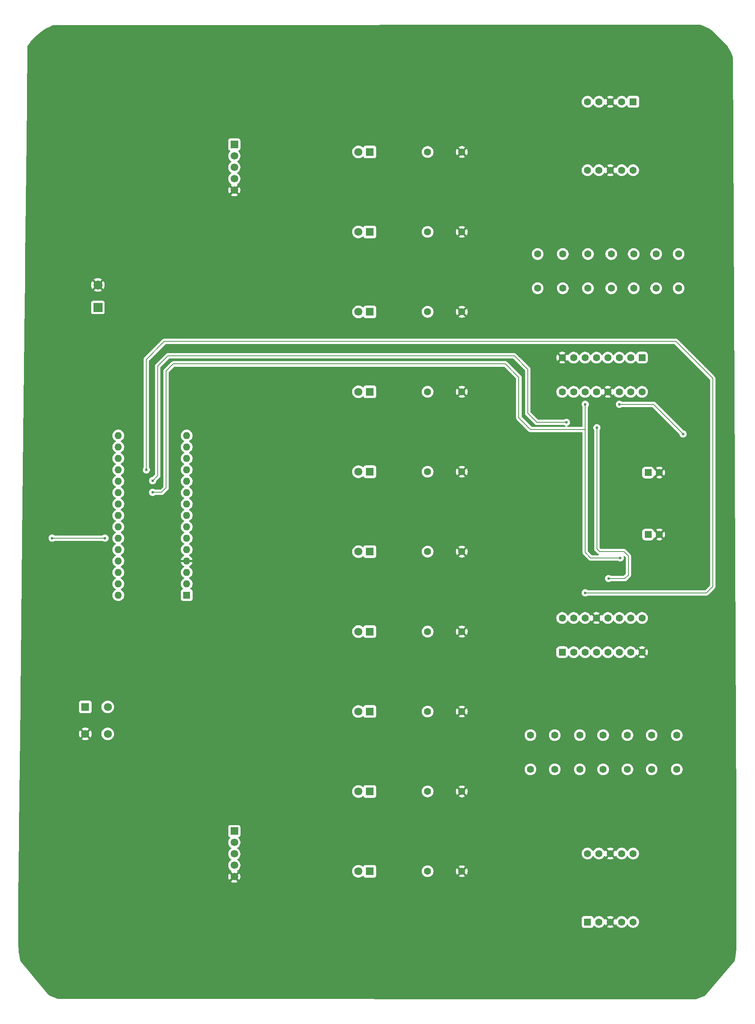
<source format=gbr>
%TF.GenerationSoftware,KiCad,Pcbnew,9.0.3*%
%TF.CreationDate,2025-09-10T22:30:54-03:00*%
%TF.ProjectId,PUCK_1 - Copy,5055434b-5f31-4202-9d20-436f70792e6b,rev?*%
%TF.SameCoordinates,Original*%
%TF.FileFunction,Copper,L2,Bot*%
%TF.FilePolarity,Positive*%
%FSLAX46Y46*%
G04 Gerber Fmt 4.6, Leading zero omitted, Abs format (unit mm)*
G04 Created by KiCad (PCBNEW 9.0.3) date 2025-09-10 22:30:54*
%MOMM*%
%LPD*%
G01*
G04 APERTURE LIST*
G04 Aperture macros list*
%AMRoundRect*
0 Rectangle with rounded corners*
0 $1 Rounding radius*
0 $2 $3 $4 $5 $6 $7 $8 $9 X,Y pos of 4 corners*
0 Add a 4 corners polygon primitive as box body*
4,1,4,$2,$3,$4,$5,$6,$7,$8,$9,$2,$3,0*
0 Add four circle primitives for the rounded corners*
1,1,$1+$1,$2,$3*
1,1,$1+$1,$4,$5*
1,1,$1+$1,$6,$7*
1,1,$1+$1,$8,$9*
0 Add four rect primitives between the rounded corners*
20,1,$1+$1,$2,$3,$4,$5,0*
20,1,$1+$1,$4,$5,$6,$7,0*
20,1,$1+$1,$6,$7,$8,$9,0*
20,1,$1+$1,$8,$9,$2,$3,0*%
G04 Aperture macros list end*
%TA.AperFunction,ComponentPad*%
%ADD10C,1.600000*%
%TD*%
%TA.AperFunction,ComponentPad*%
%ADD11R,1.800000X1.800000*%
%TD*%
%TA.AperFunction,ComponentPad*%
%ADD12C,1.800000*%
%TD*%
%TA.AperFunction,ComponentPad*%
%ADD13R,1.600000X1.600000*%
%TD*%
%TA.AperFunction,ComponentPad*%
%ADD14RoundRect,0.250000X-0.550000X0.550000X-0.550000X-0.550000X0.550000X-0.550000X0.550000X0.550000X0*%
%TD*%
%TA.AperFunction,ComponentPad*%
%ADD15RoundRect,0.250000X-0.550000X-0.550000X0.550000X-0.550000X0.550000X0.550000X-0.550000X0.550000X0*%
%TD*%
%TA.AperFunction,ComponentPad*%
%ADD16R,1.700000X1.700000*%
%TD*%
%TA.AperFunction,ComponentPad*%
%ADD17C,1.700000*%
%TD*%
%TA.AperFunction,ComponentPad*%
%ADD18R,2.000000X2.000000*%
%TD*%
%TA.AperFunction,ComponentPad*%
%ADD19C,2.000000*%
%TD*%
%TA.AperFunction,ComponentPad*%
%ADD20RoundRect,0.250000X0.550000X-0.550000X0.550000X0.550000X-0.550000X0.550000X-0.550000X-0.550000X0*%
%TD*%
%TA.AperFunction,ComponentPad*%
%ADD21O,1.600000X1.600000*%
%TD*%
%TA.AperFunction,ViaPad*%
%ADD22C,0.600000*%
%TD*%
%TA.AperFunction,Conductor*%
%ADD23C,0.200000*%
%TD*%
G04 APERTURE END LIST*
D10*
%TO.P,R1,1*%
%TO.N,Net-(D1-K)*%
X662885000Y-175095000D03*
%TO.P,R1,2*%
%TO.N,GND*%
X670505000Y-175095000D03*
%TD*%
D11*
%TO.P,D3,1,K*%
%TO.N,Net-(D3-K)*%
X650000000Y-139518200D03*
D12*
%TO.P,D3,2,A*%
%TO.N,/LED3*%
X647460000Y-139518200D03*
%TD*%
D11*
%TO.P,D6,1,K*%
%TO.N,Net-(D6-K)*%
X650000000Y-86102000D03*
D12*
%TO.P,D6,2,A*%
%TO.N,/LED6*%
X647460000Y-86102000D03*
%TD*%
D13*
%TO.P,U1,1,E*%
%TO.N,/2b*%
X698520000Y-186392500D03*
D10*
%TO.P,U1,2,D*%
%TO.N,/1b*%
X701060000Y-186392500D03*
%TO.P,U1,3,CC*%
%TO.N,GND*%
X703600000Y-186392500D03*
%TO.P,U1,4,C*%
%TO.N,/15b*%
X706140000Y-186392500D03*
%TO.P,U1,5,DP*%
%TO.N,unconnected-(U1-DP-Pad5)*%
X708680000Y-186392500D03*
%TO.P,U1,6,B*%
%TO.N,/6b*%
X708680000Y-171152500D03*
%TO.P,U1,7,A*%
%TO.N,/5b*%
X706140000Y-171152500D03*
%TO.P,U1,8,CC*%
%TO.N,GND*%
X703600000Y-171152500D03*
%TO.P,U1,9,F*%
%TO.N,/4b*%
X701060000Y-171152500D03*
%TO.P,U1,10,G*%
%TO.N,/3b*%
X698520000Y-171152500D03*
%TD*%
%TO.P,R24,1*%
%TO.N,Net-(U4-QG)*%
X693000000Y-45239215D03*
%TO.P,R24,2*%
%TO.N,/6t*%
X693000000Y-37619215D03*
%TD*%
D11*
%TO.P,D1,1,K*%
%TO.N,Net-(D1-K)*%
X650000000Y-175095000D03*
D12*
%TO.P,D1,2,A*%
%TO.N,/LED1_B*%
X647460000Y-175095000D03*
%TD*%
D10*
%TO.P,R12,1*%
%TO.N,Net-(U3-QB)*%
X691200000Y-144780000D03*
%TO.P,R12,2*%
%TO.N,/1b*%
X691200000Y-152400000D03*
%TD*%
D14*
%TO.P,U4,1,QB*%
%TO.N,Net-(U4-QB)*%
X710650000Y-60690000D03*
D10*
%TO.P,U4,2,QC*%
%TO.N,Net-(U4-QC)*%
X708110000Y-60690000D03*
%TO.P,U4,3,QD*%
%TO.N,Net-(U4-QD)*%
X705570000Y-60690000D03*
%TO.P,U4,4,QE*%
%TO.N,Net-(U4-QE)*%
X703030000Y-60690000D03*
%TO.P,U4,5,QF*%
%TO.N,Net-(U4-QF)*%
X700490000Y-60690000D03*
%TO.P,U4,6,QG*%
%TO.N,Net-(U4-QG)*%
X697950000Y-60690000D03*
%TO.P,U4,7,QH*%
%TO.N,unconnected-(U4-QH-Pad7)*%
X695410000Y-60690000D03*
%TO.P,U4,8,GND*%
%TO.N,GND*%
X692870000Y-60690000D03*
%TO.P,U4,9,QH'*%
%TO.N,unconnected-(U4-QH&apos;-Pad9)*%
X692870000Y-68310000D03*
%TO.P,U4,10,~{SRCLR}*%
%TO.N,+5V*%
X695410000Y-68310000D03*
%TO.P,U4,11,SRCLK*%
%TO.N,/A2*%
X697950000Y-68310000D03*
%TO.P,U4,12,RCLK*%
%TO.N,/A1*%
X700490000Y-68310000D03*
%TO.P,U4,13,~{OE}*%
%TO.N,GND*%
X703030000Y-68310000D03*
%TO.P,U4,14,SER*%
%TO.N,/PIN9*%
X705570000Y-68310000D03*
%TO.P,U4,15,QA*%
%TO.N,Net-(U4-QA)*%
X708110000Y-68310000D03*
%TO.P,U4,16,VCC*%
%TO.N,+5V*%
X710650000Y-68310000D03*
%TD*%
D11*
%TO.P,D7,1,K*%
%TO.N,Net-(D7-K)*%
X650000000Y-68296600D03*
D12*
%TO.P,D7,2,A*%
%TO.N,/LED7*%
X647460000Y-68296600D03*
%TD*%
D13*
%TO.P,U2,1,E*%
%TO.N,/3t*%
X708680000Y-3695000D03*
D10*
%TO.P,U2,2,D*%
%TO.N,/2t*%
X706140000Y-3695000D03*
%TO.P,U2,3,CC*%
%TO.N,GND*%
X703600000Y-3695000D03*
%TO.P,U2,4,C*%
%TO.N,/1t*%
X701060000Y-3695000D03*
%TO.P,U2,5,DP*%
%TO.N,unconnected-(U2-DP-Pad5)*%
X698520000Y-3695000D03*
%TO.P,U2,6,B*%
%TO.N,/15t*%
X698520000Y-18935000D03*
%TO.P,U2,7,A*%
%TO.N,/6t*%
X701060000Y-18935000D03*
%TO.P,U2,8,CC*%
%TO.N,GND*%
X703600000Y-18935000D03*
%TO.P,U2,9,F*%
%TO.N,/5t*%
X706140000Y-18935000D03*
%TO.P,U2,10,G*%
%TO.N,/4t*%
X708680000Y-18935000D03*
%TD*%
%TO.P,R18,1*%
%TO.N,Net-(U4-QA)*%
X687400000Y-45239215D03*
%TO.P,R18,2*%
%TO.N,/15t*%
X687400000Y-37619215D03*
%TD*%
%TO.P,R5,1*%
%TO.N,Net-(D5-K)*%
X662885000Y-103907400D03*
%TO.P,R5,2*%
%TO.N,GND*%
X670505000Y-103907400D03*
%TD*%
%TO.P,R15,1*%
%TO.N,Net-(U3-QE)*%
X707400000Y-144780000D03*
%TO.P,R15,2*%
%TO.N,/4b*%
X707400000Y-152400000D03*
%TD*%
%TO.P,R14,1*%
%TO.N,Net-(U3-QD)*%
X702000000Y-144780000D03*
%TO.P,R14,2*%
%TO.N,/3b*%
X702000000Y-152400000D03*
%TD*%
D11*
%TO.P,D10,1,K*%
%TO.N,Net-(D10-K)*%
X650000000Y-14880400D03*
D12*
%TO.P,D10,2,A*%
%TO.N,/LED10_T*%
X647460000Y-14880400D03*
%TD*%
D11*
%TO.P,D9,1,K*%
%TO.N,Net-(D9-K)*%
X650000000Y-32685800D03*
D12*
%TO.P,D9,2,A*%
%TO.N,/LED9*%
X647460000Y-32685800D03*
%TD*%
D11*
%TO.P,D8,1,K*%
%TO.N,Net-(D8-K)*%
X650000000Y-50491200D03*
D12*
%TO.P,D8,2,A*%
%TO.N,/LED8*%
X647460000Y-50491200D03*
%TD*%
D11*
%TO.P,SW1,1,1*%
%TO.N,/Y_A3*%
X586600000Y-138495000D03*
D12*
%TO.P,SW1,2,2*%
%TO.N,unconnected-(SW1-Pad2)*%
X591600000Y-138495000D03*
%TO.P,SW1,3,3*%
%TO.N,GND*%
X586600000Y-144495000D03*
%TO.P,SW1,4,4*%
%TO.N,unconnected-(SW1-Pad4)*%
X591600000Y-144495000D03*
%TD*%
D10*
%TO.P,R21,1*%
%TO.N,Net-(U4-QD)*%
X708800000Y-45239215D03*
%TO.P,R21,2*%
%TO.N,/3t*%
X708800000Y-37619215D03*
%TD*%
%TO.P,R11,1*%
%TO.N,Net-(U3-QA)*%
X685800000Y-144780000D03*
%TO.P,R11,2*%
%TO.N,/15b*%
X685800000Y-152400000D03*
%TD*%
D15*
%TO.P,C2,1*%
%TO.N,+5V*%
X712000000Y-100087500D03*
D10*
%TO.P,C2,2*%
%TO.N,GND*%
X714500000Y-100087500D03*
%TD*%
%TO.P,R10,1*%
%TO.N,Net-(D10-K)*%
X662885000Y-14880400D03*
%TO.P,R10,2*%
%TO.N,GND*%
X670505000Y-14880400D03*
%TD*%
D16*
%TO.P,J1,1,Pin_1*%
%TO.N,unconnected-(J1-Pin_1-Pad1)*%
X619800000Y-166155000D03*
D17*
%TO.P,J1,2,Pin_2*%
%TO.N,Net-(A1-A4)*%
X619800000Y-168695000D03*
%TO.P,J1,3,Pin_3*%
%TO.N,unconnected-(J1-Pin_3-Pad3)*%
X619800000Y-171235000D03*
%TO.P,J1,4,Pin_4*%
%TO.N,+5V*%
X619800000Y-173775000D03*
%TO.P,J1,5,Pin_5*%
%TO.N,GND*%
X619800000Y-176315000D03*
%TD*%
D15*
%TO.P,C1,1*%
%TO.N,+5V*%
X712000000Y-86295000D03*
D10*
%TO.P,C1,2*%
%TO.N,GND*%
X714500000Y-86295000D03*
%TD*%
%TO.P,R13,1*%
%TO.N,Net-(U3-QC)*%
X696800000Y-144780000D03*
%TO.P,R13,2*%
%TO.N,/2b*%
X696800000Y-152400000D03*
%TD*%
%TO.P,R23,1*%
%TO.N,Net-(U4-QF)*%
X698600000Y-45239215D03*
%TO.P,R23,2*%
%TO.N,/5t*%
X698600000Y-37619215D03*
%TD*%
D11*
%TO.P,D2,1,K*%
%TO.N,Net-(D2-K)*%
X650000000Y-157323600D03*
D12*
%TO.P,D2,2,A*%
%TO.N,/LED2*%
X647460000Y-157323600D03*
%TD*%
D10*
%TO.P,R19,1*%
%TO.N,Net-(U4-QB)*%
X718800000Y-45239215D03*
%TO.P,R19,2*%
%TO.N,/1t*%
X718800000Y-37619215D03*
%TD*%
%TO.P,R2,1*%
%TO.N,Net-(D2-K)*%
X662885000Y-157323600D03*
%TO.P,R2,2*%
%TO.N,GND*%
X670505000Y-157323600D03*
%TD*%
D11*
%TO.P,D4,1,K*%
%TO.N,Net-(D4-K)*%
X650000000Y-121712800D03*
D12*
%TO.P,D4,2,A*%
%TO.N,/LED4*%
X647460000Y-121712800D03*
%TD*%
D10*
%TO.P,R7,1*%
%TO.N,Net-(D7-K)*%
X662885000Y-68296600D03*
%TO.P,R7,2*%
%TO.N,GND*%
X670505000Y-68296600D03*
%TD*%
%TO.P,R17,1*%
%TO.N,Net-(U3-QG)*%
X718400000Y-144780000D03*
%TO.P,R17,2*%
%TO.N,/6b*%
X718400000Y-152400000D03*
%TD*%
%TO.P,R20,1*%
%TO.N,Net-(U4-QC)*%
X713800000Y-45239215D03*
%TO.P,R20,2*%
%TO.N,/2t*%
X713800000Y-37619215D03*
%TD*%
%TO.P,R8,1*%
%TO.N,Net-(D8-K)*%
X662885000Y-50491200D03*
%TO.P,R8,2*%
%TO.N,GND*%
X670505000Y-50491200D03*
%TD*%
%TO.P,R6,1*%
%TO.N,Net-(D6-K)*%
X662885000Y-86102000D03*
%TO.P,R6,2*%
%TO.N,GND*%
X670505000Y-86102000D03*
%TD*%
%TO.P,R9,1*%
%TO.N,Net-(D9-K)*%
X662885000Y-32685800D03*
%TO.P,R9,2*%
%TO.N,GND*%
X670505000Y-32685800D03*
%TD*%
%TO.P,R22,1*%
%TO.N,Net-(U4-QE)*%
X703800000Y-45239215D03*
%TO.P,R22,2*%
%TO.N,/4t*%
X703800000Y-37619215D03*
%TD*%
D18*
%TO.P,BZ1,1,+*%
%TO.N,/+*%
X589400000Y-49495000D03*
D19*
%TO.P,BZ1,2,-*%
%TO.N,GND*%
X589400000Y-44495000D03*
%TD*%
D20*
%TO.P,U3,1,QB*%
%TO.N,Net-(U3-QB)*%
X692870000Y-126300000D03*
D10*
%TO.P,U3,2,QC*%
%TO.N,Net-(U3-QC)*%
X695410000Y-126300000D03*
%TO.P,U3,3,QD*%
%TO.N,Net-(U3-QD)*%
X697950000Y-126300000D03*
%TO.P,U3,4,QE*%
%TO.N,Net-(U3-QE)*%
X700490000Y-126300000D03*
%TO.P,U3,5,QF*%
%TO.N,Net-(U3-QF)*%
X703030000Y-126300000D03*
%TO.P,U3,6,QG*%
%TO.N,Net-(U3-QG)*%
X705570000Y-126300000D03*
%TO.P,U3,7,QH*%
%TO.N,unconnected-(U3-QH-Pad7)*%
X708110000Y-126300000D03*
%TO.P,U3,8,GND*%
%TO.N,GND*%
X710650000Y-126300000D03*
%TO.P,U3,9,QH'*%
%TO.N,/PIN9*%
X710650000Y-118680000D03*
%TO.P,U3,10,~{SRCLR}*%
%TO.N,+5V*%
X708110000Y-118680000D03*
%TO.P,U3,11,SRCLK*%
%TO.N,/A2*%
X705570000Y-118680000D03*
%TO.P,U3,12,RCLK*%
%TO.N,/A1*%
X703030000Y-118680000D03*
%TO.P,U3,13,~{OE}*%
%TO.N,GND*%
X700490000Y-118680000D03*
%TO.P,U3,14,SER*%
%TO.N,/D_A0*%
X697950000Y-118680000D03*
%TO.P,U3,15,QA*%
%TO.N,Net-(U3-QA)*%
X695410000Y-118680000D03*
%TO.P,U3,16,VCC*%
%TO.N,+5V*%
X692870000Y-118680000D03*
%TD*%
%TO.P,R4,1*%
%TO.N,Net-(D4-K)*%
X662885000Y-121712800D03*
%TO.P,R4,2*%
%TO.N,GND*%
X670505000Y-121712800D03*
%TD*%
%TO.P,R3,1*%
%TO.N,Net-(D3-K)*%
X662885000Y-139518200D03*
%TO.P,R3,2*%
%TO.N,GND*%
X670505000Y-139518200D03*
%TD*%
D11*
%TO.P,D5,1,K*%
%TO.N,Net-(D5-K)*%
X650000000Y-103907400D03*
D12*
%TO.P,D5,2,A*%
%TO.N,/LED5*%
X647460000Y-103907400D03*
%TD*%
D16*
%TO.P,J2,1,Pin_1*%
%TO.N,unconnected-(J2-Pin_1-Pad1)*%
X619800000Y-13220400D03*
D17*
%TO.P,J2,2,Pin_2*%
%TO.N,/Y_A6*%
X619800000Y-15760400D03*
%TO.P,J2,3,Pin_3*%
%TO.N,unconnected-(J2-Pin_3-Pad3)*%
X619800000Y-18300400D03*
%TO.P,J2,4,Pin_4*%
%TO.N,+5V*%
X619800000Y-20840400D03*
%TO.P,J2,5,Pin_5*%
%TO.N,GND*%
X619800000Y-23380400D03*
%TD*%
D13*
%TO.P,A1,1,D1/TX*%
%TO.N,unconnected-(A1-D1{slash}TX-Pad1)*%
X609200000Y-113595000D03*
D21*
%TO.P,A1,2,D0/RX*%
%TO.N,unconnected-(A1-D0{slash}RX-Pad2)*%
X609200000Y-111055000D03*
%TO.P,A1,3,~{RESET}*%
%TO.N,unconnected-(A1-~{RESET}-Pad3)*%
X609200000Y-108515000D03*
%TO.P,A1,4,GND*%
%TO.N,GND*%
X609200000Y-105975000D03*
%TO.P,A1,5,D2*%
%TO.N,/LED1_B*%
X609200000Y-103435000D03*
%TO.P,A1,6,D3*%
%TO.N,/LED2*%
X609200000Y-100895000D03*
%TO.P,A1,7,D4*%
%TO.N,/LED3*%
X609200000Y-98355000D03*
%TO.P,A1,8,D5*%
%TO.N,/LED4*%
X609200000Y-95815000D03*
%TO.P,A1,9,D6*%
%TO.N,/LED5*%
X609200000Y-93275000D03*
%TO.P,A1,10,D7*%
%TO.N,/LED6*%
X609200000Y-90735000D03*
%TO.P,A1,11,D8*%
%TO.N,/LED7*%
X609200000Y-88195000D03*
%TO.P,A1,12,D9*%
%TO.N,/LED8*%
X609200000Y-85655000D03*
%TO.P,A1,13,D10*%
%TO.N,/LED9*%
X609200000Y-83115000D03*
%TO.P,A1,14,D11*%
%TO.N,/LED10_T*%
X609200000Y-80575000D03*
%TO.P,A1,15,D12*%
%TO.N,/+*%
X609200000Y-78035000D03*
%TO.P,A1,16,D13*%
%TO.N,unconnected-(A1-D13-Pad16)*%
X593960000Y-78035000D03*
%TO.P,A1,17,3V3*%
%TO.N,unconnected-(A1-3V3-Pad17)*%
X593960000Y-80575000D03*
%TO.P,A1,18,AREF*%
%TO.N,unconnected-(A1-AREF-Pad18)*%
X593960000Y-83115000D03*
%TO.P,A1,19,A0*%
%TO.N,/D_A0*%
X593960000Y-85655000D03*
%TO.P,A1,20,A1*%
%TO.N,/A1*%
X593960000Y-88195000D03*
%TO.P,A1,21,A2*%
%TO.N,/A2*%
X593960000Y-90735000D03*
%TO.P,A1,22,A3*%
%TO.N,/Y_A3*%
X593960000Y-93275000D03*
%TO.P,A1,23,A4*%
%TO.N,Net-(A1-A4)*%
X593960000Y-95815000D03*
%TO.P,A1,24,A5*%
%TO.N,unconnected-(A1-A5-Pad24)*%
X593960000Y-98355000D03*
%TO.P,A1,25,A6*%
%TO.N,/Y_A6*%
X593960000Y-100895000D03*
%TO.P,A1,26,A7*%
%TO.N,unconnected-(A1-A7-Pad26)*%
X593960000Y-103435000D03*
%TO.P,A1,27,+5V*%
%TO.N,+5V*%
X593960000Y-105975000D03*
%TO.P,A1,28,~{RESET}*%
%TO.N,unconnected-(A1-~{RESET}-Pad28)*%
X593960000Y-108515000D03*
%TO.P,A1,29,GND*%
%TO.N,unconnected-(A1-GND-Pad29)*%
X593960000Y-111055000D03*
%TO.P,A1,30,VIN*%
%TO.N,unconnected-(A1-VIN-Pad30)*%
X593960000Y-113595000D03*
%TD*%
D10*
%TO.P,R16,1*%
%TO.N,Net-(U3-QF)*%
X712800000Y-144780000D03*
%TO.P,R16,2*%
%TO.N,/5b*%
X712800000Y-152400000D03*
%TD*%
D22*
%TO.N,/A2*%
X698000000Y-71095000D03*
X601600000Y-90695000D03*
X705800000Y-105295000D03*
%TO.N,/Y_A6*%
X591000000Y-100895000D03*
X579200000Y-100895000D03*
%TO.N,/D_A0*%
X698000000Y-113095000D03*
X600200000Y-85695000D03*
%TO.N,/A1*%
X700600000Y-76295000D03*
X601600000Y-88095000D03*
X693800000Y-75095000D03*
X703200000Y-109895000D03*
%TO.N,/PIN9*%
X705600000Y-71095000D03*
X719800000Y-77695000D03*
%TD*%
D23*
%TO.N,/A2*%
X698000000Y-71095000D02*
X698000000Y-76695000D01*
X606200000Y-62095000D02*
X604600000Y-63695000D01*
X604600000Y-63695000D02*
X604600000Y-89695000D01*
X604600000Y-89695000D02*
X603600000Y-90695000D01*
X685800000Y-76695000D02*
X683200000Y-74095000D01*
X683200000Y-74095000D02*
X683200000Y-65095000D01*
X680200000Y-62095000D02*
X606200000Y-62095000D01*
X603600000Y-90695000D02*
X601600000Y-90695000D01*
X683200000Y-65095000D02*
X680200000Y-62095000D01*
X705800000Y-105295000D02*
X699200000Y-105295000D01*
X699200000Y-105295000D02*
X698000000Y-104095000D01*
X698000000Y-104095000D02*
X698000000Y-76695000D01*
X698000000Y-76695000D02*
X685800000Y-76695000D01*
%TO.N,/Y_A6*%
X579200000Y-100895000D02*
X591000000Y-100895000D01*
%TO.N,/D_A0*%
X726412926Y-111682074D02*
X726412926Y-65307926D01*
X725000000Y-113095000D02*
X726412926Y-111682074D01*
X726412926Y-65307926D02*
X718200000Y-57095000D01*
X604200000Y-57095000D02*
X600200000Y-61095000D01*
X600200000Y-61095000D02*
X600200000Y-85695000D01*
X718200000Y-57095000D02*
X604200000Y-57095000D01*
X698000000Y-113095000D02*
X725000000Y-113095000D01*
%TO.N,/A1*%
X707600000Y-109095000D02*
X707600000Y-104895000D01*
X706600000Y-103895000D02*
X701200000Y-103895000D01*
X605000000Y-60295000D02*
X682200000Y-60295000D01*
X685200000Y-73095000D02*
X687200000Y-75095000D01*
X706800000Y-109895000D02*
X707600000Y-109095000D01*
X707600000Y-104895000D02*
X706600000Y-103895000D01*
X703200000Y-109895000D02*
X706800000Y-109895000D01*
X682200000Y-60295000D02*
X685200000Y-63295000D01*
X700600000Y-103295000D02*
X700600000Y-76295000D01*
X687200000Y-75095000D02*
X693800000Y-75095000D01*
X701200000Y-103895000D02*
X700600000Y-103295000D01*
X685200000Y-63295000D02*
X685200000Y-73095000D01*
X601600000Y-88095000D02*
X602727553Y-86967447D01*
X602727553Y-86967447D02*
X602727553Y-62567447D01*
X602727553Y-62567447D02*
X605000000Y-60295000D01*
%TO.N,/PIN9*%
X713200001Y-71095000D02*
X705600000Y-71095000D01*
X719800000Y-77695000D02*
X713200001Y-71095000D01*
%TD*%
%TA.AperFunction,Conductor*%
%TO.N,GND*%
G36*
X723640381Y13477478D02*
G01*
X724165300Y13277107D01*
X724171726Y13274445D01*
X724789988Y12997791D01*
X724796255Y12994773D01*
X725398036Y12683885D01*
X725404123Y12680521D01*
X725987528Y12336379D01*
X725993418Y12332678D01*
X726172354Y12213116D01*
X726190671Y12198166D01*
X729618346Y8807179D01*
X729634240Y8787918D01*
X729827678Y8498418D01*
X729831379Y8492528D01*
X730175521Y7909123D01*
X730178885Y7903036D01*
X730489773Y7301255D01*
X730492791Y7294988D01*
X730769445Y6676726D01*
X730772107Y6670300D01*
X730949340Y6205995D01*
X730957492Y6162323D01*
X731699499Y-161553833D01*
X731699500Y-161554382D01*
X731699500Y-191790387D01*
X731699451Y-191793865D01*
X731680404Y-192472672D01*
X731680014Y-192479616D01*
X731623082Y-193154564D01*
X731622303Y-193161476D01*
X731527617Y-193832159D01*
X731526452Y-193839016D01*
X731394309Y-194503338D01*
X731392762Y-194510119D01*
X731226225Y-195155731D01*
X731200658Y-195205041D01*
X724762110Y-202784086D01*
X724718254Y-202816989D01*
X724171721Y-203061547D01*
X724165295Y-203064209D01*
X723532483Y-203305766D01*
X723525918Y-203308063D01*
X722880573Y-203513753D01*
X722873889Y-203515679D01*
X722595361Y-203587526D01*
X722564319Y-203591456D01*
X580529734Y-203510934D01*
X580492148Y-203505078D01*
X579874075Y-203308082D01*
X579867510Y-203305785D01*
X579234696Y-203064228D01*
X579228270Y-203061566D01*
X578610008Y-202784911D01*
X578603741Y-202781893D01*
X578485772Y-202720949D01*
X578447269Y-202689975D01*
X572182299Y-195141507D01*
X572157646Y-195093286D01*
X572101279Y-194874769D01*
X572007210Y-194510097D01*
X572005674Y-194503364D01*
X571873525Y-193839006D01*
X571872363Y-193832166D01*
X571777672Y-193161451D01*
X571776900Y-193154595D01*
X571719964Y-192479604D01*
X571719575Y-192472673D01*
X571700549Y-191794577D01*
X571700500Y-191791099D01*
X571700500Y-185544635D01*
X697219500Y-185544635D01*
X697219500Y-187240370D01*
X697219501Y-187240376D01*
X697225908Y-187299983D01*
X697276202Y-187434828D01*
X697276206Y-187434835D01*
X697362452Y-187550044D01*
X697362455Y-187550047D01*
X697477664Y-187636293D01*
X697477671Y-187636297D01*
X697612517Y-187686591D01*
X697612516Y-187686591D01*
X697619444Y-187687335D01*
X697672127Y-187693000D01*
X699367872Y-187692999D01*
X699427483Y-187686591D01*
X699562331Y-187636296D01*
X699677546Y-187550046D01*
X699763796Y-187434831D01*
X699814091Y-187299983D01*
X699818061Y-187263056D01*
X699844796Y-187198511D01*
X699902188Y-187158661D01*
X699972013Y-187156166D01*
X700032102Y-187191817D01*
X700041667Y-187203429D01*
X700068032Y-187239717D01*
X700212786Y-187384471D01*
X700333226Y-187471974D01*
X700378390Y-187504787D01*
X700467212Y-187550044D01*
X700560776Y-187597718D01*
X700560778Y-187597718D01*
X700560781Y-187597720D01*
X700665137Y-187631627D01*
X700755465Y-187660977D01*
X700856557Y-187676988D01*
X700957648Y-187693000D01*
X700957649Y-187693000D01*
X701162351Y-187693000D01*
X701162352Y-187693000D01*
X701364534Y-187660977D01*
X701559219Y-187597720D01*
X701741610Y-187504787D01*
X701837901Y-187434828D01*
X701907213Y-187384471D01*
X701907215Y-187384468D01*
X701907219Y-187384466D01*
X702051966Y-187239719D01*
X702051968Y-187239715D01*
X702051971Y-187239713D01*
X702172286Y-187074111D01*
X702172415Y-187073859D01*
X702219795Y-186980869D01*
X702267769Y-186930073D01*
X702335590Y-186913278D01*
X702401725Y-186935815D01*
X702440765Y-186980869D01*
X702488141Y-187073850D01*
X702488147Y-187073859D01*
X702520523Y-187118421D01*
X702520524Y-187118422D01*
X703200000Y-186438946D01*
X703200000Y-186445161D01*
X703227259Y-186546894D01*
X703279920Y-186638106D01*
X703354394Y-186712580D01*
X703445606Y-186765241D01*
X703547339Y-186792500D01*
X703553553Y-186792500D01*
X702874076Y-187471974D01*
X702918650Y-187504359D01*
X703100968Y-187597255D01*
X703295582Y-187660490D01*
X703497683Y-187692500D01*
X703702317Y-187692500D01*
X703904417Y-187660490D01*
X704099031Y-187597255D01*
X704281349Y-187504359D01*
X704325921Y-187471974D01*
X703646447Y-186792500D01*
X703652661Y-186792500D01*
X703754394Y-186765241D01*
X703845606Y-186712580D01*
X703920080Y-186638106D01*
X703972741Y-186546894D01*
X704000000Y-186445161D01*
X704000000Y-186438947D01*
X704679474Y-187118421D01*
X704711861Y-187073847D01*
X704711861Y-187073846D01*
X704759234Y-186980871D01*
X704807208Y-186930075D01*
X704875028Y-186913279D01*
X704941164Y-186935816D01*
X704980203Y-186980869D01*
X705027713Y-187074111D01*
X705148028Y-187239713D01*
X705292786Y-187384471D01*
X705413226Y-187471974D01*
X705458390Y-187504787D01*
X705547212Y-187550044D01*
X705640776Y-187597718D01*
X705640778Y-187597718D01*
X705640781Y-187597720D01*
X705745137Y-187631627D01*
X705835465Y-187660977D01*
X705936557Y-187676988D01*
X706037648Y-187693000D01*
X706037649Y-187693000D01*
X706242351Y-187693000D01*
X706242352Y-187693000D01*
X706444534Y-187660977D01*
X706639219Y-187597720D01*
X706821610Y-187504787D01*
X706917901Y-187434828D01*
X706987213Y-187384471D01*
X706987215Y-187384468D01*
X706987219Y-187384466D01*
X707131966Y-187239719D01*
X707131968Y-187239715D01*
X707131971Y-187239713D01*
X707252284Y-187074114D01*
X707252286Y-187074111D01*
X707252287Y-187074110D01*
X707299516Y-186981417D01*
X707347489Y-186930623D01*
X707415310Y-186913828D01*
X707481445Y-186936365D01*
X707520485Y-186981419D01*
X707567715Y-187074114D01*
X707688028Y-187239713D01*
X707832786Y-187384471D01*
X707953226Y-187471974D01*
X707998390Y-187504787D01*
X708087212Y-187550044D01*
X708180776Y-187597718D01*
X708180778Y-187597718D01*
X708180781Y-187597720D01*
X708285137Y-187631627D01*
X708375465Y-187660977D01*
X708476557Y-187676988D01*
X708577648Y-187693000D01*
X708577649Y-187693000D01*
X708782351Y-187693000D01*
X708782352Y-187693000D01*
X708984534Y-187660977D01*
X709179219Y-187597720D01*
X709361610Y-187504787D01*
X709457901Y-187434828D01*
X709527213Y-187384471D01*
X709527215Y-187384468D01*
X709527219Y-187384466D01*
X709671966Y-187239719D01*
X709671968Y-187239715D01*
X709671971Y-187239713D01*
X709732670Y-187156166D01*
X709792287Y-187074110D01*
X709885220Y-186891719D01*
X709948477Y-186697034D01*
X709980500Y-186494852D01*
X709980500Y-186290148D01*
X709972257Y-186238106D01*
X709948477Y-186087965D01*
X709885218Y-185893276D01*
X709792420Y-185711152D01*
X709792287Y-185710890D01*
X709760092Y-185666577D01*
X709671971Y-185545286D01*
X709527213Y-185400528D01*
X709361613Y-185280215D01*
X709361612Y-185280214D01*
X709361610Y-185280213D01*
X709304653Y-185251191D01*
X709179223Y-185187281D01*
X708984534Y-185124022D01*
X708809995Y-185096378D01*
X708782352Y-185092000D01*
X708577648Y-185092000D01*
X708553329Y-185095851D01*
X708375465Y-185124022D01*
X708180776Y-185187281D01*
X707998386Y-185280215D01*
X707832786Y-185400528D01*
X707688028Y-185545286D01*
X707567715Y-185710886D01*
X707520485Y-185803580D01*
X707472510Y-185854376D01*
X707404689Y-185871171D01*
X707338554Y-185848634D01*
X707299515Y-185803580D01*
X707252420Y-185711152D01*
X707252287Y-185710890D01*
X707220092Y-185666577D01*
X707131971Y-185545286D01*
X706987213Y-185400528D01*
X706821613Y-185280215D01*
X706821612Y-185280214D01*
X706821610Y-185280213D01*
X706764653Y-185251191D01*
X706639223Y-185187281D01*
X706444534Y-185124022D01*
X706269995Y-185096378D01*
X706242352Y-185092000D01*
X706037648Y-185092000D01*
X706013329Y-185095851D01*
X705835465Y-185124022D01*
X705640776Y-185187281D01*
X705458386Y-185280215D01*
X705292786Y-185400528D01*
X705148028Y-185545286D01*
X705027713Y-185710888D01*
X704980203Y-185804130D01*
X704932228Y-185854926D01*
X704864407Y-185871720D01*
X704798272Y-185849182D01*
X704759234Y-185804128D01*
X704711861Y-185711152D01*
X704679474Y-185666577D01*
X704679474Y-185666576D01*
X704000000Y-186346051D01*
X704000000Y-186339839D01*
X703972741Y-186238106D01*
X703920080Y-186146894D01*
X703845606Y-186072420D01*
X703754394Y-186019759D01*
X703652661Y-185992500D01*
X703646446Y-185992500D01*
X704325922Y-185313024D01*
X704325921Y-185313023D01*
X704281359Y-185280647D01*
X704281350Y-185280641D01*
X704099031Y-185187744D01*
X703904417Y-185124509D01*
X703702317Y-185092500D01*
X703497683Y-185092500D01*
X703295582Y-185124509D01*
X703100968Y-185187744D01*
X702918644Y-185280643D01*
X702874077Y-185313023D01*
X702874077Y-185313024D01*
X703553554Y-185992500D01*
X703547339Y-185992500D01*
X703445606Y-186019759D01*
X703354394Y-186072420D01*
X703279920Y-186146894D01*
X703227259Y-186238106D01*
X703200000Y-186339839D01*
X703200000Y-186346053D01*
X702520524Y-185666577D01*
X702520523Y-185666577D01*
X702488143Y-185711144D01*
X702440765Y-185804130D01*
X702392790Y-185854926D01*
X702324969Y-185871721D01*
X702258834Y-185849183D01*
X702219795Y-185804130D01*
X702172284Y-185710885D01*
X702051971Y-185545286D01*
X701907213Y-185400528D01*
X701741613Y-185280215D01*
X701741612Y-185280214D01*
X701741610Y-185280213D01*
X701684653Y-185251191D01*
X701559223Y-185187281D01*
X701364534Y-185124022D01*
X701189995Y-185096378D01*
X701162352Y-185092000D01*
X700957648Y-185092000D01*
X700933329Y-185095851D01*
X700755465Y-185124022D01*
X700560776Y-185187281D01*
X700378386Y-185280215D01*
X700212786Y-185400528D01*
X700068032Y-185545282D01*
X700041668Y-185581570D01*
X699986338Y-185624235D01*
X699916724Y-185630214D01*
X699854929Y-185597608D01*
X699820572Y-185536769D01*
X699818060Y-185521938D01*
X699817640Y-185518033D01*
X699814091Y-185485017D01*
X699763796Y-185350169D01*
X699763795Y-185350168D01*
X699763793Y-185350164D01*
X699677547Y-185234955D01*
X699677544Y-185234952D01*
X699562335Y-185148706D01*
X699562328Y-185148702D01*
X699427482Y-185098408D01*
X699427483Y-185098408D01*
X699367883Y-185092001D01*
X699367881Y-185092000D01*
X699367873Y-185092000D01*
X699367864Y-185092000D01*
X697672129Y-185092000D01*
X697672123Y-185092001D01*
X697612516Y-185098408D01*
X697477671Y-185148702D01*
X697477664Y-185148706D01*
X697362455Y-185234952D01*
X697362452Y-185234955D01*
X697276206Y-185350164D01*
X697276202Y-185350171D01*
X697225908Y-185485017D01*
X697219501Y-185544616D01*
X697219500Y-185544635D01*
X571700500Y-185544635D01*
X571700500Y-177779960D01*
X571700507Y-177778617D01*
X571704805Y-177381668D01*
X571717573Y-176202538D01*
X571836089Y-165257135D01*
X618449500Y-165257135D01*
X618449500Y-167052870D01*
X618449501Y-167052876D01*
X618455908Y-167112483D01*
X618506202Y-167247328D01*
X618506206Y-167247335D01*
X618592452Y-167362544D01*
X618592455Y-167362547D01*
X618707664Y-167448793D01*
X618707671Y-167448797D01*
X618839082Y-167497810D01*
X618895016Y-167539681D01*
X618919433Y-167605145D01*
X618904582Y-167673418D01*
X618883431Y-167701673D01*
X618769889Y-167815215D01*
X618644951Y-167987179D01*
X618548444Y-168176585D01*
X618482753Y-168378760D01*
X618449500Y-168588713D01*
X618449500Y-168801286D01*
X618482753Y-169011239D01*
X618548444Y-169213414D01*
X618644951Y-169402820D01*
X618769890Y-169574786D01*
X618920213Y-169725109D01*
X619092182Y-169850050D01*
X619100946Y-169854516D01*
X619151742Y-169902491D01*
X619168536Y-169970312D01*
X619145998Y-170036447D01*
X619100946Y-170075484D01*
X619092182Y-170079949D01*
X618920213Y-170204890D01*
X618769890Y-170355213D01*
X618644951Y-170527179D01*
X618548444Y-170716585D01*
X618482753Y-170918760D01*
X618449500Y-171128713D01*
X618449500Y-171341286D01*
X618478635Y-171525241D01*
X618482754Y-171551243D01*
X618544546Y-171741419D01*
X618548444Y-171753414D01*
X618644951Y-171942820D01*
X618769890Y-172114786D01*
X618920213Y-172265109D01*
X619092182Y-172390050D01*
X619100946Y-172394516D01*
X619151742Y-172442491D01*
X619168536Y-172510312D01*
X619145998Y-172576447D01*
X619100946Y-172615484D01*
X619092182Y-172619949D01*
X618920213Y-172744890D01*
X618769890Y-172895213D01*
X618644951Y-173067179D01*
X618548444Y-173256585D01*
X618482753Y-173458760D01*
X618449500Y-173668713D01*
X618449500Y-173881286D01*
X618482321Y-174088514D01*
X618482754Y-174091243D01*
X618512449Y-174182635D01*
X618548444Y-174293414D01*
X618644951Y-174482820D01*
X618769890Y-174654786D01*
X618920213Y-174805109D01*
X619092179Y-174930048D01*
X619092181Y-174930049D01*
X619092184Y-174930051D01*
X619101493Y-174934794D01*
X619152290Y-174982766D01*
X619169087Y-175050587D01*
X619146552Y-175116722D01*
X619101505Y-175155760D01*
X619092446Y-175160376D01*
X619092440Y-175160380D01*
X619038282Y-175199727D01*
X619038282Y-175199728D01*
X619670591Y-175832037D01*
X619607007Y-175849075D01*
X619492993Y-175914901D01*
X619399901Y-176007993D01*
X619334075Y-176122007D01*
X619317037Y-176185591D01*
X618684728Y-175553282D01*
X618684727Y-175553282D01*
X618645380Y-175607439D01*
X618548904Y-175796782D01*
X618483242Y-175998869D01*
X618483242Y-175998872D01*
X618450000Y-176208753D01*
X618450000Y-176421246D01*
X618483242Y-176631127D01*
X618483242Y-176631130D01*
X618548904Y-176833217D01*
X618645375Y-177022550D01*
X618684728Y-177076716D01*
X619317037Y-176444408D01*
X619334075Y-176507993D01*
X619399901Y-176622007D01*
X619492993Y-176715099D01*
X619607007Y-176780925D01*
X619670590Y-176797962D01*
X619038282Y-177430269D01*
X619038282Y-177430270D01*
X619092449Y-177469624D01*
X619281782Y-177566095D01*
X619483870Y-177631757D01*
X619693754Y-177665000D01*
X619906246Y-177665000D01*
X620116127Y-177631757D01*
X620116130Y-177631757D01*
X620318217Y-177566095D01*
X620507554Y-177469622D01*
X620561716Y-177430270D01*
X620561717Y-177430270D01*
X619929408Y-176797962D01*
X619992993Y-176780925D01*
X620107007Y-176715099D01*
X620200099Y-176622007D01*
X620265925Y-176507993D01*
X620282962Y-176444409D01*
X620915270Y-177076717D01*
X620915270Y-177076716D01*
X620954622Y-177022554D01*
X621051095Y-176833217D01*
X621116757Y-176631130D01*
X621116757Y-176631127D01*
X621150000Y-176421246D01*
X621150000Y-176208753D01*
X621116757Y-175998872D01*
X621116757Y-175998869D01*
X621051095Y-175796782D01*
X620954624Y-175607449D01*
X620915270Y-175553282D01*
X620915269Y-175553282D01*
X620282962Y-176185590D01*
X620265925Y-176122007D01*
X620200099Y-176007993D01*
X620107007Y-175914901D01*
X619992993Y-175849075D01*
X619929409Y-175832037D01*
X620561716Y-175199728D01*
X620507547Y-175160373D01*
X620507547Y-175160372D01*
X620498500Y-175155763D01*
X620495236Y-175152680D01*
X620490892Y-175151544D01*
X620470064Y-175128905D01*
X620447706Y-175107788D01*
X620446626Y-175103430D01*
X620443586Y-175100125D01*
X620438303Y-175069814D01*
X620430912Y-175039966D01*
X620432360Y-175035717D01*
X620431589Y-175031293D01*
X620443529Y-175002943D01*
X620449720Y-174984778D01*
X646059500Y-174984778D01*
X646059500Y-175205221D01*
X646093985Y-175422952D01*
X646162103Y-175632603D01*
X646162104Y-175632606D01*
X646230122Y-175766096D01*
X646258057Y-175820921D01*
X646262187Y-175829025D01*
X646391752Y-176007358D01*
X646391756Y-176007363D01*
X646547636Y-176163243D01*
X646547641Y-176163247D01*
X646649606Y-176237328D01*
X646725978Y-176292815D01*
X646854375Y-176358237D01*
X646922393Y-176392895D01*
X646922396Y-176392896D01*
X647009651Y-176421246D01*
X647132049Y-176461015D01*
X647349778Y-176495500D01*
X647349779Y-176495500D01*
X647570221Y-176495500D01*
X647570222Y-176495500D01*
X647787951Y-176461015D01*
X647997606Y-176392895D01*
X648194022Y-176292815D01*
X648372365Y-176163242D01*
X648422536Y-176113070D01*
X648483857Y-176079586D01*
X648553548Y-176084570D01*
X648609482Y-176126441D01*
X648626398Y-176157419D01*
X648656202Y-176237328D01*
X648656206Y-176237335D01*
X648742452Y-176352544D01*
X648742455Y-176352547D01*
X648857664Y-176438793D01*
X648857671Y-176438797D01*
X648992517Y-176489091D01*
X648992516Y-176489091D01*
X648999444Y-176489835D01*
X649052127Y-176495500D01*
X650947872Y-176495499D01*
X651007483Y-176489091D01*
X651142331Y-176438796D01*
X651257546Y-176352546D01*
X651343796Y-176237331D01*
X651394091Y-176102483D01*
X651400500Y-176042873D01*
X651400499Y-174992648D01*
X661584500Y-174992648D01*
X661584500Y-175197351D01*
X661616522Y-175399534D01*
X661679781Y-175594223D01*
X661743691Y-175719653D01*
X661772585Y-175776359D01*
X661772715Y-175776613D01*
X661893028Y-175942213D01*
X662037786Y-176086971D01*
X662158226Y-176174474D01*
X662203390Y-176207287D01*
X662285598Y-176249174D01*
X662385776Y-176300218D01*
X662385778Y-176300218D01*
X662385781Y-176300220D01*
X662490137Y-176334127D01*
X662580465Y-176363477D01*
X662681557Y-176379488D01*
X662782648Y-176395500D01*
X662782649Y-176395500D01*
X662987351Y-176395500D01*
X662987352Y-176395500D01*
X663189534Y-176363477D01*
X663384219Y-176300220D01*
X663566610Y-176207287D01*
X663710862Y-176102483D01*
X663732213Y-176086971D01*
X663732215Y-176086968D01*
X663732219Y-176086966D01*
X663876966Y-175942219D01*
X663876968Y-175942215D01*
X663876971Y-175942213D01*
X663929732Y-175869590D01*
X663997287Y-175776610D01*
X664090220Y-175594219D01*
X664153477Y-175399534D01*
X664185500Y-175197352D01*
X664185500Y-174992682D01*
X669205000Y-174992682D01*
X669205000Y-175197317D01*
X669237009Y-175399417D01*
X669300244Y-175594031D01*
X669393141Y-175776350D01*
X669393147Y-175776359D01*
X669425523Y-175820921D01*
X669425524Y-175820922D01*
X670105000Y-175141446D01*
X670105000Y-175147661D01*
X670132259Y-175249394D01*
X670184920Y-175340606D01*
X670259394Y-175415080D01*
X670350606Y-175467741D01*
X670452339Y-175495000D01*
X670458553Y-175495000D01*
X669779076Y-176174474D01*
X669823650Y-176206859D01*
X670005968Y-176299755D01*
X670200582Y-176362990D01*
X670402683Y-176395000D01*
X670607317Y-176395000D01*
X670809417Y-176362990D01*
X671004031Y-176299755D01*
X671186349Y-176206859D01*
X671230921Y-176174474D01*
X670551447Y-175495000D01*
X670557661Y-175495000D01*
X670659394Y-175467741D01*
X670750606Y-175415080D01*
X670825080Y-175340606D01*
X670877741Y-175249394D01*
X670905000Y-175147661D01*
X670905000Y-175141448D01*
X671584474Y-175820922D01*
X671584474Y-175820921D01*
X671616859Y-175776349D01*
X671709755Y-175594031D01*
X671772990Y-175399417D01*
X671805000Y-175197317D01*
X671805000Y-174992682D01*
X671772990Y-174790582D01*
X671709755Y-174595968D01*
X671616859Y-174413650D01*
X671584474Y-174369077D01*
X671584474Y-174369076D01*
X670905000Y-175048551D01*
X670905000Y-175042339D01*
X670877741Y-174940606D01*
X670825080Y-174849394D01*
X670750606Y-174774920D01*
X670659394Y-174722259D01*
X670557661Y-174695000D01*
X670551446Y-174695000D01*
X671230922Y-174015524D01*
X671230921Y-174015523D01*
X671186359Y-173983147D01*
X671186350Y-173983141D01*
X671004031Y-173890244D01*
X670809417Y-173827009D01*
X670607317Y-173795000D01*
X670402683Y-173795000D01*
X670200582Y-173827009D01*
X670005968Y-173890244D01*
X669823644Y-173983143D01*
X669779077Y-174015523D01*
X669779077Y-174015524D01*
X670458554Y-174695000D01*
X670452339Y-174695000D01*
X670350606Y-174722259D01*
X670259394Y-174774920D01*
X670184920Y-174849394D01*
X670132259Y-174940606D01*
X670105000Y-175042339D01*
X670105000Y-175048553D01*
X669425524Y-174369077D01*
X669425523Y-174369077D01*
X669393143Y-174413644D01*
X669300244Y-174595968D01*
X669237009Y-174790582D01*
X669205000Y-174992682D01*
X664185500Y-174992682D01*
X664185500Y-174992648D01*
X664153477Y-174790465D01*
X664109392Y-174654786D01*
X664090220Y-174595781D01*
X664090218Y-174595778D01*
X664090218Y-174595776D01*
X663997419Y-174413650D01*
X663997287Y-174413390D01*
X663965092Y-174369077D01*
X663876971Y-174247786D01*
X663732213Y-174103028D01*
X663566613Y-173982715D01*
X663566612Y-173982714D01*
X663566610Y-173982713D01*
X663507636Y-173952664D01*
X663384223Y-173889781D01*
X663189534Y-173826522D01*
X663003799Y-173797105D01*
X662987352Y-173794500D01*
X662782648Y-173794500D01*
X662766201Y-173797105D01*
X662580465Y-173826522D01*
X662385776Y-173889781D01*
X662203386Y-173982715D01*
X662037786Y-174103028D01*
X661893028Y-174247786D01*
X661772715Y-174413386D01*
X661679781Y-174595776D01*
X661616522Y-174790465D01*
X661584500Y-174992648D01*
X651400499Y-174992648D01*
X651400499Y-174147128D01*
X651394091Y-174087517D01*
X651373601Y-174032581D01*
X651343797Y-173952671D01*
X651343793Y-173952664D01*
X651257547Y-173837455D01*
X651257544Y-173837452D01*
X651142335Y-173751206D01*
X651142328Y-173751202D01*
X651007482Y-173700908D01*
X651007483Y-173700908D01*
X650947883Y-173694501D01*
X650947881Y-173694500D01*
X650947873Y-173694500D01*
X650947864Y-173694500D01*
X649052129Y-173694500D01*
X649052123Y-173694501D01*
X648992516Y-173700908D01*
X648857671Y-173751202D01*
X648857664Y-173751206D01*
X648742455Y-173837452D01*
X648742452Y-173837455D01*
X648656206Y-173952664D01*
X648656203Y-173952669D01*
X648626398Y-174032581D01*
X648584526Y-174088514D01*
X648519062Y-174112931D01*
X648450789Y-174098079D01*
X648422535Y-174076928D01*
X648372363Y-174026756D01*
X648372358Y-174026752D01*
X648194025Y-173897187D01*
X648194024Y-173897186D01*
X648194022Y-173897185D01*
X648076791Y-173837452D01*
X647997606Y-173797104D01*
X647997603Y-173797103D01*
X647787952Y-173728985D01*
X647679086Y-173711742D01*
X647570222Y-173694500D01*
X647349778Y-173694500D01*
X647277201Y-173705995D01*
X647132047Y-173728985D01*
X646922396Y-173797103D01*
X646922393Y-173797104D01*
X646725974Y-173897187D01*
X646547641Y-174026752D01*
X646547636Y-174026756D01*
X646391756Y-174182636D01*
X646391752Y-174182641D01*
X646262187Y-174360974D01*
X646162104Y-174557393D01*
X646162103Y-174557396D01*
X646093985Y-174767047D01*
X646059500Y-174984778D01*
X620449720Y-174984778D01*
X620453451Y-174973832D01*
X620457456Y-174969878D01*
X620458710Y-174966902D01*
X620468361Y-174959115D01*
X620484684Y-174943005D01*
X620491317Y-174938457D01*
X620507816Y-174930051D01*
X620618832Y-174849394D01*
X620679786Y-174805109D01*
X620679788Y-174805106D01*
X620679792Y-174805104D01*
X620830104Y-174654792D01*
X620830106Y-174654788D01*
X620830109Y-174654786D01*
X620955048Y-174482820D01*
X620955047Y-174482820D01*
X620955051Y-174482816D01*
X621051557Y-174293412D01*
X621117246Y-174091243D01*
X621150500Y-173881287D01*
X621150500Y-173668713D01*
X621117246Y-173458757D01*
X621051557Y-173256588D01*
X620955051Y-173067184D01*
X620955049Y-173067181D01*
X620955048Y-173067179D01*
X620830109Y-172895213D01*
X620679786Y-172744890D01*
X620507820Y-172619951D01*
X620507115Y-172619591D01*
X620499054Y-172615485D01*
X620448259Y-172567512D01*
X620431463Y-172499692D01*
X620453999Y-172433556D01*
X620499054Y-172394515D01*
X620507816Y-172390051D01*
X620552956Y-172357255D01*
X620679786Y-172265109D01*
X620679788Y-172265106D01*
X620679792Y-172265104D01*
X620830104Y-172114792D01*
X620830106Y-172114788D01*
X620830109Y-172114786D01*
X620955048Y-171942820D01*
X620955047Y-171942820D01*
X620955051Y-171942816D01*
X621051557Y-171753412D01*
X621117246Y-171551243D01*
X621150500Y-171341287D01*
X621150500Y-171128713D01*
X621138056Y-171050148D01*
X697219500Y-171050148D01*
X697219500Y-171254851D01*
X697251522Y-171457034D01*
X697314781Y-171651723D01*
X697366595Y-171753412D01*
X697407585Y-171833859D01*
X697407715Y-171834113D01*
X697528028Y-171999713D01*
X697672786Y-172144471D01*
X697793226Y-172231974D01*
X697838390Y-172264787D01*
X697954607Y-172324003D01*
X698020776Y-172357718D01*
X698020778Y-172357718D01*
X698020781Y-172357720D01*
X698120286Y-172390051D01*
X698215465Y-172420977D01*
X698294885Y-172433556D01*
X698417648Y-172453000D01*
X698417649Y-172453000D01*
X698622351Y-172453000D01*
X698622352Y-172453000D01*
X698824534Y-172420977D01*
X699019219Y-172357720D01*
X699201610Y-172264787D01*
X699294590Y-172197232D01*
X699367213Y-172144471D01*
X699367215Y-172144468D01*
X699367219Y-172144466D01*
X699511966Y-171999719D01*
X699511968Y-171999715D01*
X699511971Y-171999713D01*
X699632284Y-171834114D01*
X699632286Y-171834111D01*
X699632287Y-171834110D01*
X699679516Y-171741417D01*
X699727489Y-171690623D01*
X699795310Y-171673828D01*
X699861445Y-171696365D01*
X699900483Y-171741417D01*
X699944348Y-171827506D01*
X699947715Y-171834114D01*
X700068028Y-171999713D01*
X700212786Y-172144471D01*
X700333226Y-172231974D01*
X700378390Y-172264787D01*
X700494607Y-172324003D01*
X700560776Y-172357718D01*
X700560778Y-172357718D01*
X700560781Y-172357720D01*
X700660286Y-172390051D01*
X700755465Y-172420977D01*
X700834885Y-172433556D01*
X700957648Y-172453000D01*
X700957649Y-172453000D01*
X701162351Y-172453000D01*
X701162352Y-172453000D01*
X701364534Y-172420977D01*
X701559219Y-172357720D01*
X701741610Y-172264787D01*
X701834590Y-172197232D01*
X701907213Y-172144471D01*
X701907215Y-172144468D01*
X701907219Y-172144466D01*
X702051966Y-171999719D01*
X702051968Y-171999715D01*
X702051971Y-171999713D01*
X702172286Y-171834111D01*
X702172415Y-171833859D01*
X702219795Y-171740869D01*
X702267769Y-171690073D01*
X702335590Y-171673278D01*
X702401725Y-171695815D01*
X702440765Y-171740869D01*
X702488141Y-171833850D01*
X702488147Y-171833859D01*
X702520523Y-171878421D01*
X702520524Y-171878422D01*
X703200000Y-171198946D01*
X703200000Y-171205161D01*
X703227259Y-171306894D01*
X703279920Y-171398106D01*
X703354394Y-171472580D01*
X703445606Y-171525241D01*
X703547339Y-171552500D01*
X703553553Y-171552500D01*
X702874076Y-172231974D01*
X702918650Y-172264359D01*
X703100968Y-172357255D01*
X703295582Y-172420490D01*
X703497683Y-172452500D01*
X703702317Y-172452500D01*
X703904417Y-172420490D01*
X704099031Y-172357255D01*
X704281349Y-172264359D01*
X704325921Y-172231974D01*
X703646447Y-171552500D01*
X703652661Y-171552500D01*
X703754394Y-171525241D01*
X703845606Y-171472580D01*
X703920080Y-171398106D01*
X703972741Y-171306894D01*
X704000000Y-171205161D01*
X704000000Y-171198947D01*
X704679474Y-171878421D01*
X704711861Y-171833847D01*
X704711861Y-171833846D01*
X704759234Y-171740871D01*
X704807208Y-171690075D01*
X704875028Y-171673279D01*
X704941164Y-171695816D01*
X704980203Y-171740869D01*
X705027713Y-171834111D01*
X705148028Y-171999713D01*
X705292786Y-172144471D01*
X705413226Y-172231974D01*
X705458390Y-172264787D01*
X705574607Y-172324003D01*
X705640776Y-172357718D01*
X705640778Y-172357718D01*
X705640781Y-172357720D01*
X705740286Y-172390051D01*
X705835465Y-172420977D01*
X705914885Y-172433556D01*
X706037648Y-172453000D01*
X706037649Y-172453000D01*
X706242351Y-172453000D01*
X706242352Y-172453000D01*
X706444534Y-172420977D01*
X706639219Y-172357720D01*
X706821610Y-172264787D01*
X706914590Y-172197232D01*
X706987213Y-172144471D01*
X706987215Y-172144468D01*
X706987219Y-172144466D01*
X707131966Y-171999719D01*
X707131968Y-171999715D01*
X707131971Y-171999713D01*
X707252284Y-171834114D01*
X707252286Y-171834111D01*
X707252287Y-171834110D01*
X707299516Y-171741417D01*
X707347489Y-171690623D01*
X707415310Y-171673828D01*
X707481445Y-171696365D01*
X707520483Y-171741417D01*
X707564348Y-171827506D01*
X707567715Y-171834114D01*
X707688028Y-171999713D01*
X707832786Y-172144471D01*
X707953226Y-172231974D01*
X707998390Y-172264787D01*
X708114607Y-172324003D01*
X708180776Y-172357718D01*
X708180778Y-172357718D01*
X708180781Y-172357720D01*
X708280286Y-172390051D01*
X708375465Y-172420977D01*
X708454885Y-172433556D01*
X708577648Y-172453000D01*
X708577649Y-172453000D01*
X708782351Y-172453000D01*
X708782352Y-172453000D01*
X708984534Y-172420977D01*
X709179219Y-172357720D01*
X709361610Y-172264787D01*
X709454590Y-172197232D01*
X709527213Y-172144471D01*
X709527215Y-172144468D01*
X709527219Y-172144466D01*
X709671966Y-171999719D01*
X709671968Y-171999715D01*
X709671971Y-171999713D01*
X709724732Y-171927090D01*
X709792287Y-171834110D01*
X709885220Y-171651719D01*
X709948477Y-171457034D01*
X709980500Y-171254852D01*
X709980500Y-171050148D01*
X709959689Y-170918757D01*
X709948477Y-170847965D01*
X709885218Y-170653276D01*
X709820970Y-170527184D01*
X709792287Y-170470890D01*
X709760092Y-170426577D01*
X709671971Y-170305286D01*
X709527213Y-170160528D01*
X709361613Y-170040215D01*
X709361612Y-170040214D01*
X709361610Y-170040213D01*
X709304653Y-170011191D01*
X709179223Y-169947281D01*
X708984534Y-169884022D01*
X708798237Y-169854516D01*
X708782352Y-169852000D01*
X708577648Y-169852000D01*
X708561763Y-169854516D01*
X708375465Y-169884022D01*
X708180776Y-169947281D01*
X707998386Y-170040215D01*
X707832786Y-170160528D01*
X707688028Y-170305286D01*
X707567715Y-170470886D01*
X707520485Y-170563580D01*
X707472510Y-170614376D01*
X707404689Y-170631171D01*
X707338554Y-170608634D01*
X707299515Y-170563580D01*
X707280970Y-170527184D01*
X707252287Y-170470890D01*
X707220092Y-170426577D01*
X707131971Y-170305286D01*
X706987213Y-170160528D01*
X706821613Y-170040215D01*
X706821612Y-170040214D01*
X706821610Y-170040213D01*
X706764653Y-170011191D01*
X706639223Y-169947281D01*
X706444534Y-169884022D01*
X706258237Y-169854516D01*
X706242352Y-169852000D01*
X706037648Y-169852000D01*
X706021763Y-169854516D01*
X705835465Y-169884022D01*
X705640776Y-169947281D01*
X705458386Y-170040215D01*
X705292786Y-170160528D01*
X705148028Y-170305286D01*
X705027713Y-170470888D01*
X704980203Y-170564130D01*
X704932228Y-170614926D01*
X704864407Y-170631720D01*
X704798272Y-170609182D01*
X704759234Y-170564128D01*
X704711861Y-170471152D01*
X704679474Y-170426577D01*
X704679474Y-170426576D01*
X704000000Y-171106051D01*
X704000000Y-171099839D01*
X703972741Y-170998106D01*
X703920080Y-170906894D01*
X703845606Y-170832420D01*
X703754394Y-170779759D01*
X703652661Y-170752500D01*
X703646446Y-170752500D01*
X704325922Y-170073024D01*
X704325921Y-170073023D01*
X704281359Y-170040647D01*
X704281350Y-170040641D01*
X704099031Y-169947744D01*
X703904417Y-169884509D01*
X703702317Y-169852500D01*
X703497683Y-169852500D01*
X703295582Y-169884509D01*
X703100968Y-169947744D01*
X702918644Y-170040643D01*
X702874077Y-170073023D01*
X702874077Y-170073024D01*
X703553554Y-170752500D01*
X703547339Y-170752500D01*
X703445606Y-170779759D01*
X703354394Y-170832420D01*
X703279920Y-170906894D01*
X703227259Y-170998106D01*
X703200000Y-171099839D01*
X703200000Y-171106053D01*
X702520524Y-170426577D01*
X702520523Y-170426577D01*
X702488143Y-170471144D01*
X702440765Y-170564130D01*
X702392790Y-170614926D01*
X702324969Y-170631721D01*
X702258834Y-170609183D01*
X702219795Y-170564130D01*
X702200970Y-170527184D01*
X702172287Y-170470890D01*
X702172285Y-170470887D01*
X702172284Y-170470885D01*
X702051971Y-170305286D01*
X701907213Y-170160528D01*
X701741613Y-170040215D01*
X701741612Y-170040214D01*
X701741610Y-170040213D01*
X701684653Y-170011191D01*
X701559223Y-169947281D01*
X701364534Y-169884022D01*
X701178237Y-169854516D01*
X701162352Y-169852000D01*
X700957648Y-169852000D01*
X700941763Y-169854516D01*
X700755465Y-169884022D01*
X700560776Y-169947281D01*
X700378386Y-170040215D01*
X700212786Y-170160528D01*
X700068028Y-170305286D01*
X699947715Y-170470886D01*
X699900485Y-170563580D01*
X699852510Y-170614376D01*
X699784689Y-170631171D01*
X699718554Y-170608634D01*
X699679515Y-170563580D01*
X699660970Y-170527184D01*
X699632287Y-170470890D01*
X699600092Y-170426577D01*
X699511971Y-170305286D01*
X699367213Y-170160528D01*
X699201613Y-170040215D01*
X699201612Y-170040214D01*
X699201610Y-170040213D01*
X699144653Y-170011191D01*
X699019223Y-169947281D01*
X698824534Y-169884022D01*
X698638237Y-169854516D01*
X698622352Y-169852000D01*
X698417648Y-169852000D01*
X698401763Y-169854516D01*
X698215465Y-169884022D01*
X698020776Y-169947281D01*
X697838386Y-170040215D01*
X697672786Y-170160528D01*
X697528028Y-170305286D01*
X697407715Y-170470886D01*
X697314781Y-170653276D01*
X697251522Y-170847965D01*
X697219500Y-171050148D01*
X621138056Y-171050148D01*
X621117246Y-170918757D01*
X621051557Y-170716588D01*
X620955051Y-170527184D01*
X620955049Y-170527181D01*
X620955048Y-170527179D01*
X620830109Y-170355213D01*
X620679786Y-170204890D01*
X620507820Y-170079951D01*
X620507115Y-170079591D01*
X620499054Y-170075485D01*
X620448259Y-170027512D01*
X620431463Y-169959692D01*
X620453999Y-169893556D01*
X620499054Y-169854515D01*
X620507816Y-169850051D01*
X620529789Y-169834086D01*
X620679786Y-169725109D01*
X620679788Y-169725106D01*
X620679792Y-169725104D01*
X620830104Y-169574792D01*
X620830106Y-169574788D01*
X620830109Y-169574786D01*
X620955048Y-169402820D01*
X620955047Y-169402820D01*
X620955051Y-169402816D01*
X621051557Y-169213412D01*
X621117246Y-169011243D01*
X621150500Y-168801287D01*
X621150500Y-168588713D01*
X621117246Y-168378757D01*
X621051557Y-168176588D01*
X620955051Y-167987184D01*
X620955049Y-167987181D01*
X620955048Y-167987179D01*
X620830109Y-167815213D01*
X620716569Y-167701673D01*
X620683084Y-167640350D01*
X620688068Y-167570658D01*
X620729940Y-167514725D01*
X620760915Y-167497810D01*
X620892331Y-167448796D01*
X621007546Y-167362546D01*
X621093796Y-167247331D01*
X621144091Y-167112483D01*
X621150500Y-167052873D01*
X621150499Y-165257128D01*
X621144091Y-165197517D01*
X621093796Y-165062669D01*
X621093795Y-165062668D01*
X621093793Y-165062664D01*
X621007547Y-164947455D01*
X621007544Y-164947452D01*
X620892335Y-164861206D01*
X620892328Y-164861202D01*
X620757482Y-164810908D01*
X620757483Y-164810908D01*
X620697883Y-164804501D01*
X620697881Y-164804500D01*
X620697873Y-164804500D01*
X620697864Y-164804500D01*
X618902129Y-164804500D01*
X618902123Y-164804501D01*
X618842516Y-164810908D01*
X618707671Y-164861202D01*
X618707664Y-164861206D01*
X618592455Y-164947452D01*
X618592452Y-164947455D01*
X618506206Y-165062664D01*
X618506202Y-165062671D01*
X618455908Y-165197517D01*
X618450001Y-165252463D01*
X618449501Y-165257123D01*
X618449500Y-165257135D01*
X571836089Y-165257135D01*
X571836140Y-165252463D01*
X571907443Y-158667393D01*
X571923187Y-157213378D01*
X646059500Y-157213378D01*
X646059500Y-157433821D01*
X646093985Y-157651552D01*
X646162103Y-157861203D01*
X646162104Y-157861206D01*
X646230122Y-157994696D01*
X646258057Y-158049521D01*
X646262187Y-158057625D01*
X646391752Y-158235958D01*
X646391756Y-158235963D01*
X646547636Y-158391843D01*
X646547641Y-158391847D01*
X646608258Y-158435887D01*
X646725978Y-158521415D01*
X646854375Y-158586837D01*
X646922393Y-158621495D01*
X646922396Y-158621496D01*
X647027221Y-158655555D01*
X647132049Y-158689615D01*
X647349778Y-158724100D01*
X647349779Y-158724100D01*
X647570221Y-158724100D01*
X647570222Y-158724100D01*
X647787951Y-158689615D01*
X647997606Y-158621495D01*
X648194022Y-158521415D01*
X648372365Y-158391842D01*
X648422536Y-158341670D01*
X648483857Y-158308186D01*
X648553548Y-158313170D01*
X648609482Y-158355041D01*
X648626398Y-158386019D01*
X648656202Y-158465928D01*
X648656206Y-158465935D01*
X648742452Y-158581144D01*
X648742455Y-158581147D01*
X648857664Y-158667393D01*
X648857671Y-158667397D01*
X648992517Y-158717691D01*
X648992516Y-158717691D01*
X648999444Y-158718435D01*
X649052127Y-158724100D01*
X650947872Y-158724099D01*
X651007483Y-158717691D01*
X651142331Y-158667396D01*
X651257546Y-158581146D01*
X651343796Y-158465931D01*
X651394091Y-158331083D01*
X651400500Y-158271473D01*
X651400499Y-157221248D01*
X661584500Y-157221248D01*
X661584500Y-157425951D01*
X661616522Y-157628134D01*
X661679781Y-157822823D01*
X661743691Y-157948253D01*
X661772585Y-158004959D01*
X661772715Y-158005213D01*
X661893028Y-158170813D01*
X662037786Y-158315571D01*
X662158226Y-158403074D01*
X662203390Y-158435887D01*
X662319607Y-158495103D01*
X662385776Y-158528818D01*
X662385778Y-158528818D01*
X662385781Y-158528820D01*
X662490137Y-158562727D01*
X662580465Y-158592077D01*
X662681557Y-158608088D01*
X662782648Y-158624100D01*
X662782649Y-158624100D01*
X662987351Y-158624100D01*
X662987352Y-158624100D01*
X663189534Y-158592077D01*
X663384219Y-158528820D01*
X663566610Y-158435887D01*
X663710862Y-158331083D01*
X663732213Y-158315571D01*
X663732215Y-158315568D01*
X663732219Y-158315566D01*
X663876966Y-158170819D01*
X663876968Y-158170815D01*
X663876971Y-158170813D01*
X663929732Y-158098190D01*
X663997287Y-158005210D01*
X664090220Y-157822819D01*
X664153477Y-157628134D01*
X664185500Y-157425952D01*
X664185500Y-157221282D01*
X669205000Y-157221282D01*
X669205000Y-157425917D01*
X669237009Y-157628017D01*
X669300244Y-157822631D01*
X669393141Y-158004950D01*
X669393147Y-158004959D01*
X669425523Y-158049521D01*
X669425524Y-158049522D01*
X670105000Y-157370046D01*
X670105000Y-157376261D01*
X670132259Y-157477994D01*
X670184920Y-157569206D01*
X670259394Y-157643680D01*
X670350606Y-157696341D01*
X670452339Y-157723600D01*
X670458553Y-157723600D01*
X669779076Y-158403074D01*
X669823650Y-158435459D01*
X670005968Y-158528355D01*
X670200582Y-158591590D01*
X670402683Y-158623600D01*
X670607317Y-158623600D01*
X670809417Y-158591590D01*
X671004031Y-158528355D01*
X671186349Y-158435459D01*
X671230921Y-158403074D01*
X670551447Y-157723600D01*
X670557661Y-157723600D01*
X670659394Y-157696341D01*
X670750606Y-157643680D01*
X670825080Y-157569206D01*
X670877741Y-157477994D01*
X670905000Y-157376261D01*
X670905000Y-157370048D01*
X671584474Y-158049522D01*
X671584474Y-158049521D01*
X671616859Y-158004949D01*
X671709755Y-157822631D01*
X671772990Y-157628017D01*
X671805000Y-157425917D01*
X671805000Y-157221282D01*
X671772990Y-157019182D01*
X671709755Y-156824568D01*
X671616859Y-156642250D01*
X671584474Y-156597677D01*
X671584474Y-156597676D01*
X670905000Y-157277151D01*
X670905000Y-157270939D01*
X670877741Y-157169206D01*
X670825080Y-157077994D01*
X670750606Y-157003520D01*
X670659394Y-156950859D01*
X670557661Y-156923600D01*
X670551446Y-156923600D01*
X671230922Y-156244124D01*
X671230921Y-156244123D01*
X671186359Y-156211747D01*
X671186350Y-156211741D01*
X671004031Y-156118844D01*
X670809417Y-156055609D01*
X670607317Y-156023600D01*
X670402683Y-156023600D01*
X670200582Y-156055609D01*
X670005968Y-156118844D01*
X669823644Y-156211743D01*
X669779077Y-156244123D01*
X669779077Y-156244124D01*
X670458554Y-156923600D01*
X670452339Y-156923600D01*
X670350606Y-156950859D01*
X670259394Y-157003520D01*
X670184920Y-157077994D01*
X670132259Y-157169206D01*
X670105000Y-157270939D01*
X670105000Y-157277153D01*
X669425524Y-156597677D01*
X669425523Y-156597677D01*
X669393143Y-156642244D01*
X669300244Y-156824568D01*
X669237009Y-157019182D01*
X669205000Y-157221282D01*
X664185500Y-157221282D01*
X664185500Y-157221248D01*
X664153477Y-157019065D01*
X664122458Y-156923600D01*
X664090220Y-156824381D01*
X664090218Y-156824378D01*
X664090218Y-156824376D01*
X663997419Y-156642250D01*
X663997287Y-156641990D01*
X663965092Y-156597677D01*
X663876971Y-156476386D01*
X663732213Y-156331628D01*
X663566613Y-156211315D01*
X663566612Y-156211314D01*
X663566610Y-156211313D01*
X663507636Y-156181264D01*
X663384223Y-156118381D01*
X663189534Y-156055122D01*
X663003799Y-156025705D01*
X662987352Y-156023100D01*
X662782648Y-156023100D01*
X662766201Y-156025705D01*
X662580465Y-156055122D01*
X662385776Y-156118381D01*
X662203386Y-156211315D01*
X662037786Y-156331628D01*
X661893028Y-156476386D01*
X661772715Y-156641986D01*
X661679781Y-156824376D01*
X661616522Y-157019065D01*
X661584500Y-157221248D01*
X651400499Y-157221248D01*
X651400499Y-156375728D01*
X651394091Y-156316117D01*
X651373601Y-156261181D01*
X651343797Y-156181271D01*
X651343793Y-156181264D01*
X651257547Y-156066055D01*
X651257544Y-156066052D01*
X651142335Y-155979806D01*
X651142328Y-155979802D01*
X651007482Y-155929508D01*
X651007483Y-155929508D01*
X650947883Y-155923101D01*
X650947881Y-155923100D01*
X650947873Y-155923100D01*
X650947864Y-155923100D01*
X649052129Y-155923100D01*
X649052123Y-155923101D01*
X648992516Y-155929508D01*
X648857671Y-155979802D01*
X648857664Y-155979806D01*
X648742455Y-156066052D01*
X648742452Y-156066055D01*
X648656206Y-156181264D01*
X648656203Y-156181269D01*
X648626398Y-156261181D01*
X648584526Y-156317114D01*
X648519062Y-156341531D01*
X648450789Y-156326679D01*
X648422535Y-156305528D01*
X648372363Y-156255356D01*
X648372358Y-156255352D01*
X648194025Y-156125787D01*
X648194024Y-156125786D01*
X648194022Y-156125785D01*
X648076791Y-156066052D01*
X647997606Y-156025704D01*
X647997603Y-156025703D01*
X647787952Y-155957585D01*
X647679086Y-155940342D01*
X647570222Y-155923100D01*
X647349778Y-155923100D01*
X647277201Y-155934595D01*
X647132047Y-155957585D01*
X646922396Y-156025703D01*
X646922393Y-156025704D01*
X646725974Y-156125787D01*
X646547641Y-156255352D01*
X646547636Y-156255356D01*
X646391756Y-156411236D01*
X646391752Y-156411241D01*
X646262187Y-156589574D01*
X646162104Y-156785993D01*
X646162103Y-156785996D01*
X646093985Y-156995647D01*
X646059500Y-157213378D01*
X571923187Y-157213378D01*
X571976414Y-152297648D01*
X684499500Y-152297648D01*
X684499500Y-152502351D01*
X684531522Y-152704534D01*
X684594781Y-152899223D01*
X684687715Y-153081613D01*
X684808028Y-153247213D01*
X684952786Y-153391971D01*
X685107749Y-153504556D01*
X685118390Y-153512287D01*
X685234607Y-153571503D01*
X685300776Y-153605218D01*
X685300778Y-153605218D01*
X685300781Y-153605220D01*
X685405137Y-153639127D01*
X685495465Y-153668477D01*
X685596557Y-153684488D01*
X685697648Y-153700500D01*
X685697649Y-153700500D01*
X685902351Y-153700500D01*
X685902352Y-153700500D01*
X686104534Y-153668477D01*
X686299219Y-153605220D01*
X686481610Y-153512287D01*
X686574590Y-153444732D01*
X686647213Y-153391971D01*
X686647215Y-153391968D01*
X686647219Y-153391966D01*
X686791966Y-153247219D01*
X686791968Y-153247215D01*
X686791971Y-153247213D01*
X686844732Y-153174590D01*
X686912287Y-153081610D01*
X687005220Y-152899219D01*
X687068477Y-152704534D01*
X687100500Y-152502352D01*
X687100500Y-152297648D01*
X689899500Y-152297648D01*
X689899500Y-152502351D01*
X689931522Y-152704534D01*
X689994781Y-152899223D01*
X690087715Y-153081613D01*
X690208028Y-153247213D01*
X690352786Y-153391971D01*
X690507749Y-153504556D01*
X690518390Y-153512287D01*
X690634607Y-153571503D01*
X690700776Y-153605218D01*
X690700778Y-153605218D01*
X690700781Y-153605220D01*
X690805137Y-153639127D01*
X690895465Y-153668477D01*
X690996557Y-153684488D01*
X691097648Y-153700500D01*
X691097649Y-153700500D01*
X691302351Y-153700500D01*
X691302352Y-153700500D01*
X691504534Y-153668477D01*
X691699219Y-153605220D01*
X691881610Y-153512287D01*
X691974590Y-153444732D01*
X692047213Y-153391971D01*
X692047215Y-153391968D01*
X692047219Y-153391966D01*
X692191966Y-153247219D01*
X692191968Y-153247215D01*
X692191971Y-153247213D01*
X692244732Y-153174590D01*
X692312287Y-153081610D01*
X692405220Y-152899219D01*
X692468477Y-152704534D01*
X692500500Y-152502352D01*
X692500500Y-152297648D01*
X695499500Y-152297648D01*
X695499500Y-152502351D01*
X695531522Y-152704534D01*
X695594781Y-152899223D01*
X695687715Y-153081613D01*
X695808028Y-153247213D01*
X695952786Y-153391971D01*
X696107749Y-153504556D01*
X696118390Y-153512287D01*
X696234607Y-153571503D01*
X696300776Y-153605218D01*
X696300778Y-153605218D01*
X696300781Y-153605220D01*
X696405137Y-153639127D01*
X696495465Y-153668477D01*
X696596557Y-153684488D01*
X696697648Y-153700500D01*
X696697649Y-153700500D01*
X696902351Y-153700500D01*
X696902352Y-153700500D01*
X697104534Y-153668477D01*
X697299219Y-153605220D01*
X697481610Y-153512287D01*
X697574590Y-153444732D01*
X697647213Y-153391971D01*
X697647215Y-153391968D01*
X697647219Y-153391966D01*
X697791966Y-153247219D01*
X697791968Y-153247215D01*
X697791971Y-153247213D01*
X697844732Y-153174590D01*
X697912287Y-153081610D01*
X698005220Y-152899219D01*
X698068477Y-152704534D01*
X698100500Y-152502352D01*
X698100500Y-152297648D01*
X700699500Y-152297648D01*
X700699500Y-152502351D01*
X700731522Y-152704534D01*
X700794781Y-152899223D01*
X700887715Y-153081613D01*
X701008028Y-153247213D01*
X701152786Y-153391971D01*
X701307749Y-153504556D01*
X701318390Y-153512287D01*
X701434607Y-153571503D01*
X701500776Y-153605218D01*
X701500778Y-153605218D01*
X701500781Y-153605220D01*
X701605137Y-153639127D01*
X701695465Y-153668477D01*
X701796557Y-153684488D01*
X701897648Y-153700500D01*
X701897649Y-153700500D01*
X702102351Y-153700500D01*
X702102352Y-153700500D01*
X702304534Y-153668477D01*
X702499219Y-153605220D01*
X702681610Y-153512287D01*
X702774590Y-153444732D01*
X702847213Y-153391971D01*
X702847215Y-153391968D01*
X702847219Y-153391966D01*
X702991966Y-153247219D01*
X702991968Y-153247215D01*
X702991971Y-153247213D01*
X703044732Y-153174590D01*
X703112287Y-153081610D01*
X703205220Y-152899219D01*
X703268477Y-152704534D01*
X703300500Y-152502352D01*
X703300500Y-152297648D01*
X706099500Y-152297648D01*
X706099500Y-152502351D01*
X706131522Y-152704534D01*
X706194781Y-152899223D01*
X706287715Y-153081613D01*
X706408028Y-153247213D01*
X706552786Y-153391971D01*
X706707749Y-153504556D01*
X706718390Y-153512287D01*
X706834607Y-153571503D01*
X706900776Y-153605218D01*
X706900778Y-153605218D01*
X706900781Y-153605220D01*
X707005137Y-153639127D01*
X707095465Y-153668477D01*
X707196557Y-153684488D01*
X707297648Y-153700500D01*
X707297649Y-153700500D01*
X707502351Y-153700500D01*
X707502352Y-153700500D01*
X707704534Y-153668477D01*
X707899219Y-153605220D01*
X708081610Y-153512287D01*
X708174590Y-153444732D01*
X708247213Y-153391971D01*
X708247215Y-153391968D01*
X708247219Y-153391966D01*
X708391966Y-153247219D01*
X708391968Y-153247215D01*
X708391971Y-153247213D01*
X708444732Y-153174590D01*
X708512287Y-153081610D01*
X708605220Y-152899219D01*
X708668477Y-152704534D01*
X708700500Y-152502352D01*
X708700500Y-152297648D01*
X711499500Y-152297648D01*
X711499500Y-152502351D01*
X711531522Y-152704534D01*
X711594781Y-152899223D01*
X711687715Y-153081613D01*
X711808028Y-153247213D01*
X711952786Y-153391971D01*
X712107749Y-153504556D01*
X712118390Y-153512287D01*
X712234607Y-153571503D01*
X712300776Y-153605218D01*
X712300778Y-153605218D01*
X712300781Y-153605220D01*
X712405137Y-153639127D01*
X712495465Y-153668477D01*
X712596557Y-153684488D01*
X712697648Y-153700500D01*
X712697649Y-153700500D01*
X712902351Y-153700500D01*
X712902352Y-153700500D01*
X713104534Y-153668477D01*
X713299219Y-153605220D01*
X713481610Y-153512287D01*
X713574590Y-153444732D01*
X713647213Y-153391971D01*
X713647215Y-153391968D01*
X713647219Y-153391966D01*
X713791966Y-153247219D01*
X713791968Y-153247215D01*
X713791971Y-153247213D01*
X713844732Y-153174590D01*
X713912287Y-153081610D01*
X714005220Y-152899219D01*
X714068477Y-152704534D01*
X714100500Y-152502352D01*
X714100500Y-152297648D01*
X717099500Y-152297648D01*
X717099500Y-152502351D01*
X717131522Y-152704534D01*
X717194781Y-152899223D01*
X717287715Y-153081613D01*
X717408028Y-153247213D01*
X717552786Y-153391971D01*
X717707749Y-153504556D01*
X717718390Y-153512287D01*
X717834607Y-153571503D01*
X717900776Y-153605218D01*
X717900778Y-153605218D01*
X717900781Y-153605220D01*
X718005137Y-153639127D01*
X718095465Y-153668477D01*
X718196557Y-153684488D01*
X718297648Y-153700500D01*
X718297649Y-153700500D01*
X718502351Y-153700500D01*
X718502352Y-153700500D01*
X718704534Y-153668477D01*
X718899219Y-153605220D01*
X719081610Y-153512287D01*
X719174590Y-153444732D01*
X719247213Y-153391971D01*
X719247215Y-153391968D01*
X719247219Y-153391966D01*
X719391966Y-153247219D01*
X719391968Y-153247215D01*
X719391971Y-153247213D01*
X719444732Y-153174590D01*
X719512287Y-153081610D01*
X719605220Y-152899219D01*
X719668477Y-152704534D01*
X719700500Y-152502352D01*
X719700500Y-152297648D01*
X719668477Y-152095466D01*
X719605220Y-151900781D01*
X719605218Y-151900778D01*
X719605218Y-151900776D01*
X719571503Y-151834607D01*
X719512287Y-151718390D01*
X719504556Y-151707749D01*
X719391971Y-151552786D01*
X719247213Y-151408028D01*
X719081613Y-151287715D01*
X719081612Y-151287714D01*
X719081610Y-151287713D01*
X719024653Y-151258691D01*
X718899223Y-151194781D01*
X718704534Y-151131522D01*
X718529995Y-151103878D01*
X718502352Y-151099500D01*
X718297648Y-151099500D01*
X718273329Y-151103351D01*
X718095465Y-151131522D01*
X717900776Y-151194781D01*
X717718386Y-151287715D01*
X717552786Y-151408028D01*
X717408028Y-151552786D01*
X717287715Y-151718386D01*
X717194781Y-151900776D01*
X717131522Y-152095465D01*
X717099500Y-152297648D01*
X714100500Y-152297648D01*
X714068477Y-152095466D01*
X714005220Y-151900781D01*
X714005218Y-151900778D01*
X714005218Y-151900776D01*
X713971503Y-151834607D01*
X713912287Y-151718390D01*
X713904556Y-151707749D01*
X713791971Y-151552786D01*
X713647213Y-151408028D01*
X713481613Y-151287715D01*
X713481612Y-151287714D01*
X713481610Y-151287713D01*
X713424653Y-151258691D01*
X713299223Y-151194781D01*
X713104534Y-151131522D01*
X712929995Y-151103878D01*
X712902352Y-151099500D01*
X712697648Y-151099500D01*
X712673329Y-151103351D01*
X712495465Y-151131522D01*
X712300776Y-151194781D01*
X712118386Y-151287715D01*
X711952786Y-151408028D01*
X711808028Y-151552786D01*
X711687715Y-151718386D01*
X711594781Y-151900776D01*
X711531522Y-152095465D01*
X711499500Y-152297648D01*
X708700500Y-152297648D01*
X708668477Y-152095466D01*
X708605220Y-151900781D01*
X708605218Y-151900778D01*
X708605218Y-151900776D01*
X708571503Y-151834607D01*
X708512287Y-151718390D01*
X708504556Y-151707749D01*
X708391971Y-151552786D01*
X708247213Y-151408028D01*
X708081613Y-151287715D01*
X708081612Y-151287714D01*
X708081610Y-151287713D01*
X708024653Y-151258691D01*
X707899223Y-151194781D01*
X707704534Y-151131522D01*
X707529995Y-151103878D01*
X707502352Y-151099500D01*
X707297648Y-151099500D01*
X707273329Y-151103351D01*
X707095465Y-151131522D01*
X706900776Y-151194781D01*
X706718386Y-151287715D01*
X706552786Y-151408028D01*
X706408028Y-151552786D01*
X706287715Y-151718386D01*
X706194781Y-151900776D01*
X706131522Y-152095465D01*
X706099500Y-152297648D01*
X703300500Y-152297648D01*
X703268477Y-152095466D01*
X703205220Y-151900781D01*
X703205218Y-151900778D01*
X703205218Y-151900776D01*
X703171503Y-151834607D01*
X703112287Y-151718390D01*
X703104556Y-151707749D01*
X702991971Y-151552786D01*
X702847213Y-151408028D01*
X702681613Y-151287715D01*
X702681612Y-151287714D01*
X702681610Y-151287713D01*
X702624653Y-151258691D01*
X702499223Y-151194781D01*
X702304534Y-151131522D01*
X702129995Y-151103878D01*
X702102352Y-151099500D01*
X701897648Y-151099500D01*
X701873329Y-151103351D01*
X701695465Y-151131522D01*
X701500776Y-151194781D01*
X701318386Y-151287715D01*
X701152786Y-151408028D01*
X701008028Y-151552786D01*
X700887715Y-151718386D01*
X700794781Y-151900776D01*
X700731522Y-152095465D01*
X700699500Y-152297648D01*
X698100500Y-152297648D01*
X698068477Y-152095466D01*
X698005220Y-151900781D01*
X698005218Y-151900778D01*
X698005218Y-151900776D01*
X697971503Y-151834607D01*
X697912287Y-151718390D01*
X697904556Y-151707749D01*
X697791971Y-151552786D01*
X697647213Y-151408028D01*
X697481613Y-151287715D01*
X697481612Y-151287714D01*
X697481610Y-151287713D01*
X697424653Y-151258691D01*
X697299223Y-151194781D01*
X697104534Y-151131522D01*
X696929995Y-151103878D01*
X696902352Y-151099500D01*
X696697648Y-151099500D01*
X696673329Y-151103351D01*
X696495465Y-151131522D01*
X696300776Y-151194781D01*
X696118386Y-151287715D01*
X695952786Y-151408028D01*
X695808028Y-151552786D01*
X695687715Y-151718386D01*
X695594781Y-151900776D01*
X695531522Y-152095465D01*
X695499500Y-152297648D01*
X692500500Y-152297648D01*
X692468477Y-152095466D01*
X692405220Y-151900781D01*
X692405218Y-151900778D01*
X692405218Y-151900776D01*
X692371503Y-151834607D01*
X692312287Y-151718390D01*
X692304556Y-151707749D01*
X692191971Y-151552786D01*
X692047213Y-151408028D01*
X691881613Y-151287715D01*
X691881612Y-151287714D01*
X691881610Y-151287713D01*
X691824653Y-151258691D01*
X691699223Y-151194781D01*
X691504534Y-151131522D01*
X691329995Y-151103878D01*
X691302352Y-151099500D01*
X691097648Y-151099500D01*
X691073329Y-151103351D01*
X690895465Y-151131522D01*
X690700776Y-151194781D01*
X690518386Y-151287715D01*
X690352786Y-151408028D01*
X690208028Y-151552786D01*
X690087715Y-151718386D01*
X689994781Y-151900776D01*
X689931522Y-152095465D01*
X689899500Y-152297648D01*
X687100500Y-152297648D01*
X687068477Y-152095466D01*
X687005220Y-151900781D01*
X687005218Y-151900778D01*
X687005218Y-151900776D01*
X686971503Y-151834607D01*
X686912287Y-151718390D01*
X686904556Y-151707749D01*
X686791971Y-151552786D01*
X686647213Y-151408028D01*
X686481613Y-151287715D01*
X686481612Y-151287714D01*
X686481610Y-151287713D01*
X686424653Y-151258691D01*
X686299223Y-151194781D01*
X686104534Y-151131522D01*
X685929995Y-151103878D01*
X685902352Y-151099500D01*
X685697648Y-151099500D01*
X685673329Y-151103351D01*
X685495465Y-151131522D01*
X685300776Y-151194781D01*
X685118386Y-151287715D01*
X684952786Y-151408028D01*
X684808028Y-151552786D01*
X684687715Y-151718386D01*
X684594781Y-151900776D01*
X684531522Y-152095465D01*
X684499500Y-152297648D01*
X571976414Y-152297648D01*
X572062094Y-144384818D01*
X585200000Y-144384818D01*
X585200000Y-144605181D01*
X585234473Y-144822835D01*
X585302567Y-145032410D01*
X585402611Y-145228756D01*
X585448932Y-145292513D01*
X586157861Y-144583584D01*
X586180667Y-144668694D01*
X586239910Y-144771306D01*
X586323694Y-144855090D01*
X586426306Y-144914333D01*
X586511414Y-144937137D01*
X585802485Y-145646065D01*
X585802485Y-145646066D01*
X585866243Y-145692388D01*
X586062589Y-145792432D01*
X586272164Y-145860526D01*
X586489819Y-145895000D01*
X586710181Y-145895000D01*
X586927835Y-145860526D01*
X587137410Y-145792432D01*
X587333760Y-145692386D01*
X587397513Y-145646066D01*
X587397514Y-145646066D01*
X586688585Y-144937138D01*
X586773694Y-144914333D01*
X586876306Y-144855090D01*
X586960090Y-144771306D01*
X587019333Y-144668694D01*
X587042137Y-144583585D01*
X587751066Y-145292514D01*
X587751066Y-145292513D01*
X587797386Y-145228760D01*
X587897432Y-145032410D01*
X587965526Y-144822835D01*
X588000000Y-144605181D01*
X588000000Y-144384818D01*
X587999994Y-144384778D01*
X590199500Y-144384778D01*
X590199500Y-144605221D01*
X590233985Y-144822952D01*
X590302103Y-145032603D01*
X590302104Y-145032606D01*
X590370122Y-145166096D01*
X590402049Y-145228756D01*
X590402187Y-145229025D01*
X590531752Y-145407358D01*
X590531756Y-145407363D01*
X590687636Y-145563243D01*
X590687641Y-145563247D01*
X590775684Y-145627213D01*
X590865978Y-145692815D01*
X590994375Y-145758237D01*
X591062393Y-145792895D01*
X591062396Y-145792896D01*
X591167221Y-145826955D01*
X591272049Y-145861015D01*
X591489778Y-145895500D01*
X591489779Y-145895500D01*
X591710221Y-145895500D01*
X591710222Y-145895500D01*
X591927951Y-145861015D01*
X592137606Y-145792895D01*
X592334022Y-145692815D01*
X592512365Y-145563242D01*
X592668242Y-145407365D01*
X592797815Y-145229022D01*
X592897895Y-145032606D01*
X592966015Y-144822951D01*
X592989029Y-144677648D01*
X684499500Y-144677648D01*
X684499500Y-144882351D01*
X684531522Y-145084534D01*
X684594781Y-145279223D01*
X684687715Y-145461613D01*
X684808028Y-145627213D01*
X684952786Y-145771971D01*
X685074674Y-145860526D01*
X685118390Y-145892287D01*
X685234607Y-145951503D01*
X685300776Y-145985218D01*
X685300778Y-145985218D01*
X685300781Y-145985220D01*
X685405137Y-146019127D01*
X685495465Y-146048477D01*
X685596557Y-146064488D01*
X685697648Y-146080500D01*
X685697649Y-146080500D01*
X685902351Y-146080500D01*
X685902352Y-146080500D01*
X686104534Y-146048477D01*
X686299219Y-145985220D01*
X686481610Y-145892287D01*
X686574590Y-145824732D01*
X686647213Y-145771971D01*
X686647215Y-145771968D01*
X686647219Y-145771966D01*
X686791966Y-145627219D01*
X686791968Y-145627215D01*
X686791971Y-145627213D01*
X686844732Y-145554590D01*
X686912287Y-145461610D01*
X687005220Y-145279219D01*
X687068477Y-145084534D01*
X687100500Y-144882352D01*
X687100500Y-144677648D01*
X689899500Y-144677648D01*
X689899500Y-144882351D01*
X689931522Y-145084534D01*
X689994781Y-145279223D01*
X690087715Y-145461613D01*
X690208028Y-145627213D01*
X690352786Y-145771971D01*
X690474674Y-145860526D01*
X690518390Y-145892287D01*
X690634607Y-145951503D01*
X690700776Y-145985218D01*
X690700778Y-145985218D01*
X690700781Y-145985220D01*
X690805137Y-146019127D01*
X690895465Y-146048477D01*
X690996557Y-146064488D01*
X691097648Y-146080500D01*
X691097649Y-146080500D01*
X691302351Y-146080500D01*
X691302352Y-146080500D01*
X691504534Y-146048477D01*
X691699219Y-145985220D01*
X691881610Y-145892287D01*
X691974590Y-145824732D01*
X692047213Y-145771971D01*
X692047215Y-145771968D01*
X692047219Y-145771966D01*
X692191966Y-145627219D01*
X692191968Y-145627215D01*
X692191971Y-145627213D01*
X692244732Y-145554590D01*
X692312287Y-145461610D01*
X692405220Y-145279219D01*
X692468477Y-145084534D01*
X692500500Y-144882352D01*
X692500500Y-144677648D01*
X695499500Y-144677648D01*
X695499500Y-144882351D01*
X695531522Y-145084534D01*
X695594781Y-145279223D01*
X695687715Y-145461613D01*
X695808028Y-145627213D01*
X695952786Y-145771971D01*
X696074674Y-145860526D01*
X696118390Y-145892287D01*
X696234607Y-145951503D01*
X696300776Y-145985218D01*
X696300778Y-145985218D01*
X696300781Y-145985220D01*
X696405137Y-146019127D01*
X696495465Y-146048477D01*
X696596557Y-146064488D01*
X696697648Y-146080500D01*
X696697649Y-146080500D01*
X696902351Y-146080500D01*
X696902352Y-146080500D01*
X697104534Y-146048477D01*
X697299219Y-145985220D01*
X697481610Y-145892287D01*
X697574590Y-145824732D01*
X697647213Y-145771971D01*
X697647215Y-145771968D01*
X697647219Y-145771966D01*
X697791966Y-145627219D01*
X697791968Y-145627215D01*
X697791971Y-145627213D01*
X697844732Y-145554590D01*
X697912287Y-145461610D01*
X698005220Y-145279219D01*
X698068477Y-145084534D01*
X698100500Y-144882352D01*
X698100500Y-144677648D01*
X700699500Y-144677648D01*
X700699500Y-144882351D01*
X700731522Y-145084534D01*
X700794781Y-145279223D01*
X700887715Y-145461613D01*
X701008028Y-145627213D01*
X701152786Y-145771971D01*
X701274674Y-145860526D01*
X701318390Y-145892287D01*
X701434607Y-145951503D01*
X701500776Y-145985218D01*
X701500778Y-145985218D01*
X701500781Y-145985220D01*
X701605137Y-146019127D01*
X701695465Y-146048477D01*
X701796557Y-146064488D01*
X701897648Y-146080500D01*
X701897649Y-146080500D01*
X702102351Y-146080500D01*
X702102352Y-146080500D01*
X702304534Y-146048477D01*
X702499219Y-145985220D01*
X702681610Y-145892287D01*
X702774590Y-145824732D01*
X702847213Y-145771971D01*
X702847215Y-145771968D01*
X702847219Y-145771966D01*
X702991966Y-145627219D01*
X702991968Y-145627215D01*
X702991971Y-145627213D01*
X703044732Y-145554590D01*
X703112287Y-145461610D01*
X703205220Y-145279219D01*
X703268477Y-145084534D01*
X703300500Y-144882352D01*
X703300500Y-144677648D01*
X706099500Y-144677648D01*
X706099500Y-144882351D01*
X706131522Y-145084534D01*
X706194781Y-145279223D01*
X706287715Y-145461613D01*
X706408028Y-145627213D01*
X706552786Y-145771971D01*
X706674674Y-145860526D01*
X706718390Y-145892287D01*
X706834607Y-145951503D01*
X706900776Y-145985218D01*
X706900778Y-145985218D01*
X706900781Y-145985220D01*
X707005137Y-146019127D01*
X707095465Y-146048477D01*
X707196557Y-146064488D01*
X707297648Y-146080500D01*
X707297649Y-146080500D01*
X707502351Y-146080500D01*
X707502352Y-146080500D01*
X707704534Y-146048477D01*
X707899219Y-145985220D01*
X708081610Y-145892287D01*
X708174590Y-145824732D01*
X708247213Y-145771971D01*
X708247215Y-145771968D01*
X708247219Y-145771966D01*
X708391966Y-145627219D01*
X708391968Y-145627215D01*
X708391971Y-145627213D01*
X708444732Y-145554590D01*
X708512287Y-145461610D01*
X708605220Y-145279219D01*
X708668477Y-145084534D01*
X708700500Y-144882352D01*
X708700500Y-144677648D01*
X711499500Y-144677648D01*
X711499500Y-144882351D01*
X711531522Y-145084534D01*
X711594781Y-145279223D01*
X711687715Y-145461613D01*
X711808028Y-145627213D01*
X711952786Y-145771971D01*
X712074674Y-145860526D01*
X712118390Y-145892287D01*
X712234607Y-145951503D01*
X712300776Y-145985218D01*
X712300778Y-145985218D01*
X712300781Y-145985220D01*
X712405137Y-146019127D01*
X712495465Y-146048477D01*
X712596557Y-146064488D01*
X712697648Y-146080500D01*
X712697649Y-146080500D01*
X712902351Y-146080500D01*
X712902352Y-146080500D01*
X713104534Y-146048477D01*
X713299219Y-145985220D01*
X713481610Y-145892287D01*
X713574590Y-145824732D01*
X713647213Y-145771971D01*
X713647215Y-145771968D01*
X713647219Y-145771966D01*
X713791966Y-145627219D01*
X713791968Y-145627215D01*
X713791971Y-145627213D01*
X713844732Y-145554590D01*
X713912287Y-145461610D01*
X714005220Y-145279219D01*
X714068477Y-145084534D01*
X714100500Y-144882352D01*
X714100500Y-144677648D01*
X717099500Y-144677648D01*
X717099500Y-144882351D01*
X717131522Y-145084534D01*
X717194781Y-145279223D01*
X717287715Y-145461613D01*
X717408028Y-145627213D01*
X717552786Y-145771971D01*
X717674674Y-145860526D01*
X717718390Y-145892287D01*
X717834607Y-145951503D01*
X717900776Y-145985218D01*
X717900778Y-145985218D01*
X717900781Y-145985220D01*
X718005137Y-146019127D01*
X718095465Y-146048477D01*
X718196557Y-146064488D01*
X718297648Y-146080500D01*
X718297649Y-146080500D01*
X718502351Y-146080500D01*
X718502352Y-146080500D01*
X718704534Y-146048477D01*
X718899219Y-145985220D01*
X719081610Y-145892287D01*
X719174590Y-145824732D01*
X719247213Y-145771971D01*
X719247215Y-145771968D01*
X719247219Y-145771966D01*
X719391966Y-145627219D01*
X719391968Y-145627215D01*
X719391971Y-145627213D01*
X719444732Y-145554590D01*
X719512287Y-145461610D01*
X719605220Y-145279219D01*
X719668477Y-145084534D01*
X719700500Y-144882352D01*
X719700500Y-144677648D01*
X719689022Y-144605181D01*
X719668477Y-144475465D01*
X719605218Y-144280776D01*
X719547329Y-144167164D01*
X719512287Y-144098390D01*
X719495778Y-144075667D01*
X719391971Y-143932786D01*
X719247213Y-143788028D01*
X719081613Y-143667715D01*
X719081612Y-143667714D01*
X719081610Y-143667713D01*
X719024653Y-143638691D01*
X718899223Y-143574781D01*
X718704534Y-143511522D01*
X718529995Y-143483878D01*
X718502352Y-143479500D01*
X718297648Y-143479500D01*
X718273329Y-143483351D01*
X718095465Y-143511522D01*
X717900776Y-143574781D01*
X717718386Y-143667715D01*
X717552786Y-143788028D01*
X717408028Y-143932786D01*
X717287715Y-144098386D01*
X717194781Y-144280776D01*
X717131522Y-144475465D01*
X717099500Y-144677648D01*
X714100500Y-144677648D01*
X714089022Y-144605181D01*
X714068477Y-144475465D01*
X714005218Y-144280776D01*
X713947329Y-144167164D01*
X713912287Y-144098390D01*
X713895778Y-144075667D01*
X713791971Y-143932786D01*
X713647213Y-143788028D01*
X713481613Y-143667715D01*
X713481612Y-143667714D01*
X713481610Y-143667713D01*
X713424653Y-143638691D01*
X713299223Y-143574781D01*
X713104534Y-143511522D01*
X712929995Y-143483878D01*
X712902352Y-143479500D01*
X712697648Y-143479500D01*
X712673329Y-143483351D01*
X712495465Y-143511522D01*
X712300776Y-143574781D01*
X712118386Y-143667715D01*
X711952786Y-143788028D01*
X711808028Y-143932786D01*
X711687715Y-144098386D01*
X711594781Y-144280776D01*
X711531522Y-144475465D01*
X711499500Y-144677648D01*
X708700500Y-144677648D01*
X708689022Y-144605181D01*
X708668477Y-144475465D01*
X708605218Y-144280776D01*
X708547329Y-144167164D01*
X708512287Y-144098390D01*
X708495778Y-144075667D01*
X708391971Y-143932786D01*
X708247213Y-143788028D01*
X708081613Y-143667715D01*
X708081612Y-143667714D01*
X708081610Y-143667713D01*
X708024653Y-143638691D01*
X707899223Y-143574781D01*
X707704534Y-143511522D01*
X707529995Y-143483878D01*
X707502352Y-143479500D01*
X707297648Y-143479500D01*
X707273329Y-143483351D01*
X707095465Y-143511522D01*
X706900776Y-143574781D01*
X706718386Y-143667715D01*
X706552786Y-143788028D01*
X706408028Y-143932786D01*
X706287715Y-144098386D01*
X706194781Y-144280776D01*
X706131522Y-144475465D01*
X706099500Y-144677648D01*
X703300500Y-144677648D01*
X703289022Y-144605181D01*
X703268477Y-144475465D01*
X703205218Y-144280776D01*
X703147329Y-144167164D01*
X703112287Y-144098390D01*
X703095778Y-144075667D01*
X702991971Y-143932786D01*
X702847213Y-143788028D01*
X702681613Y-143667715D01*
X702681612Y-143667714D01*
X702681610Y-143667713D01*
X702624653Y-143638691D01*
X702499223Y-143574781D01*
X702304534Y-143511522D01*
X702129995Y-143483878D01*
X702102352Y-143479500D01*
X701897648Y-143479500D01*
X701873329Y-143483351D01*
X701695465Y-143511522D01*
X701500776Y-143574781D01*
X701318386Y-143667715D01*
X701152786Y-143788028D01*
X701008028Y-143932786D01*
X700887715Y-144098386D01*
X700794781Y-144280776D01*
X700731522Y-144475465D01*
X700699500Y-144677648D01*
X698100500Y-144677648D01*
X698089022Y-144605181D01*
X698068477Y-144475465D01*
X698005218Y-144280776D01*
X697947329Y-144167164D01*
X697912287Y-144098390D01*
X697895778Y-144075667D01*
X697791971Y-143932786D01*
X697647213Y-143788028D01*
X697481613Y-143667715D01*
X697481612Y-143667714D01*
X697481610Y-143667713D01*
X697424653Y-143638691D01*
X697299223Y-143574781D01*
X697104534Y-143511522D01*
X696929995Y-143483878D01*
X696902352Y-143479500D01*
X696697648Y-143479500D01*
X696673329Y-143483351D01*
X696495465Y-143511522D01*
X696300776Y-143574781D01*
X696118386Y-143667715D01*
X695952786Y-143788028D01*
X695808028Y-143932786D01*
X695687715Y-144098386D01*
X695594781Y-144280776D01*
X695531522Y-144475465D01*
X695499500Y-144677648D01*
X692500500Y-144677648D01*
X692489022Y-144605181D01*
X692468477Y-144475465D01*
X692405218Y-144280776D01*
X692347329Y-144167164D01*
X692312287Y-144098390D01*
X692295778Y-144075667D01*
X692191971Y-143932786D01*
X692047213Y-143788028D01*
X691881613Y-143667715D01*
X691881612Y-143667714D01*
X691881610Y-143667713D01*
X691824653Y-143638691D01*
X691699223Y-143574781D01*
X691504534Y-143511522D01*
X691329995Y-143483878D01*
X691302352Y-143479500D01*
X691097648Y-143479500D01*
X691073329Y-143483351D01*
X690895465Y-143511522D01*
X690700776Y-143574781D01*
X690518386Y-143667715D01*
X690352786Y-143788028D01*
X690208028Y-143932786D01*
X690087715Y-144098386D01*
X689994781Y-144280776D01*
X689931522Y-144475465D01*
X689899500Y-144677648D01*
X687100500Y-144677648D01*
X687089022Y-144605181D01*
X687068477Y-144475465D01*
X687005218Y-144280776D01*
X686947329Y-144167164D01*
X686912287Y-144098390D01*
X686895778Y-144075667D01*
X686791971Y-143932786D01*
X686647213Y-143788028D01*
X686481613Y-143667715D01*
X686481612Y-143667714D01*
X686481610Y-143667713D01*
X686424653Y-143638691D01*
X686299223Y-143574781D01*
X686104534Y-143511522D01*
X685929995Y-143483878D01*
X685902352Y-143479500D01*
X685697648Y-143479500D01*
X685673329Y-143483351D01*
X685495465Y-143511522D01*
X685300776Y-143574781D01*
X685118386Y-143667715D01*
X684952786Y-143788028D01*
X684808028Y-143932786D01*
X684687715Y-144098386D01*
X684594781Y-144280776D01*
X684531522Y-144475465D01*
X684499500Y-144677648D01*
X592989029Y-144677648D01*
X593000500Y-144605222D01*
X593000500Y-144384778D01*
X592966015Y-144167049D01*
X592931955Y-144062221D01*
X592897896Y-143957396D01*
X592897895Y-143957393D01*
X592863237Y-143889375D01*
X592797815Y-143760978D01*
X592730056Y-143667715D01*
X592668247Y-143582641D01*
X592668243Y-143582636D01*
X592512363Y-143426756D01*
X592512358Y-143426752D01*
X592334025Y-143297187D01*
X592334024Y-143297186D01*
X592334022Y-143297185D01*
X592271096Y-143265122D01*
X592137606Y-143197104D01*
X592137603Y-143197103D01*
X591927952Y-143128985D01*
X591819086Y-143111742D01*
X591710222Y-143094500D01*
X591489778Y-143094500D01*
X591417201Y-143105995D01*
X591272047Y-143128985D01*
X591062396Y-143197103D01*
X591062393Y-143197104D01*
X590865974Y-143297187D01*
X590687641Y-143426752D01*
X590687636Y-143426756D01*
X590531756Y-143582636D01*
X590531752Y-143582641D01*
X590402187Y-143760974D01*
X590302104Y-143957393D01*
X590302103Y-143957396D01*
X590233985Y-144167047D01*
X590199500Y-144384778D01*
X587999994Y-144384778D01*
X587965526Y-144167164D01*
X587897432Y-143957589D01*
X587797388Y-143761243D01*
X587751066Y-143697485D01*
X587751065Y-143697485D01*
X587042137Y-144406413D01*
X587019333Y-144321306D01*
X586960090Y-144218694D01*
X586876306Y-144134910D01*
X586773694Y-144075667D01*
X586688583Y-144052861D01*
X587397513Y-143343932D01*
X587333756Y-143297611D01*
X587137410Y-143197567D01*
X586927835Y-143129473D01*
X586710181Y-143095000D01*
X586489819Y-143095000D01*
X586272164Y-143129473D01*
X586062589Y-143197567D01*
X585866233Y-143297616D01*
X585802485Y-143343931D01*
X585802485Y-143343932D01*
X586511414Y-144052861D01*
X586426306Y-144075667D01*
X586323694Y-144134910D01*
X586239910Y-144218694D01*
X586180667Y-144321306D01*
X586157861Y-144406414D01*
X585448932Y-143697485D01*
X585448931Y-143697485D01*
X585402616Y-143761233D01*
X585302567Y-143957589D01*
X585234473Y-144167164D01*
X585200000Y-144384818D01*
X572062094Y-144384818D01*
X572125813Y-138500128D01*
X572136132Y-137547135D01*
X585199500Y-137547135D01*
X585199500Y-139442870D01*
X585199501Y-139442876D01*
X585205908Y-139502483D01*
X585256202Y-139637328D01*
X585256206Y-139637335D01*
X585342452Y-139752544D01*
X585342455Y-139752547D01*
X585457664Y-139838793D01*
X585457671Y-139838797D01*
X585592517Y-139889091D01*
X585592516Y-139889091D01*
X585599444Y-139889835D01*
X585652127Y-139895500D01*
X587547872Y-139895499D01*
X587607483Y-139889091D01*
X587742331Y-139838796D01*
X587857546Y-139752546D01*
X587943796Y-139637331D01*
X587994091Y-139502483D01*
X588000500Y-139442873D01*
X588000499Y-138384778D01*
X590199500Y-138384778D01*
X590199500Y-138605221D01*
X590233985Y-138822952D01*
X590302103Y-139032603D01*
X590302104Y-139032606D01*
X590359607Y-139145459D01*
X590386439Y-139198120D01*
X590402187Y-139229025D01*
X590531752Y-139407358D01*
X590531756Y-139407363D01*
X590687636Y-139563243D01*
X590687641Y-139563247D01*
X590777348Y-139628422D01*
X590865978Y-139692815D01*
X590994375Y-139758237D01*
X591062393Y-139792895D01*
X591062396Y-139792896D01*
X591153870Y-139822617D01*
X591272049Y-139861015D01*
X591489778Y-139895500D01*
X591489779Y-139895500D01*
X591710221Y-139895500D01*
X591710222Y-139895500D01*
X591927951Y-139861015D01*
X592137606Y-139792895D01*
X592334022Y-139692815D01*
X592512365Y-139563242D01*
X592667629Y-139407978D01*
X646059500Y-139407978D01*
X646059500Y-139628421D01*
X646093985Y-139846152D01*
X646162103Y-140055803D01*
X646162104Y-140055806D01*
X646230122Y-140189296D01*
X646258057Y-140244121D01*
X646262187Y-140252225D01*
X646391752Y-140430558D01*
X646391756Y-140430563D01*
X646547636Y-140586443D01*
X646547641Y-140586447D01*
X646608258Y-140630487D01*
X646725978Y-140716015D01*
X646854375Y-140781437D01*
X646922393Y-140816095D01*
X646922396Y-140816096D01*
X647027221Y-140850155D01*
X647132049Y-140884215D01*
X647349778Y-140918700D01*
X647349779Y-140918700D01*
X647570221Y-140918700D01*
X647570222Y-140918700D01*
X647787951Y-140884215D01*
X647997606Y-140816095D01*
X648194022Y-140716015D01*
X648372365Y-140586442D01*
X648422536Y-140536270D01*
X648483857Y-140502786D01*
X648553548Y-140507770D01*
X648609482Y-140549641D01*
X648626398Y-140580619D01*
X648656202Y-140660528D01*
X648656206Y-140660535D01*
X648742452Y-140775744D01*
X648742455Y-140775747D01*
X648857664Y-140861993D01*
X648857671Y-140861997D01*
X648992517Y-140912291D01*
X648992516Y-140912291D01*
X648999444Y-140913035D01*
X649052127Y-140918700D01*
X650947872Y-140918699D01*
X651007483Y-140912291D01*
X651142331Y-140861996D01*
X651257546Y-140775746D01*
X651343796Y-140660531D01*
X651394091Y-140525683D01*
X651400500Y-140466073D01*
X651400499Y-139415848D01*
X661584500Y-139415848D01*
X661584500Y-139620551D01*
X661616522Y-139822734D01*
X661679781Y-140017423D01*
X661743691Y-140142853D01*
X661772585Y-140199559D01*
X661772715Y-140199813D01*
X661893028Y-140365413D01*
X662037786Y-140510171D01*
X662158226Y-140597674D01*
X662203390Y-140630487D01*
X662319607Y-140689703D01*
X662385776Y-140723418D01*
X662385778Y-140723418D01*
X662385781Y-140723420D01*
X662490137Y-140757327D01*
X662580465Y-140786677D01*
X662681557Y-140802688D01*
X662782648Y-140818700D01*
X662782649Y-140818700D01*
X662987351Y-140818700D01*
X662987352Y-140818700D01*
X663189534Y-140786677D01*
X663384219Y-140723420D01*
X663566610Y-140630487D01*
X663710862Y-140525683D01*
X663732213Y-140510171D01*
X663732215Y-140510168D01*
X663732219Y-140510166D01*
X663876966Y-140365419D01*
X663876968Y-140365415D01*
X663876971Y-140365413D01*
X663929732Y-140292790D01*
X663997287Y-140199810D01*
X664090220Y-140017419D01*
X664153477Y-139822734D01*
X664185500Y-139620552D01*
X664185500Y-139415882D01*
X669205000Y-139415882D01*
X669205000Y-139620517D01*
X669237009Y-139822617D01*
X669300244Y-140017231D01*
X669393141Y-140199550D01*
X669393147Y-140199559D01*
X669425523Y-140244121D01*
X669425524Y-140244122D01*
X670105000Y-139564646D01*
X670105000Y-139570861D01*
X670132259Y-139672594D01*
X670184920Y-139763806D01*
X670259394Y-139838280D01*
X670350606Y-139890941D01*
X670452339Y-139918200D01*
X670458553Y-139918200D01*
X669779076Y-140597674D01*
X669823650Y-140630059D01*
X670005968Y-140722955D01*
X670200582Y-140786190D01*
X670402683Y-140818200D01*
X670607317Y-140818200D01*
X670809417Y-140786190D01*
X671004031Y-140722955D01*
X671186349Y-140630059D01*
X671230921Y-140597674D01*
X670551447Y-139918200D01*
X670557661Y-139918200D01*
X670659394Y-139890941D01*
X670750606Y-139838280D01*
X670825080Y-139763806D01*
X670877741Y-139672594D01*
X670905000Y-139570861D01*
X670905000Y-139564648D01*
X671584474Y-140244122D01*
X671584474Y-140244121D01*
X671616859Y-140199549D01*
X671709755Y-140017231D01*
X671772990Y-139822617D01*
X671805000Y-139620517D01*
X671805000Y-139415882D01*
X671772990Y-139213782D01*
X671709755Y-139019168D01*
X671616859Y-138836850D01*
X671584474Y-138792277D01*
X671584474Y-138792276D01*
X670905000Y-139471751D01*
X670905000Y-139465539D01*
X670877741Y-139363806D01*
X670825080Y-139272594D01*
X670750606Y-139198120D01*
X670659394Y-139145459D01*
X670557661Y-139118200D01*
X670551446Y-139118200D01*
X671230922Y-138438724D01*
X671230921Y-138438723D01*
X671186359Y-138406347D01*
X671186350Y-138406341D01*
X671004031Y-138313444D01*
X670809417Y-138250209D01*
X670607317Y-138218200D01*
X670402683Y-138218200D01*
X670200582Y-138250209D01*
X670005968Y-138313444D01*
X669823644Y-138406343D01*
X669779077Y-138438723D01*
X669779077Y-138438724D01*
X670458554Y-139118200D01*
X670452339Y-139118200D01*
X670350606Y-139145459D01*
X670259394Y-139198120D01*
X670184920Y-139272594D01*
X670132259Y-139363806D01*
X670105000Y-139465539D01*
X670105000Y-139471753D01*
X669425524Y-138792277D01*
X669425523Y-138792277D01*
X669393143Y-138836844D01*
X669300244Y-139019168D01*
X669237009Y-139213782D01*
X669205000Y-139415882D01*
X664185500Y-139415882D01*
X664185500Y-139415848D01*
X664153477Y-139213665D01*
X664094646Y-139032603D01*
X664090220Y-139018981D01*
X664090218Y-139018978D01*
X664090218Y-139018976D01*
X663997419Y-138836850D01*
X663997287Y-138836590D01*
X663989556Y-138825949D01*
X663876971Y-138670986D01*
X663732213Y-138526228D01*
X663566613Y-138405915D01*
X663566612Y-138405914D01*
X663566610Y-138405913D01*
X663507636Y-138375864D01*
X663384223Y-138312981D01*
X663189534Y-138249722D01*
X663003799Y-138220305D01*
X662987352Y-138217700D01*
X662782648Y-138217700D01*
X662766201Y-138220305D01*
X662580465Y-138249722D01*
X662385776Y-138312981D01*
X662203386Y-138405915D01*
X662037786Y-138526228D01*
X661893028Y-138670986D01*
X661772715Y-138836586D01*
X661679781Y-139018976D01*
X661616522Y-139213665D01*
X661584500Y-139415848D01*
X651400499Y-139415848D01*
X651400499Y-138570328D01*
X651394091Y-138510717D01*
X651373601Y-138455781D01*
X651343797Y-138375871D01*
X651343793Y-138375864D01*
X651257547Y-138260655D01*
X651257544Y-138260652D01*
X651142335Y-138174406D01*
X651142328Y-138174402D01*
X651007482Y-138124108D01*
X651007483Y-138124108D01*
X650947883Y-138117701D01*
X650947881Y-138117700D01*
X650947873Y-138117700D01*
X650947864Y-138117700D01*
X649052129Y-138117700D01*
X649052123Y-138117701D01*
X648992516Y-138124108D01*
X648857671Y-138174402D01*
X648857664Y-138174406D01*
X648742455Y-138260652D01*
X648742452Y-138260655D01*
X648656206Y-138375864D01*
X648656203Y-138375869D01*
X648626398Y-138455781D01*
X648584526Y-138511714D01*
X648519062Y-138536131D01*
X648450789Y-138521279D01*
X648422535Y-138500128D01*
X648372363Y-138449956D01*
X648372358Y-138449952D01*
X648194025Y-138320387D01*
X648194024Y-138320386D01*
X648194022Y-138320385D01*
X648076791Y-138260652D01*
X647997606Y-138220304D01*
X647997603Y-138220303D01*
X647787952Y-138152185D01*
X647679086Y-138134942D01*
X647570222Y-138117700D01*
X647349778Y-138117700D01*
X647277201Y-138129195D01*
X647132047Y-138152185D01*
X646922396Y-138220303D01*
X646922393Y-138220304D01*
X646725974Y-138320387D01*
X646547641Y-138449952D01*
X646547636Y-138449956D01*
X646391756Y-138605836D01*
X646391752Y-138605841D01*
X646262187Y-138784174D01*
X646162104Y-138980593D01*
X646162103Y-138980596D01*
X646093985Y-139190247D01*
X646059500Y-139407978D01*
X592667629Y-139407978D01*
X592668242Y-139407365D01*
X592672941Y-139400896D01*
X592724291Y-139330221D01*
X592766158Y-139272594D01*
X592797815Y-139229022D01*
X592897895Y-139032606D01*
X592966015Y-138822951D01*
X593000500Y-138605222D01*
X593000500Y-138384778D01*
X592966015Y-138167049D01*
X592897895Y-137957394D01*
X592897895Y-137957393D01*
X592863237Y-137889375D01*
X592797815Y-137760978D01*
X592781260Y-137738192D01*
X592668247Y-137582641D01*
X592668243Y-137582636D01*
X592512363Y-137426756D01*
X592512358Y-137426752D01*
X592334025Y-137297187D01*
X592334024Y-137297186D01*
X592334022Y-137297185D01*
X592216791Y-137237452D01*
X592137606Y-137197104D01*
X592137603Y-137197103D01*
X591927952Y-137128985D01*
X591819086Y-137111742D01*
X591710222Y-137094500D01*
X591489778Y-137094500D01*
X591417201Y-137105995D01*
X591272047Y-137128985D01*
X591062396Y-137197103D01*
X591062393Y-137197104D01*
X590865974Y-137297187D01*
X590687641Y-137426752D01*
X590687636Y-137426756D01*
X590531756Y-137582636D01*
X590531752Y-137582641D01*
X590402187Y-137760974D01*
X590302104Y-137957393D01*
X590302103Y-137957396D01*
X590233985Y-138167047D01*
X590199500Y-138384778D01*
X588000499Y-138384778D01*
X588000499Y-137547128D01*
X587994091Y-137487517D01*
X587971429Y-137426758D01*
X587943797Y-137352671D01*
X587943793Y-137352664D01*
X587857547Y-137237455D01*
X587857544Y-137237452D01*
X587742335Y-137151206D01*
X587742328Y-137151202D01*
X587607482Y-137100908D01*
X587607483Y-137100908D01*
X587547883Y-137094501D01*
X587547881Y-137094500D01*
X587547873Y-137094500D01*
X587547864Y-137094500D01*
X585652129Y-137094500D01*
X585652123Y-137094501D01*
X585592516Y-137100908D01*
X585457671Y-137151202D01*
X585457664Y-137151206D01*
X585342455Y-137237452D01*
X585342452Y-137237455D01*
X585256206Y-137352664D01*
X585256202Y-137352671D01*
X585205908Y-137487517D01*
X585200001Y-137542463D01*
X585199501Y-137547123D01*
X585199500Y-137547135D01*
X572136132Y-137547135D01*
X572136183Y-137542463D01*
X572264413Y-125699983D01*
X691569500Y-125699983D01*
X691569500Y-126900001D01*
X691569501Y-126900018D01*
X691580000Y-127002796D01*
X691580001Y-127002799D01*
X691596818Y-127053548D01*
X691635186Y-127169334D01*
X691727288Y-127318656D01*
X691851344Y-127442712D01*
X692000666Y-127534814D01*
X692167203Y-127589999D01*
X692269991Y-127600500D01*
X693470008Y-127600499D01*
X693572797Y-127589999D01*
X693739334Y-127534814D01*
X693888656Y-127442712D01*
X694012712Y-127318656D01*
X694104814Y-127169334D01*
X694131955Y-127087427D01*
X694171726Y-127029984D01*
X694236242Y-127003161D01*
X694305018Y-127015476D01*
X694349977Y-127053547D01*
X694418030Y-127147213D01*
X694418034Y-127147219D01*
X694562786Y-127291971D01*
X694683226Y-127379474D01*
X694728390Y-127412287D01*
X694844607Y-127471503D01*
X694910776Y-127505218D01*
X694910778Y-127505218D01*
X694910781Y-127505220D01*
X695001856Y-127534812D01*
X695105465Y-127568477D01*
X695206557Y-127584488D01*
X695307648Y-127600500D01*
X695307649Y-127600500D01*
X695512351Y-127600500D01*
X695512352Y-127600500D01*
X695714534Y-127568477D01*
X695909219Y-127505220D01*
X696091610Y-127412287D01*
X696220482Y-127318657D01*
X696257213Y-127291971D01*
X696257215Y-127291968D01*
X696257219Y-127291966D01*
X696401966Y-127147219D01*
X696401968Y-127147215D01*
X696401971Y-127147213D01*
X696522284Y-126981614D01*
X696522286Y-126981611D01*
X696522287Y-126981610D01*
X696569516Y-126888917D01*
X696617489Y-126838123D01*
X696685310Y-126821328D01*
X696751445Y-126843865D01*
X696790483Y-126888917D01*
X696796140Y-126900018D01*
X696837715Y-126981614D01*
X696958028Y-127147213D01*
X697102786Y-127291971D01*
X697223226Y-127379474D01*
X697268390Y-127412287D01*
X697384607Y-127471503D01*
X697450776Y-127505218D01*
X697450778Y-127505218D01*
X697450781Y-127505220D01*
X697541856Y-127534812D01*
X697645465Y-127568477D01*
X697746557Y-127584488D01*
X697847648Y-127600500D01*
X697847649Y-127600500D01*
X698052351Y-127600500D01*
X698052352Y-127600500D01*
X698254534Y-127568477D01*
X698449219Y-127505220D01*
X698631610Y-127412287D01*
X698760482Y-127318657D01*
X698797213Y-127291971D01*
X698797215Y-127291968D01*
X698797219Y-127291966D01*
X698941966Y-127147219D01*
X698941968Y-127147215D01*
X698941971Y-127147213D01*
X699062284Y-126981614D01*
X699062286Y-126981611D01*
X699062287Y-126981610D01*
X699109516Y-126888917D01*
X699157489Y-126838123D01*
X699225310Y-126821328D01*
X699291445Y-126843865D01*
X699330483Y-126888917D01*
X699336140Y-126900018D01*
X699377715Y-126981614D01*
X699498028Y-127147213D01*
X699642786Y-127291971D01*
X699763226Y-127379474D01*
X699808390Y-127412287D01*
X699924607Y-127471503D01*
X699990776Y-127505218D01*
X699990778Y-127505218D01*
X699990781Y-127505220D01*
X700081856Y-127534812D01*
X700185465Y-127568477D01*
X700286557Y-127584488D01*
X700387648Y-127600500D01*
X700387649Y-127600500D01*
X700592351Y-127600500D01*
X700592352Y-127600500D01*
X700794534Y-127568477D01*
X700989219Y-127505220D01*
X701171610Y-127412287D01*
X701300482Y-127318657D01*
X701337213Y-127291971D01*
X701337215Y-127291968D01*
X701337219Y-127291966D01*
X701481966Y-127147219D01*
X701481968Y-127147215D01*
X701481971Y-127147213D01*
X701602284Y-126981614D01*
X701602286Y-126981611D01*
X701602287Y-126981610D01*
X701649516Y-126888917D01*
X701697489Y-126838123D01*
X701765310Y-126821328D01*
X701831445Y-126843865D01*
X701870483Y-126888917D01*
X701876140Y-126900018D01*
X701917715Y-126981614D01*
X702038028Y-127147213D01*
X702182786Y-127291971D01*
X702303226Y-127379474D01*
X702348390Y-127412287D01*
X702464607Y-127471503D01*
X702530776Y-127505218D01*
X702530778Y-127505218D01*
X702530781Y-127505220D01*
X702621856Y-127534812D01*
X702725465Y-127568477D01*
X702826557Y-127584488D01*
X702927648Y-127600500D01*
X702927649Y-127600500D01*
X703132351Y-127600500D01*
X703132352Y-127600500D01*
X703334534Y-127568477D01*
X703529219Y-127505220D01*
X703711610Y-127412287D01*
X703840482Y-127318657D01*
X703877213Y-127291971D01*
X703877215Y-127291968D01*
X703877219Y-127291966D01*
X704021966Y-127147219D01*
X704021968Y-127147215D01*
X704021971Y-127147213D01*
X704142284Y-126981614D01*
X704142286Y-126981611D01*
X704142287Y-126981610D01*
X704189516Y-126888917D01*
X704237489Y-126838123D01*
X704305310Y-126821328D01*
X704371445Y-126843865D01*
X704410483Y-126888917D01*
X704416140Y-126900018D01*
X704457715Y-126981614D01*
X704578028Y-127147213D01*
X704722786Y-127291971D01*
X704843226Y-127379474D01*
X704888390Y-127412287D01*
X705004607Y-127471503D01*
X705070776Y-127505218D01*
X705070778Y-127505218D01*
X705070781Y-127505220D01*
X705161856Y-127534812D01*
X705265465Y-127568477D01*
X705366557Y-127584488D01*
X705467648Y-127600500D01*
X705467649Y-127600500D01*
X705672351Y-127600500D01*
X705672352Y-127600500D01*
X705874534Y-127568477D01*
X706069219Y-127505220D01*
X706251610Y-127412287D01*
X706380482Y-127318657D01*
X706417213Y-127291971D01*
X706417215Y-127291968D01*
X706417219Y-127291966D01*
X706561966Y-127147219D01*
X706561968Y-127147215D01*
X706561971Y-127147213D01*
X706682284Y-126981614D01*
X706682286Y-126981611D01*
X706682287Y-126981610D01*
X706729516Y-126888917D01*
X706777489Y-126838123D01*
X706845310Y-126821328D01*
X706911445Y-126843865D01*
X706950483Y-126888917D01*
X706956140Y-126900018D01*
X706997715Y-126981614D01*
X707118028Y-127147213D01*
X707262786Y-127291971D01*
X707383226Y-127379474D01*
X707428390Y-127412287D01*
X707544607Y-127471503D01*
X707610776Y-127505218D01*
X707610778Y-127505218D01*
X707610781Y-127505220D01*
X707701856Y-127534812D01*
X707805465Y-127568477D01*
X707906557Y-127584488D01*
X708007648Y-127600500D01*
X708007649Y-127600500D01*
X708212351Y-127600500D01*
X708212352Y-127600500D01*
X708414534Y-127568477D01*
X708609219Y-127505220D01*
X708791610Y-127412287D01*
X708920482Y-127318657D01*
X708957213Y-127291971D01*
X708957215Y-127291968D01*
X708957219Y-127291966D01*
X709101966Y-127147219D01*
X709101968Y-127147215D01*
X709101971Y-127147213D01*
X709206894Y-127002797D01*
X709222287Y-126981610D01*
X709269795Y-126888369D01*
X709317769Y-126837573D01*
X709385590Y-126820778D01*
X709451725Y-126843315D01*
X709490765Y-126888369D01*
X709538141Y-126981350D01*
X709538147Y-126981359D01*
X709570523Y-127025921D01*
X709570524Y-127025922D01*
X710250000Y-126346446D01*
X710250000Y-126352661D01*
X710277259Y-126454394D01*
X710329920Y-126545606D01*
X710404394Y-126620080D01*
X710495606Y-126672741D01*
X710597339Y-126700000D01*
X710603553Y-126700000D01*
X709924076Y-127379474D01*
X709968650Y-127411859D01*
X710150968Y-127504755D01*
X710345582Y-127567990D01*
X710547683Y-127600000D01*
X710752317Y-127600000D01*
X710954417Y-127567990D01*
X711149031Y-127504755D01*
X711331349Y-127411859D01*
X711375921Y-127379474D01*
X710696447Y-126700000D01*
X710702661Y-126700000D01*
X710804394Y-126672741D01*
X710895606Y-126620080D01*
X710970080Y-126545606D01*
X711022741Y-126454394D01*
X711050000Y-126352661D01*
X711050000Y-126346447D01*
X711729474Y-127025921D01*
X711761859Y-126981349D01*
X711854755Y-126799031D01*
X711917990Y-126604417D01*
X711950000Y-126402317D01*
X711950000Y-126197682D01*
X711917990Y-125995582D01*
X711854755Y-125800968D01*
X711761859Y-125618650D01*
X711729474Y-125574077D01*
X711729474Y-125574076D01*
X711050000Y-126253551D01*
X711050000Y-126247339D01*
X711022741Y-126145606D01*
X710970080Y-126054394D01*
X710895606Y-125979920D01*
X710804394Y-125927259D01*
X710702661Y-125900000D01*
X710696446Y-125900000D01*
X711375922Y-125220524D01*
X711375921Y-125220523D01*
X711331359Y-125188147D01*
X711331350Y-125188141D01*
X711149031Y-125095244D01*
X710954417Y-125032009D01*
X710752317Y-125000000D01*
X710547683Y-125000000D01*
X710345582Y-125032009D01*
X710150968Y-125095244D01*
X709968644Y-125188143D01*
X709924077Y-125220523D01*
X709924077Y-125220524D01*
X710603554Y-125900000D01*
X710597339Y-125900000D01*
X710495606Y-125927259D01*
X710404394Y-125979920D01*
X710329920Y-126054394D01*
X710277259Y-126145606D01*
X710250000Y-126247339D01*
X710250000Y-126253553D01*
X709570524Y-125574077D01*
X709570523Y-125574077D01*
X709538143Y-125618644D01*
X709490765Y-125711630D01*
X709442790Y-125762426D01*
X709374969Y-125779221D01*
X709308834Y-125756683D01*
X709269795Y-125711630D01*
X709222284Y-125618385D01*
X709101971Y-125452786D01*
X708957213Y-125308028D01*
X708791613Y-125187715D01*
X708791612Y-125187714D01*
X708791610Y-125187713D01*
X708731898Y-125157288D01*
X708609223Y-125094781D01*
X708414534Y-125031522D01*
X708239995Y-125003878D01*
X708212352Y-124999500D01*
X708007648Y-124999500D01*
X707983329Y-125003351D01*
X707805465Y-125031522D01*
X707610776Y-125094781D01*
X707428386Y-125187715D01*
X707262786Y-125308028D01*
X707118028Y-125452786D01*
X706997715Y-125618386D01*
X706950485Y-125711080D01*
X706902510Y-125761876D01*
X706834689Y-125778671D01*
X706768554Y-125756134D01*
X706729515Y-125711080D01*
X706682419Y-125618650D01*
X706682287Y-125618390D01*
X706650092Y-125574077D01*
X706561971Y-125452786D01*
X706417213Y-125308028D01*
X706251613Y-125187715D01*
X706251612Y-125187714D01*
X706251610Y-125187713D01*
X706191898Y-125157288D01*
X706069223Y-125094781D01*
X705874534Y-125031522D01*
X705699995Y-125003878D01*
X705672352Y-124999500D01*
X705467648Y-124999500D01*
X705443329Y-125003351D01*
X705265465Y-125031522D01*
X705070776Y-125094781D01*
X704888386Y-125187715D01*
X704722786Y-125308028D01*
X704578028Y-125452786D01*
X704457715Y-125618386D01*
X704410485Y-125711080D01*
X704362510Y-125761876D01*
X704294689Y-125778671D01*
X704228554Y-125756134D01*
X704189515Y-125711080D01*
X704142419Y-125618650D01*
X704142287Y-125618390D01*
X704110092Y-125574077D01*
X704021971Y-125452786D01*
X703877213Y-125308028D01*
X703711613Y-125187715D01*
X703711612Y-125187714D01*
X703711610Y-125187713D01*
X703651898Y-125157288D01*
X703529223Y-125094781D01*
X703334534Y-125031522D01*
X703159995Y-125003878D01*
X703132352Y-124999500D01*
X702927648Y-124999500D01*
X702903329Y-125003351D01*
X702725465Y-125031522D01*
X702530776Y-125094781D01*
X702348386Y-125187715D01*
X702182786Y-125308028D01*
X702038028Y-125452786D01*
X701917715Y-125618386D01*
X701870485Y-125711080D01*
X701822510Y-125761876D01*
X701754689Y-125778671D01*
X701688554Y-125756134D01*
X701649515Y-125711080D01*
X701602419Y-125618650D01*
X701602287Y-125618390D01*
X701570092Y-125574077D01*
X701481971Y-125452786D01*
X701337213Y-125308028D01*
X701171613Y-125187715D01*
X701171612Y-125187714D01*
X701171610Y-125187713D01*
X701111898Y-125157288D01*
X700989223Y-125094781D01*
X700794534Y-125031522D01*
X700619995Y-125003878D01*
X700592352Y-124999500D01*
X700387648Y-124999500D01*
X700363329Y-125003351D01*
X700185465Y-125031522D01*
X699990776Y-125094781D01*
X699808386Y-125187715D01*
X699642786Y-125308028D01*
X699498028Y-125452786D01*
X699377715Y-125618386D01*
X699330485Y-125711080D01*
X699282510Y-125761876D01*
X699214689Y-125778671D01*
X699148554Y-125756134D01*
X699109515Y-125711080D01*
X699062419Y-125618650D01*
X699062287Y-125618390D01*
X699030092Y-125574077D01*
X698941971Y-125452786D01*
X698797213Y-125308028D01*
X698631613Y-125187715D01*
X698631612Y-125187714D01*
X698631610Y-125187713D01*
X698571898Y-125157288D01*
X698449223Y-125094781D01*
X698254534Y-125031522D01*
X698079995Y-125003878D01*
X698052352Y-124999500D01*
X697847648Y-124999500D01*
X697823329Y-125003351D01*
X697645465Y-125031522D01*
X697450776Y-125094781D01*
X697268386Y-125187715D01*
X697102786Y-125308028D01*
X696958028Y-125452786D01*
X696837715Y-125618386D01*
X696790485Y-125711080D01*
X696742510Y-125761876D01*
X696674689Y-125778671D01*
X696608554Y-125756134D01*
X696569515Y-125711080D01*
X696522419Y-125618650D01*
X696522287Y-125618390D01*
X696490092Y-125574077D01*
X696401971Y-125452786D01*
X696257213Y-125308028D01*
X696091613Y-125187715D01*
X696091612Y-125187714D01*
X696091610Y-125187713D01*
X696031898Y-125157288D01*
X695909223Y-125094781D01*
X695714534Y-125031522D01*
X695539995Y-125003878D01*
X695512352Y-124999500D01*
X695307648Y-124999500D01*
X695283329Y-125003351D01*
X695105465Y-125031522D01*
X694910776Y-125094781D01*
X694728386Y-125187715D01*
X694562786Y-125308028D01*
X694418032Y-125452782D01*
X694418028Y-125452787D01*
X694349978Y-125546451D01*
X694294648Y-125589117D01*
X694225035Y-125595096D01*
X694163240Y-125562490D01*
X694131954Y-125512570D01*
X694112144Y-125452787D01*
X694104814Y-125430666D01*
X694012712Y-125281344D01*
X693888656Y-125157288D01*
X693739334Y-125065186D01*
X693572797Y-125010001D01*
X693572795Y-125010000D01*
X693470010Y-124999500D01*
X692269998Y-124999500D01*
X692269981Y-124999501D01*
X692167203Y-125010000D01*
X692167200Y-125010001D01*
X692000668Y-125065185D01*
X692000663Y-125065187D01*
X691851342Y-125157289D01*
X691727289Y-125281342D01*
X691635187Y-125430663D01*
X691635186Y-125430666D01*
X691580001Y-125597203D01*
X691580001Y-125597204D01*
X691580000Y-125597204D01*
X691569500Y-125699983D01*
X572264413Y-125699983D01*
X572264462Y-125695491D01*
X572308780Y-121602578D01*
X646059500Y-121602578D01*
X646059500Y-121823021D01*
X646093985Y-122040752D01*
X646162103Y-122250403D01*
X646162104Y-122250406D01*
X646230122Y-122383896D01*
X646258057Y-122438721D01*
X646262187Y-122446825D01*
X646391752Y-122625158D01*
X646391756Y-122625163D01*
X646547636Y-122781043D01*
X646547641Y-122781047D01*
X646608258Y-122825087D01*
X646725978Y-122910615D01*
X646854375Y-122976037D01*
X646922393Y-123010695D01*
X646922396Y-123010696D01*
X647027221Y-123044755D01*
X647132049Y-123078815D01*
X647349778Y-123113300D01*
X647349779Y-123113300D01*
X647570221Y-123113300D01*
X647570222Y-123113300D01*
X647787951Y-123078815D01*
X647997606Y-123010695D01*
X648194022Y-122910615D01*
X648372365Y-122781042D01*
X648422536Y-122730870D01*
X648483857Y-122697386D01*
X648553548Y-122702370D01*
X648609482Y-122744241D01*
X648626398Y-122775219D01*
X648656202Y-122855128D01*
X648656206Y-122855135D01*
X648742452Y-122970344D01*
X648742455Y-122970347D01*
X648857664Y-123056593D01*
X648857671Y-123056597D01*
X648992517Y-123106891D01*
X648992516Y-123106891D01*
X648999444Y-123107635D01*
X649052127Y-123113300D01*
X650947872Y-123113299D01*
X651007483Y-123106891D01*
X651142331Y-123056596D01*
X651257546Y-122970346D01*
X651343796Y-122855131D01*
X651394091Y-122720283D01*
X651400500Y-122660673D01*
X651400499Y-121610448D01*
X661584500Y-121610448D01*
X661584500Y-121815151D01*
X661616522Y-122017334D01*
X661679781Y-122212023D01*
X661743691Y-122337453D01*
X661772585Y-122394159D01*
X661772715Y-122394413D01*
X661893028Y-122560013D01*
X662037786Y-122704771D01*
X662158226Y-122792274D01*
X662203390Y-122825087D01*
X662319607Y-122884303D01*
X662385776Y-122918018D01*
X662385778Y-122918018D01*
X662385781Y-122918020D01*
X662490137Y-122951927D01*
X662580465Y-122981277D01*
X662681557Y-122997288D01*
X662782648Y-123013300D01*
X662782649Y-123013300D01*
X662987351Y-123013300D01*
X662987352Y-123013300D01*
X663189534Y-122981277D01*
X663384219Y-122918020D01*
X663566610Y-122825087D01*
X663710862Y-122720283D01*
X663732213Y-122704771D01*
X663732215Y-122704768D01*
X663732219Y-122704766D01*
X663876966Y-122560019D01*
X663876968Y-122560015D01*
X663876971Y-122560013D01*
X663929732Y-122487390D01*
X663997287Y-122394410D01*
X664090220Y-122212019D01*
X664153477Y-122017334D01*
X664185500Y-121815152D01*
X664185500Y-121610482D01*
X669205000Y-121610482D01*
X669205000Y-121815117D01*
X669237009Y-122017217D01*
X669300244Y-122211831D01*
X669393141Y-122394150D01*
X669393147Y-122394159D01*
X669425523Y-122438721D01*
X669425524Y-122438722D01*
X670105000Y-121759246D01*
X670105000Y-121765461D01*
X670132259Y-121867194D01*
X670184920Y-121958406D01*
X670259394Y-122032880D01*
X670350606Y-122085541D01*
X670452339Y-122112800D01*
X670458553Y-122112800D01*
X669779076Y-122792274D01*
X669823650Y-122824659D01*
X670005968Y-122917555D01*
X670200582Y-122980790D01*
X670402683Y-123012800D01*
X670607317Y-123012800D01*
X670809417Y-122980790D01*
X671004031Y-122917555D01*
X671186349Y-122824659D01*
X671230921Y-122792274D01*
X670551447Y-122112800D01*
X670557661Y-122112800D01*
X670659394Y-122085541D01*
X670750606Y-122032880D01*
X670825080Y-121958406D01*
X670877741Y-121867194D01*
X670905000Y-121765461D01*
X670905000Y-121759248D01*
X671584474Y-122438722D01*
X671584474Y-122438721D01*
X671616859Y-122394149D01*
X671709755Y-122211831D01*
X671772990Y-122017217D01*
X671805000Y-121815117D01*
X671805000Y-121610482D01*
X671772990Y-121408382D01*
X671709755Y-121213768D01*
X671616859Y-121031450D01*
X671584474Y-120986877D01*
X671584474Y-120986876D01*
X670905000Y-121666351D01*
X670905000Y-121660139D01*
X670877741Y-121558406D01*
X670825080Y-121467194D01*
X670750606Y-121392720D01*
X670659394Y-121340059D01*
X670557661Y-121312800D01*
X670551446Y-121312800D01*
X671230922Y-120633324D01*
X671230921Y-120633323D01*
X671186359Y-120600947D01*
X671186350Y-120600941D01*
X671004031Y-120508044D01*
X670809417Y-120444809D01*
X670607317Y-120412800D01*
X670402683Y-120412800D01*
X670200582Y-120444809D01*
X670005968Y-120508044D01*
X669823644Y-120600943D01*
X669779077Y-120633323D01*
X669779077Y-120633324D01*
X670458554Y-121312800D01*
X670452339Y-121312800D01*
X670350606Y-121340059D01*
X670259394Y-121392720D01*
X670184920Y-121467194D01*
X670132259Y-121558406D01*
X670105000Y-121660139D01*
X670105000Y-121666353D01*
X669425524Y-120986877D01*
X669425523Y-120986877D01*
X669393143Y-121031444D01*
X669300244Y-121213768D01*
X669237009Y-121408382D01*
X669205000Y-121610482D01*
X664185500Y-121610482D01*
X664185500Y-121610448D01*
X664153477Y-121408265D01*
X664122458Y-121312800D01*
X664090220Y-121213581D01*
X664090218Y-121213578D01*
X664090218Y-121213576D01*
X663997419Y-121031450D01*
X663997287Y-121031190D01*
X663965092Y-120986877D01*
X663876971Y-120865586D01*
X663732213Y-120720828D01*
X663566613Y-120600515D01*
X663566612Y-120600514D01*
X663566610Y-120600513D01*
X663507636Y-120570464D01*
X663384223Y-120507581D01*
X663189534Y-120444322D01*
X663003799Y-120414905D01*
X662987352Y-120412300D01*
X662782648Y-120412300D01*
X662766201Y-120414905D01*
X662580465Y-120444322D01*
X662385776Y-120507581D01*
X662203386Y-120600515D01*
X662037786Y-120720828D01*
X661893028Y-120865586D01*
X661772715Y-121031186D01*
X661679781Y-121213576D01*
X661616522Y-121408265D01*
X661584500Y-121610448D01*
X651400499Y-121610448D01*
X651400499Y-120764928D01*
X651394091Y-120705317D01*
X651373601Y-120650381D01*
X651343797Y-120570471D01*
X651343793Y-120570464D01*
X651257547Y-120455255D01*
X651257544Y-120455252D01*
X651142335Y-120369006D01*
X651142328Y-120369002D01*
X651007482Y-120318708D01*
X651007483Y-120318708D01*
X650947883Y-120312301D01*
X650947881Y-120312300D01*
X650947873Y-120312300D01*
X650947864Y-120312300D01*
X649052129Y-120312300D01*
X649052123Y-120312301D01*
X648992516Y-120318708D01*
X648857671Y-120369002D01*
X648857664Y-120369006D01*
X648742455Y-120455252D01*
X648742452Y-120455255D01*
X648656206Y-120570464D01*
X648656203Y-120570469D01*
X648626398Y-120650381D01*
X648584526Y-120706314D01*
X648519062Y-120730731D01*
X648450789Y-120715879D01*
X648422535Y-120694728D01*
X648372363Y-120644556D01*
X648372358Y-120644552D01*
X648194025Y-120514987D01*
X648194024Y-120514986D01*
X648194022Y-120514985D01*
X648076791Y-120455252D01*
X647997606Y-120414904D01*
X647997603Y-120414903D01*
X647787952Y-120346785D01*
X647679086Y-120329542D01*
X647570222Y-120312300D01*
X647349778Y-120312300D01*
X647277201Y-120323795D01*
X647132047Y-120346785D01*
X646922396Y-120414903D01*
X646922393Y-120414904D01*
X646725974Y-120514987D01*
X646547641Y-120644552D01*
X646547636Y-120644556D01*
X646391756Y-120800436D01*
X646391752Y-120800441D01*
X646262187Y-120978774D01*
X646162104Y-121175193D01*
X646162103Y-121175196D01*
X646093985Y-121384847D01*
X646059500Y-121602578D01*
X572308780Y-121602578D01*
X572308847Y-121596363D01*
X572341534Y-118577648D01*
X691569500Y-118577648D01*
X691569500Y-118782351D01*
X691601522Y-118984534D01*
X691664781Y-119179223D01*
X691728691Y-119304653D01*
X691757585Y-119361359D01*
X691757715Y-119361613D01*
X691878028Y-119527213D01*
X692022786Y-119671971D01*
X692143226Y-119759474D01*
X692188390Y-119792287D01*
X692304607Y-119851503D01*
X692370776Y-119885218D01*
X692370778Y-119885218D01*
X692370781Y-119885220D01*
X692475137Y-119919127D01*
X692565465Y-119948477D01*
X692666557Y-119964488D01*
X692767648Y-119980500D01*
X692767649Y-119980500D01*
X692972351Y-119980500D01*
X692972352Y-119980500D01*
X693174534Y-119948477D01*
X693369219Y-119885220D01*
X693551610Y-119792287D01*
X693644590Y-119724732D01*
X693717213Y-119671971D01*
X693717215Y-119671968D01*
X693717219Y-119671966D01*
X693861966Y-119527219D01*
X693861968Y-119527215D01*
X693861971Y-119527213D01*
X693982284Y-119361614D01*
X693982286Y-119361611D01*
X693982287Y-119361610D01*
X694029516Y-119268917D01*
X694077489Y-119218123D01*
X694145310Y-119201328D01*
X694211445Y-119223865D01*
X694250485Y-119268919D01*
X694297715Y-119361614D01*
X694418028Y-119527213D01*
X694562786Y-119671971D01*
X694683226Y-119759474D01*
X694728390Y-119792287D01*
X694844607Y-119851503D01*
X694910776Y-119885218D01*
X694910778Y-119885218D01*
X694910781Y-119885220D01*
X695015137Y-119919127D01*
X695105465Y-119948477D01*
X695206557Y-119964488D01*
X695307648Y-119980500D01*
X695307649Y-119980500D01*
X695512351Y-119980500D01*
X695512352Y-119980500D01*
X695714534Y-119948477D01*
X695909219Y-119885220D01*
X696091610Y-119792287D01*
X696184590Y-119724732D01*
X696257213Y-119671971D01*
X696257215Y-119671968D01*
X696257219Y-119671966D01*
X696401966Y-119527219D01*
X696401968Y-119527215D01*
X696401971Y-119527213D01*
X696522284Y-119361614D01*
X696522286Y-119361611D01*
X696522287Y-119361610D01*
X696569516Y-119268917D01*
X696617489Y-119218123D01*
X696685310Y-119201328D01*
X696751445Y-119223865D01*
X696790485Y-119268919D01*
X696837715Y-119361614D01*
X696958028Y-119527213D01*
X697102786Y-119671971D01*
X697223226Y-119759474D01*
X697268390Y-119792287D01*
X697384607Y-119851503D01*
X697450776Y-119885218D01*
X697450778Y-119885218D01*
X697450781Y-119885220D01*
X697555137Y-119919127D01*
X697645465Y-119948477D01*
X697746557Y-119964488D01*
X697847648Y-119980500D01*
X697847649Y-119980500D01*
X698052351Y-119980500D01*
X698052352Y-119980500D01*
X698254534Y-119948477D01*
X698449219Y-119885220D01*
X698631610Y-119792287D01*
X698724590Y-119724732D01*
X698797213Y-119671971D01*
X698797215Y-119671968D01*
X698797219Y-119671966D01*
X698941966Y-119527219D01*
X698941968Y-119527215D01*
X698941971Y-119527213D01*
X699062286Y-119361611D01*
X699062415Y-119361359D01*
X699109795Y-119268369D01*
X699157769Y-119217573D01*
X699225590Y-119200778D01*
X699291725Y-119223315D01*
X699330765Y-119268369D01*
X699378141Y-119361350D01*
X699378147Y-119361359D01*
X699410523Y-119405921D01*
X699410524Y-119405922D01*
X700090000Y-118726446D01*
X700090000Y-118732661D01*
X700117259Y-118834394D01*
X700169920Y-118925606D01*
X700244394Y-119000080D01*
X700335606Y-119052741D01*
X700437339Y-119080000D01*
X700443553Y-119080000D01*
X699764076Y-119759474D01*
X699808650Y-119791859D01*
X699990968Y-119884755D01*
X700185582Y-119947990D01*
X700387683Y-119980000D01*
X700592317Y-119980000D01*
X700794417Y-119947990D01*
X700989031Y-119884755D01*
X701171349Y-119791859D01*
X701215921Y-119759474D01*
X700536447Y-119080000D01*
X700542661Y-119080000D01*
X700644394Y-119052741D01*
X700735606Y-119000080D01*
X700810080Y-118925606D01*
X700862741Y-118834394D01*
X700890000Y-118732661D01*
X700890000Y-118726447D01*
X701569474Y-119405921D01*
X701601861Y-119361347D01*
X701601861Y-119361346D01*
X701649234Y-119268371D01*
X701697208Y-119217575D01*
X701765028Y-119200779D01*
X701831164Y-119223316D01*
X701870203Y-119268369D01*
X701917713Y-119361611D01*
X702038028Y-119527213D01*
X702182786Y-119671971D01*
X702303226Y-119759474D01*
X702348390Y-119792287D01*
X702464607Y-119851503D01*
X702530776Y-119885218D01*
X702530778Y-119885218D01*
X702530781Y-119885220D01*
X702635137Y-119919127D01*
X702725465Y-119948477D01*
X702826557Y-119964488D01*
X702927648Y-119980500D01*
X702927649Y-119980500D01*
X703132351Y-119980500D01*
X703132352Y-119980500D01*
X703334534Y-119948477D01*
X703529219Y-119885220D01*
X703711610Y-119792287D01*
X703804590Y-119724732D01*
X703877213Y-119671971D01*
X703877215Y-119671968D01*
X703877219Y-119671966D01*
X704021966Y-119527219D01*
X704021968Y-119527215D01*
X704021971Y-119527213D01*
X704142284Y-119361614D01*
X704142286Y-119361611D01*
X704142287Y-119361610D01*
X704189516Y-119268917D01*
X704237489Y-119218123D01*
X704305310Y-119201328D01*
X704371445Y-119223865D01*
X704410485Y-119268919D01*
X704457715Y-119361614D01*
X704578028Y-119527213D01*
X704722786Y-119671971D01*
X704843226Y-119759474D01*
X704888390Y-119792287D01*
X705004607Y-119851503D01*
X705070776Y-119885218D01*
X705070778Y-119885218D01*
X705070781Y-119885220D01*
X705175137Y-119919127D01*
X705265465Y-119948477D01*
X705366557Y-119964488D01*
X705467648Y-119980500D01*
X705467649Y-119980500D01*
X705672351Y-119980500D01*
X705672352Y-119980500D01*
X705874534Y-119948477D01*
X706069219Y-119885220D01*
X706251610Y-119792287D01*
X706344590Y-119724732D01*
X706417213Y-119671971D01*
X706417215Y-119671968D01*
X706417219Y-119671966D01*
X706561966Y-119527219D01*
X706561968Y-119527215D01*
X706561971Y-119527213D01*
X706682284Y-119361614D01*
X706682286Y-119361611D01*
X706682287Y-119361610D01*
X706729516Y-119268917D01*
X706777489Y-119218123D01*
X706845310Y-119201328D01*
X706911445Y-119223865D01*
X706950485Y-119268919D01*
X706997715Y-119361614D01*
X707118028Y-119527213D01*
X707262786Y-119671971D01*
X707383226Y-119759474D01*
X707428390Y-119792287D01*
X707544607Y-119851503D01*
X707610776Y-119885218D01*
X707610778Y-119885218D01*
X707610781Y-119885220D01*
X707715137Y-119919127D01*
X707805465Y-119948477D01*
X707906557Y-119964488D01*
X708007648Y-119980500D01*
X708007649Y-119980500D01*
X708212351Y-119980500D01*
X708212352Y-119980500D01*
X708414534Y-119948477D01*
X708609219Y-119885220D01*
X708791610Y-119792287D01*
X708884590Y-119724732D01*
X708957213Y-119671971D01*
X708957215Y-119671968D01*
X708957219Y-119671966D01*
X709101966Y-119527219D01*
X709101968Y-119527215D01*
X709101971Y-119527213D01*
X709222284Y-119361614D01*
X709222286Y-119361611D01*
X709222287Y-119361610D01*
X709269516Y-119268917D01*
X709317489Y-119218123D01*
X709385310Y-119201328D01*
X709451445Y-119223865D01*
X709490485Y-119268919D01*
X709537715Y-119361614D01*
X709658028Y-119527213D01*
X709802786Y-119671971D01*
X709923226Y-119759474D01*
X709968390Y-119792287D01*
X710084607Y-119851503D01*
X710150776Y-119885218D01*
X710150778Y-119885218D01*
X710150781Y-119885220D01*
X710255137Y-119919127D01*
X710345465Y-119948477D01*
X710446557Y-119964488D01*
X710547648Y-119980500D01*
X710547649Y-119980500D01*
X710752351Y-119980500D01*
X710752352Y-119980500D01*
X710954534Y-119948477D01*
X711149219Y-119885220D01*
X711331610Y-119792287D01*
X711424590Y-119724732D01*
X711497213Y-119671971D01*
X711497215Y-119671968D01*
X711497219Y-119671966D01*
X711641966Y-119527219D01*
X711641968Y-119527215D01*
X711641971Y-119527213D01*
X711694732Y-119454590D01*
X711762287Y-119361610D01*
X711855220Y-119179219D01*
X711918477Y-118984534D01*
X711950500Y-118782352D01*
X711950500Y-118577648D01*
X711942257Y-118525606D01*
X711918477Y-118375465D01*
X711855218Y-118180776D01*
X711762420Y-117998652D01*
X711762287Y-117998390D01*
X711730092Y-117954077D01*
X711641971Y-117832786D01*
X711497213Y-117688028D01*
X711331613Y-117567715D01*
X711331612Y-117567714D01*
X711331610Y-117567713D01*
X711274653Y-117538691D01*
X711149223Y-117474781D01*
X710954534Y-117411522D01*
X710779995Y-117383878D01*
X710752352Y-117379500D01*
X710547648Y-117379500D01*
X710523329Y-117383351D01*
X710345465Y-117411522D01*
X710150776Y-117474781D01*
X709968386Y-117567715D01*
X709802786Y-117688028D01*
X709658028Y-117832786D01*
X709537715Y-117998386D01*
X709490485Y-118091080D01*
X709442510Y-118141876D01*
X709374689Y-118158671D01*
X709308554Y-118136134D01*
X709269515Y-118091080D01*
X709222420Y-117998652D01*
X709222287Y-117998390D01*
X709190092Y-117954077D01*
X709101971Y-117832786D01*
X708957213Y-117688028D01*
X708791613Y-117567715D01*
X708791612Y-117567714D01*
X708791610Y-117567713D01*
X708734653Y-117538691D01*
X708609223Y-117474781D01*
X708414534Y-117411522D01*
X708239995Y-117383878D01*
X708212352Y-117379500D01*
X708007648Y-117379500D01*
X707983329Y-117383351D01*
X707805465Y-117411522D01*
X707610776Y-117474781D01*
X707428386Y-117567715D01*
X707262786Y-117688028D01*
X707118028Y-117832786D01*
X706997715Y-117998386D01*
X706950485Y-118091080D01*
X706902510Y-118141876D01*
X706834689Y-118158671D01*
X706768554Y-118136134D01*
X706729515Y-118091080D01*
X706682420Y-117998652D01*
X706682287Y-117998390D01*
X706650092Y-117954077D01*
X706561971Y-117832786D01*
X706417213Y-117688028D01*
X706251613Y-117567715D01*
X706251612Y-117567714D01*
X706251610Y-117567713D01*
X706194653Y-117538691D01*
X706069223Y-117474781D01*
X705874534Y-117411522D01*
X705699995Y-117383878D01*
X705672352Y-117379500D01*
X705467648Y-117379500D01*
X705443329Y-117383351D01*
X705265465Y-117411522D01*
X705070776Y-117474781D01*
X704888386Y-117567715D01*
X704722786Y-117688028D01*
X704578028Y-117832786D01*
X704457715Y-117998386D01*
X704410485Y-118091080D01*
X704362510Y-118141876D01*
X704294689Y-118158671D01*
X704228554Y-118136134D01*
X704189515Y-118091080D01*
X704142420Y-117998652D01*
X704142287Y-117998390D01*
X704110092Y-117954077D01*
X704021971Y-117832786D01*
X703877213Y-117688028D01*
X703711613Y-117567715D01*
X703711612Y-117567714D01*
X703711610Y-117567713D01*
X703654653Y-117538691D01*
X703529223Y-117474781D01*
X703334534Y-117411522D01*
X703159995Y-117383878D01*
X703132352Y-117379500D01*
X702927648Y-117379500D01*
X702903329Y-117383351D01*
X702725465Y-117411522D01*
X702530776Y-117474781D01*
X702348386Y-117567715D01*
X702182786Y-117688028D01*
X702038028Y-117832786D01*
X701917713Y-117998388D01*
X701870203Y-118091630D01*
X701822228Y-118142426D01*
X701754407Y-118159220D01*
X701688272Y-118136682D01*
X701649234Y-118091628D01*
X701601861Y-117998652D01*
X701569474Y-117954077D01*
X701569474Y-117954076D01*
X700890000Y-118633551D01*
X700890000Y-118627339D01*
X700862741Y-118525606D01*
X700810080Y-118434394D01*
X700735606Y-118359920D01*
X700644394Y-118307259D01*
X700542661Y-118280000D01*
X700536446Y-118280000D01*
X701215922Y-117600524D01*
X701215921Y-117600523D01*
X701171359Y-117568147D01*
X701171350Y-117568141D01*
X700989031Y-117475244D01*
X700794417Y-117412009D01*
X700592317Y-117380000D01*
X700387683Y-117380000D01*
X700185582Y-117412009D01*
X699990968Y-117475244D01*
X699808644Y-117568143D01*
X699764077Y-117600523D01*
X699764077Y-117600524D01*
X700443554Y-118280000D01*
X700437339Y-118280000D01*
X700335606Y-118307259D01*
X700244394Y-118359920D01*
X700169920Y-118434394D01*
X700117259Y-118525606D01*
X700090000Y-118627339D01*
X700090000Y-118633553D01*
X699410524Y-117954077D01*
X699410523Y-117954077D01*
X699378143Y-117998644D01*
X699330765Y-118091630D01*
X699282790Y-118142426D01*
X699214969Y-118159221D01*
X699148834Y-118136683D01*
X699109795Y-118091630D01*
X699062284Y-117998385D01*
X698941971Y-117832786D01*
X698797213Y-117688028D01*
X698631613Y-117567715D01*
X698631612Y-117567714D01*
X698631610Y-117567713D01*
X698574653Y-117538691D01*
X698449223Y-117474781D01*
X698254534Y-117411522D01*
X698079995Y-117383878D01*
X698052352Y-117379500D01*
X697847648Y-117379500D01*
X697823329Y-117383351D01*
X697645465Y-117411522D01*
X697450776Y-117474781D01*
X697268386Y-117567715D01*
X697102786Y-117688028D01*
X696958028Y-117832786D01*
X696837715Y-117998386D01*
X696790485Y-118091080D01*
X696742510Y-118141876D01*
X696674689Y-118158671D01*
X696608554Y-118136134D01*
X696569515Y-118091080D01*
X696522420Y-117998652D01*
X696522287Y-117998390D01*
X696490092Y-117954077D01*
X696401971Y-117832786D01*
X696257213Y-117688028D01*
X696091613Y-117567715D01*
X696091612Y-117567714D01*
X696091610Y-117567713D01*
X696034653Y-117538691D01*
X695909223Y-117474781D01*
X695714534Y-117411522D01*
X695539995Y-117383878D01*
X695512352Y-117379500D01*
X695307648Y-117379500D01*
X695283329Y-117383351D01*
X695105465Y-117411522D01*
X694910776Y-117474781D01*
X694728386Y-117567715D01*
X694562786Y-117688028D01*
X694418028Y-117832786D01*
X694297715Y-117998386D01*
X694250485Y-118091080D01*
X694202510Y-118141876D01*
X694134689Y-118158671D01*
X694068554Y-118136134D01*
X694029515Y-118091080D01*
X693982420Y-117998652D01*
X693982287Y-117998390D01*
X693950092Y-117954077D01*
X693861971Y-117832786D01*
X693717213Y-117688028D01*
X693551613Y-117567715D01*
X693551612Y-117567714D01*
X693551610Y-117567713D01*
X693494653Y-117538691D01*
X693369223Y-117474781D01*
X693174534Y-117411522D01*
X692999995Y-117383878D01*
X692972352Y-117379500D01*
X692767648Y-117379500D01*
X692743329Y-117383351D01*
X692565465Y-117411522D01*
X692370776Y-117474781D01*
X692188386Y-117567715D01*
X692022786Y-117688028D01*
X691878028Y-117832786D01*
X691757715Y-117998386D01*
X691664781Y-118180776D01*
X691601522Y-118375465D01*
X691569500Y-118577648D01*
X572341534Y-118577648D01*
X572341601Y-118571433D01*
X572429046Y-110495501D01*
X572533854Y-100816153D01*
X578399500Y-100816153D01*
X578399500Y-100973846D01*
X578430261Y-101128489D01*
X578430264Y-101128501D01*
X578490602Y-101274172D01*
X578490609Y-101274185D01*
X578578210Y-101405288D01*
X578578213Y-101405292D01*
X578689707Y-101516786D01*
X578689711Y-101516789D01*
X578820814Y-101604390D01*
X578820827Y-101604397D01*
X578966498Y-101664735D01*
X578966503Y-101664737D01*
X579121153Y-101695499D01*
X579121156Y-101695500D01*
X579121158Y-101695500D01*
X579278844Y-101695500D01*
X579278845Y-101695499D01*
X579433497Y-101664737D01*
X579579179Y-101604394D01*
X579620761Y-101576610D01*
X579710875Y-101516398D01*
X579777553Y-101495520D01*
X579779766Y-101495500D01*
X590420234Y-101495500D01*
X590487273Y-101515185D01*
X590489125Y-101516398D01*
X590620814Y-101604390D01*
X590620827Y-101604397D01*
X590766498Y-101664735D01*
X590766503Y-101664737D01*
X590921153Y-101695499D01*
X590921156Y-101695500D01*
X590921158Y-101695500D01*
X591078844Y-101695500D01*
X591078845Y-101695499D01*
X591233497Y-101664737D01*
X591379179Y-101604394D01*
X591510289Y-101516789D01*
X591621789Y-101405289D01*
X591709394Y-101274179D01*
X591769737Y-101128497D01*
X591800500Y-100973842D01*
X591800500Y-100816158D01*
X591800500Y-100816155D01*
X591800499Y-100816153D01*
X591799304Y-100810143D01*
X591769737Y-100661503D01*
X591740313Y-100590466D01*
X591709397Y-100515827D01*
X591709390Y-100515814D01*
X591621789Y-100384711D01*
X591621786Y-100384707D01*
X591510292Y-100273213D01*
X591510288Y-100273210D01*
X591379185Y-100185609D01*
X591379172Y-100185602D01*
X591233501Y-100125264D01*
X591233489Y-100125261D01*
X591078845Y-100094500D01*
X591078842Y-100094500D01*
X590921158Y-100094500D01*
X590921155Y-100094500D01*
X590766510Y-100125261D01*
X590766498Y-100125264D01*
X590620827Y-100185602D01*
X590620814Y-100185609D01*
X590489125Y-100273602D01*
X590422447Y-100294480D01*
X590420234Y-100294500D01*
X579779766Y-100294500D01*
X579712727Y-100274815D01*
X579710875Y-100273602D01*
X579579185Y-100185609D01*
X579579172Y-100185602D01*
X579433501Y-100125264D01*
X579433489Y-100125261D01*
X579278845Y-100094500D01*
X579278842Y-100094500D01*
X579121158Y-100094500D01*
X579121155Y-100094500D01*
X578966510Y-100125261D01*
X578966498Y-100125264D01*
X578820827Y-100185602D01*
X578820814Y-100185609D01*
X578689711Y-100273210D01*
X578689707Y-100273213D01*
X578578213Y-100384707D01*
X578578210Y-100384711D01*
X578490609Y-100515814D01*
X578490602Y-100515827D01*
X578430264Y-100661498D01*
X578430261Y-100661510D01*
X578399500Y-100816153D01*
X572533854Y-100816153D01*
X572781636Y-77932648D01*
X592659500Y-77932648D01*
X592659500Y-78137351D01*
X592691522Y-78339534D01*
X592754781Y-78534223D01*
X592847715Y-78716613D01*
X592968028Y-78882213D01*
X593112786Y-79026971D01*
X593267749Y-79139556D01*
X593278390Y-79147287D01*
X593369840Y-79193883D01*
X593371080Y-79194515D01*
X593421876Y-79242490D01*
X593438671Y-79310311D01*
X593416134Y-79376446D01*
X593371080Y-79415485D01*
X593278386Y-79462715D01*
X593112786Y-79583028D01*
X592968028Y-79727786D01*
X592847715Y-79893386D01*
X592754781Y-80075776D01*
X592691522Y-80270465D01*
X592659500Y-80472648D01*
X592659500Y-80677351D01*
X592691522Y-80879534D01*
X592754781Y-81074223D01*
X592847715Y-81256613D01*
X592968028Y-81422213D01*
X593112786Y-81566971D01*
X593267749Y-81679556D01*
X593278390Y-81687287D01*
X593369840Y-81733883D01*
X593371080Y-81734515D01*
X593421876Y-81782490D01*
X593438671Y-81850311D01*
X593416134Y-81916446D01*
X593371080Y-81955485D01*
X593278386Y-82002715D01*
X593112786Y-82123028D01*
X592968028Y-82267786D01*
X592847715Y-82433386D01*
X592754781Y-82615776D01*
X592691522Y-82810465D01*
X592659500Y-83012648D01*
X592659500Y-83217351D01*
X592691522Y-83419534D01*
X592754781Y-83614223D01*
X592847715Y-83796613D01*
X592968028Y-83962213D01*
X593112786Y-84106971D01*
X593267749Y-84219556D01*
X593278390Y-84227287D01*
X593369840Y-84273883D01*
X593371080Y-84274515D01*
X593421876Y-84322490D01*
X593438671Y-84390311D01*
X593416134Y-84456446D01*
X593371080Y-84495485D01*
X593278386Y-84542715D01*
X593112786Y-84663028D01*
X592968028Y-84807786D01*
X592847715Y-84973386D01*
X592754781Y-85155776D01*
X592691522Y-85350465D01*
X592659500Y-85552648D01*
X592659500Y-85757351D01*
X592691522Y-85959534D01*
X592754781Y-86154223D01*
X592847715Y-86336613D01*
X592968028Y-86502213D01*
X593112786Y-86646971D01*
X593267749Y-86759556D01*
X593278390Y-86767287D01*
X593369840Y-86813883D01*
X593371080Y-86814515D01*
X593421876Y-86862490D01*
X593438671Y-86930311D01*
X593416134Y-86996446D01*
X593371080Y-87035485D01*
X593278386Y-87082715D01*
X593112786Y-87203028D01*
X592968028Y-87347786D01*
X592847715Y-87513386D01*
X592754781Y-87695776D01*
X592691522Y-87890465D01*
X592659500Y-88092648D01*
X592659500Y-88297351D01*
X592691522Y-88499534D01*
X592754781Y-88694223D01*
X592818691Y-88819653D01*
X592841663Y-88864737D01*
X592847715Y-88876613D01*
X592968028Y-89042213D01*
X593112786Y-89186971D01*
X593267749Y-89299556D01*
X593278390Y-89307287D01*
X593369840Y-89353883D01*
X593371080Y-89354515D01*
X593421876Y-89402490D01*
X593438671Y-89470311D01*
X593416134Y-89536446D01*
X593371080Y-89575485D01*
X593278386Y-89622715D01*
X593112786Y-89743028D01*
X592968028Y-89887786D01*
X592847715Y-90053386D01*
X592754781Y-90235776D01*
X592691522Y-90430465D01*
X592659500Y-90632648D01*
X592659500Y-90837351D01*
X592691522Y-91039534D01*
X592754781Y-91234223D01*
X592818691Y-91359653D01*
X592841490Y-91404397D01*
X592847715Y-91416613D01*
X592968028Y-91582213D01*
X593112786Y-91726971D01*
X593267749Y-91839556D01*
X593278390Y-91847287D01*
X593369840Y-91893883D01*
X593371080Y-91894515D01*
X593421876Y-91942490D01*
X593438671Y-92010311D01*
X593416134Y-92076446D01*
X593371080Y-92115485D01*
X593278386Y-92162715D01*
X593112786Y-92283028D01*
X592968028Y-92427786D01*
X592847715Y-92593386D01*
X592754781Y-92775776D01*
X592691522Y-92970465D01*
X592659500Y-93172648D01*
X592659500Y-93377351D01*
X592691522Y-93579534D01*
X592754781Y-93774223D01*
X592847715Y-93956613D01*
X592968028Y-94122213D01*
X593112786Y-94266971D01*
X593267749Y-94379556D01*
X593278390Y-94387287D01*
X593369840Y-94433883D01*
X593371080Y-94434515D01*
X593421876Y-94482490D01*
X593438671Y-94550311D01*
X593416134Y-94616446D01*
X593371080Y-94655485D01*
X593278386Y-94702715D01*
X593112786Y-94823028D01*
X592968028Y-94967786D01*
X592847715Y-95133386D01*
X592754781Y-95315776D01*
X592691522Y-95510465D01*
X592659500Y-95712648D01*
X592659500Y-95917351D01*
X592691522Y-96119534D01*
X592754781Y-96314223D01*
X592847715Y-96496613D01*
X592968028Y-96662213D01*
X593112786Y-96806971D01*
X593267749Y-96919556D01*
X593278390Y-96927287D01*
X593369840Y-96973883D01*
X593371080Y-96974515D01*
X593421876Y-97022490D01*
X593438671Y-97090311D01*
X593416134Y-97156446D01*
X593371080Y-97195485D01*
X593278386Y-97242715D01*
X593112786Y-97363028D01*
X592968028Y-97507786D01*
X592847715Y-97673386D01*
X592754781Y-97855776D01*
X592691522Y-98050465D01*
X592659500Y-98252648D01*
X592659500Y-98457351D01*
X592691522Y-98659534D01*
X592754781Y-98854223D01*
X592847715Y-99036613D01*
X592968028Y-99202213D01*
X593112786Y-99346971D01*
X593194241Y-99406150D01*
X593278390Y-99467287D01*
X593369840Y-99513883D01*
X593371080Y-99514515D01*
X593421876Y-99562490D01*
X593438671Y-99630311D01*
X593416134Y-99696446D01*
X593371080Y-99735485D01*
X593278386Y-99782715D01*
X593112786Y-99903028D01*
X592968028Y-100047786D01*
X592847715Y-100213386D01*
X592754781Y-100395776D01*
X592691522Y-100590465D01*
X592659500Y-100792648D01*
X592659500Y-100997351D01*
X592691522Y-101199534D01*
X592754781Y-101394223D01*
X592847715Y-101576613D01*
X592968028Y-101742213D01*
X593112786Y-101886971D01*
X593267749Y-101999556D01*
X593278390Y-102007287D01*
X593369840Y-102053883D01*
X593371080Y-102054515D01*
X593421876Y-102102490D01*
X593438671Y-102170311D01*
X593416134Y-102236446D01*
X593371080Y-102275485D01*
X593278386Y-102322715D01*
X593112786Y-102443028D01*
X592968028Y-102587786D01*
X592847715Y-102753386D01*
X592754781Y-102935776D01*
X592691522Y-103130465D01*
X592659500Y-103332648D01*
X592659500Y-103537351D01*
X592691522Y-103739534D01*
X592754781Y-103934223D01*
X592847715Y-104116613D01*
X592968028Y-104282213D01*
X593112786Y-104426971D01*
X593249490Y-104526290D01*
X593278390Y-104547287D01*
X593347676Y-104582590D01*
X593371080Y-104594515D01*
X593421876Y-104642490D01*
X593438671Y-104710311D01*
X593416134Y-104776446D01*
X593371080Y-104815485D01*
X593278386Y-104862715D01*
X593112786Y-104983028D01*
X592968028Y-105127786D01*
X592847715Y-105293386D01*
X592754781Y-105475776D01*
X592691522Y-105670465D01*
X592659500Y-105872648D01*
X592659500Y-106077351D01*
X592691522Y-106279534D01*
X592754781Y-106474223D01*
X592847715Y-106656613D01*
X592968028Y-106822213D01*
X593112786Y-106966971D01*
X593267749Y-107079556D01*
X593278390Y-107087287D01*
X593369840Y-107133883D01*
X593371080Y-107134515D01*
X593421876Y-107182490D01*
X593438671Y-107250311D01*
X593416134Y-107316446D01*
X593371080Y-107355485D01*
X593278386Y-107402715D01*
X593112786Y-107523028D01*
X592968028Y-107667786D01*
X592847715Y-107833386D01*
X592754781Y-108015776D01*
X592691522Y-108210465D01*
X592659500Y-108412648D01*
X592659500Y-108617351D01*
X592691522Y-108819534D01*
X592754781Y-109014223D01*
X592795685Y-109094500D01*
X592842106Y-109185606D01*
X592847715Y-109196613D01*
X592968028Y-109362213D01*
X593112786Y-109506971D01*
X593267749Y-109619556D01*
X593278390Y-109627287D01*
X593369840Y-109673883D01*
X593371080Y-109674515D01*
X593421876Y-109722490D01*
X593438671Y-109790311D01*
X593416134Y-109856446D01*
X593371080Y-109895485D01*
X593278386Y-109942715D01*
X593112786Y-110063028D01*
X592968028Y-110207786D01*
X592847715Y-110373386D01*
X592754781Y-110555776D01*
X592691522Y-110750465D01*
X592659500Y-110952648D01*
X592659500Y-111157351D01*
X592691522Y-111359534D01*
X592754781Y-111554223D01*
X592847715Y-111736613D01*
X592968028Y-111902213D01*
X593112786Y-112046971D01*
X593267749Y-112159556D01*
X593278390Y-112167287D01*
X593367732Y-112212809D01*
X593371080Y-112214515D01*
X593421876Y-112262490D01*
X593438671Y-112330311D01*
X593416134Y-112396446D01*
X593371080Y-112435485D01*
X593278386Y-112482715D01*
X593112786Y-112603028D01*
X592968028Y-112747786D01*
X592847715Y-112913386D01*
X592754781Y-113095776D01*
X592691522Y-113290465D01*
X592659500Y-113492648D01*
X592659500Y-113697351D01*
X592691522Y-113899534D01*
X592754781Y-114094223D01*
X592847715Y-114276613D01*
X592968028Y-114442213D01*
X593112786Y-114586971D01*
X593267749Y-114699556D01*
X593278390Y-114707287D01*
X593367212Y-114752544D01*
X593460776Y-114800218D01*
X593460778Y-114800218D01*
X593460781Y-114800220D01*
X593565137Y-114834127D01*
X593655465Y-114863477D01*
X593756557Y-114879488D01*
X593857648Y-114895500D01*
X593857649Y-114895500D01*
X594062351Y-114895500D01*
X594062352Y-114895500D01*
X594264534Y-114863477D01*
X594459219Y-114800220D01*
X594641610Y-114707287D01*
X594737901Y-114637328D01*
X594807213Y-114586971D01*
X594807215Y-114586968D01*
X594807219Y-114586966D01*
X594951966Y-114442219D01*
X594951968Y-114442215D01*
X594951971Y-114442213D01*
X595004732Y-114369590D01*
X595072287Y-114276610D01*
X595165220Y-114094219D01*
X595228477Y-113899534D01*
X595260500Y-113697352D01*
X595260500Y-113492648D01*
X595228477Y-113290466D01*
X595165220Y-113095781D01*
X595165218Y-113095778D01*
X595165218Y-113095776D01*
X595124647Y-113016153D01*
X595072287Y-112913390D01*
X595064556Y-112902749D01*
X594951971Y-112747786D01*
X594807213Y-112603028D01*
X594641614Y-112482715D01*
X594593463Y-112458181D01*
X594548917Y-112435483D01*
X594498123Y-112387511D01*
X594481328Y-112319690D01*
X594503865Y-112253555D01*
X594548917Y-112214516D01*
X594641610Y-112167287D01*
X594662770Y-112151913D01*
X594807213Y-112046971D01*
X594807215Y-112046968D01*
X594807219Y-112046966D01*
X594951966Y-111902219D01*
X594951968Y-111902215D01*
X594951971Y-111902213D01*
X595004732Y-111829590D01*
X595072287Y-111736610D01*
X595165220Y-111554219D01*
X595228477Y-111359534D01*
X595260500Y-111157352D01*
X595260500Y-110952648D01*
X595228477Y-110750466D01*
X595210617Y-110695500D01*
X595165218Y-110555776D01*
X595113653Y-110454576D01*
X595072287Y-110373390D01*
X595064556Y-110362749D01*
X594951971Y-110207786D01*
X594807213Y-110063028D01*
X594641614Y-109942715D01*
X594635006Y-109939348D01*
X594548917Y-109895483D01*
X594498123Y-109847511D01*
X594481328Y-109779690D01*
X594503865Y-109713555D01*
X594548917Y-109674516D01*
X594641610Y-109627287D01*
X594698817Y-109585724D01*
X594807213Y-109506971D01*
X594807215Y-109506968D01*
X594807219Y-109506966D01*
X594951966Y-109362219D01*
X594951968Y-109362215D01*
X594951971Y-109362213D01*
X595016632Y-109273213D01*
X595072287Y-109196610D01*
X595165220Y-109014219D01*
X595228477Y-108819534D01*
X595260500Y-108617352D01*
X595260500Y-108412648D01*
X595228477Y-108210466D01*
X595165220Y-108015781D01*
X595165218Y-108015778D01*
X595165218Y-108015776D01*
X595131503Y-107949607D01*
X595072287Y-107833390D01*
X595064556Y-107822749D01*
X594951971Y-107667786D01*
X594807213Y-107523028D01*
X594641614Y-107402715D01*
X594635006Y-107399348D01*
X594548917Y-107355483D01*
X594498123Y-107307511D01*
X594481328Y-107239690D01*
X594503865Y-107173555D01*
X594548917Y-107134516D01*
X594641610Y-107087287D01*
X594662770Y-107071913D01*
X594807213Y-106966971D01*
X594807215Y-106966968D01*
X594807219Y-106966966D01*
X594951966Y-106822219D01*
X594951968Y-106822215D01*
X594951971Y-106822213D01*
X595004732Y-106749590D01*
X595072287Y-106656610D01*
X595165220Y-106474219D01*
X595228477Y-106279534D01*
X595260500Y-106077352D01*
X595260500Y-105872648D01*
X595245116Y-105775520D01*
X595228477Y-105670465D01*
X595165218Y-105475776D01*
X595113279Y-105373842D01*
X595072287Y-105293390D01*
X595064556Y-105282749D01*
X594951971Y-105127786D01*
X594807213Y-104983028D01*
X594641614Y-104862715D01*
X594627006Y-104855272D01*
X594548917Y-104815483D01*
X594498123Y-104767511D01*
X594481328Y-104699690D01*
X594503865Y-104633555D01*
X594548917Y-104594516D01*
X594641610Y-104547287D01*
X594707000Y-104499779D01*
X594807213Y-104426971D01*
X594807215Y-104426968D01*
X594807219Y-104426966D01*
X594951966Y-104282219D01*
X594951968Y-104282215D01*
X594951971Y-104282213D01*
X595004732Y-104209590D01*
X595072287Y-104116610D01*
X595165220Y-103934219D01*
X595228477Y-103739534D01*
X595260500Y-103537352D01*
X595260500Y-103332648D01*
X595243575Y-103225790D01*
X595228477Y-103130465D01*
X595172936Y-102959528D01*
X595165220Y-102935781D01*
X595165218Y-102935778D01*
X595165218Y-102935776D01*
X595110264Y-102827924D01*
X595072287Y-102753390D01*
X595040461Y-102709585D01*
X594951971Y-102587786D01*
X594807213Y-102443028D01*
X594641614Y-102322715D01*
X594635006Y-102319348D01*
X594548917Y-102275483D01*
X594498123Y-102227511D01*
X594481328Y-102159690D01*
X594503865Y-102093555D01*
X594548917Y-102054516D01*
X594641610Y-102007287D01*
X594662770Y-101991913D01*
X594807213Y-101886971D01*
X594807215Y-101886968D01*
X594807219Y-101886966D01*
X594951966Y-101742219D01*
X594951968Y-101742215D01*
X594951971Y-101742213D01*
X595008259Y-101664738D01*
X595072287Y-101576610D01*
X595165220Y-101394219D01*
X595228477Y-101199534D01*
X595260500Y-100997352D01*
X595260500Y-100792648D01*
X595243846Y-100687501D01*
X595228477Y-100590465D01*
X595179930Y-100441053D01*
X595165220Y-100395781D01*
X595165218Y-100395778D01*
X595165218Y-100395776D01*
X595131503Y-100329607D01*
X595072287Y-100213390D01*
X595052098Y-100185602D01*
X594951971Y-100047786D01*
X594807213Y-99903028D01*
X594641614Y-99782715D01*
X594611596Y-99767420D01*
X594548917Y-99735483D01*
X594498123Y-99687511D01*
X594481328Y-99619690D01*
X594503865Y-99553555D01*
X594548917Y-99514516D01*
X594641610Y-99467287D01*
X594755277Y-99384704D01*
X594807213Y-99346971D01*
X594807215Y-99346968D01*
X594807219Y-99346966D01*
X594951966Y-99202219D01*
X594951968Y-99202215D01*
X594951971Y-99202213D01*
X595004732Y-99129590D01*
X595072287Y-99036610D01*
X595165220Y-98854219D01*
X595228477Y-98659534D01*
X595260500Y-98457352D01*
X595260500Y-98252648D01*
X595228477Y-98050466D01*
X595165220Y-97855781D01*
X595165218Y-97855778D01*
X595165218Y-97855776D01*
X595131503Y-97789607D01*
X595072287Y-97673390D01*
X595064556Y-97662749D01*
X594951971Y-97507786D01*
X594807213Y-97363028D01*
X594641614Y-97242715D01*
X594635006Y-97239348D01*
X594548917Y-97195483D01*
X594498123Y-97147511D01*
X594481328Y-97079690D01*
X594503865Y-97013555D01*
X594548917Y-96974516D01*
X594641610Y-96927287D01*
X594662770Y-96911913D01*
X594807213Y-96806971D01*
X594807215Y-96806968D01*
X594807219Y-96806966D01*
X594951966Y-96662219D01*
X594951968Y-96662215D01*
X594951971Y-96662213D01*
X595004732Y-96589590D01*
X595072287Y-96496610D01*
X595165220Y-96314219D01*
X595228477Y-96119534D01*
X595260500Y-95917352D01*
X595260500Y-95712648D01*
X595228477Y-95510466D01*
X595165220Y-95315781D01*
X595165218Y-95315778D01*
X595165218Y-95315776D01*
X595131503Y-95249607D01*
X595072287Y-95133390D01*
X595064556Y-95122749D01*
X594951971Y-94967786D01*
X594807213Y-94823028D01*
X594641614Y-94702715D01*
X594635006Y-94699348D01*
X594548917Y-94655483D01*
X594498123Y-94607511D01*
X594481328Y-94539690D01*
X594503865Y-94473555D01*
X594548917Y-94434516D01*
X594641610Y-94387287D01*
X594662770Y-94371913D01*
X594807213Y-94266971D01*
X594807215Y-94266968D01*
X594807219Y-94266966D01*
X594951966Y-94122219D01*
X594951968Y-94122215D01*
X594951971Y-94122213D01*
X595004732Y-94049590D01*
X595072287Y-93956610D01*
X595165220Y-93774219D01*
X595228477Y-93579534D01*
X595260500Y-93377352D01*
X595260500Y-93172648D01*
X595228477Y-92970466D01*
X595165220Y-92775781D01*
X595165218Y-92775778D01*
X595165218Y-92775776D01*
X595131503Y-92709607D01*
X595072287Y-92593390D01*
X595064556Y-92582749D01*
X594951971Y-92427786D01*
X594807213Y-92283028D01*
X594641614Y-92162715D01*
X594635006Y-92159348D01*
X594548917Y-92115483D01*
X594498123Y-92067511D01*
X594481328Y-91999690D01*
X594503865Y-91933555D01*
X594548917Y-91894516D01*
X594641610Y-91847287D01*
X594662770Y-91831913D01*
X594807213Y-91726971D01*
X594807215Y-91726968D01*
X594807219Y-91726966D01*
X594951966Y-91582219D01*
X594951968Y-91582215D01*
X594951971Y-91582213D01*
X595004732Y-91509590D01*
X595072287Y-91416610D01*
X595165220Y-91234219D01*
X595228477Y-91039534D01*
X595260500Y-90837352D01*
X595260500Y-90632648D01*
X595228477Y-90430466D01*
X595165220Y-90235781D01*
X595165218Y-90235778D01*
X595165218Y-90235776D01*
X595131503Y-90169607D01*
X595072287Y-90053390D01*
X595023042Y-89985609D01*
X594951971Y-89887786D01*
X594807213Y-89743028D01*
X594641614Y-89622715D01*
X594613380Y-89608329D01*
X594548917Y-89575483D01*
X594498123Y-89527511D01*
X594481328Y-89459690D01*
X594503865Y-89393555D01*
X594548917Y-89354516D01*
X594641610Y-89307287D01*
X594662770Y-89291913D01*
X594807213Y-89186971D01*
X594807215Y-89186968D01*
X594807219Y-89186966D01*
X594951966Y-89042219D01*
X594951968Y-89042215D01*
X594951971Y-89042213D01*
X595004732Y-88969590D01*
X595072287Y-88876610D01*
X595165220Y-88694219D01*
X595228477Y-88499534D01*
X595260500Y-88297352D01*
X595260500Y-88092648D01*
X595248384Y-88016153D01*
X600799500Y-88016153D01*
X600799500Y-88173846D01*
X600830261Y-88328489D01*
X600830264Y-88328501D01*
X600890602Y-88474172D01*
X600890609Y-88474185D01*
X600978210Y-88605288D01*
X600978213Y-88605292D01*
X601089707Y-88716786D01*
X601089711Y-88716789D01*
X601220814Y-88804390D01*
X601220827Y-88804397D01*
X601366498Y-88864735D01*
X601366503Y-88864737D01*
X601521153Y-88895499D01*
X601521156Y-88895500D01*
X601521158Y-88895500D01*
X601678844Y-88895500D01*
X601678845Y-88895499D01*
X601833497Y-88864737D01*
X601979179Y-88804394D01*
X602110289Y-88716789D01*
X602221789Y-88605289D01*
X602309394Y-88474179D01*
X602369737Y-88328497D01*
X602389113Y-88231085D01*
X602400638Y-88173150D01*
X602433023Y-88111239D01*
X602434516Y-88109718D01*
X603208073Y-87336163D01*
X603287130Y-87199231D01*
X603328054Y-87046504D01*
X603328054Y-86888389D01*
X603328054Y-86880794D01*
X603328053Y-86880776D01*
X603328053Y-62867544D01*
X603347738Y-62800505D01*
X603364372Y-62779863D01*
X605212416Y-60931819D01*
X605273739Y-60898334D01*
X605300097Y-60895500D01*
X681899903Y-60895500D01*
X681966942Y-60915185D01*
X681987584Y-60931819D01*
X684563181Y-63507416D01*
X684596666Y-63568739D01*
X684599500Y-63595097D01*
X684599500Y-73008330D01*
X684599499Y-73008348D01*
X684599499Y-73174054D01*
X684599498Y-73174054D01*
X684640423Y-73326785D01*
X684669358Y-73376900D01*
X684669359Y-73376904D01*
X684669360Y-73376904D01*
X684719479Y-73463714D01*
X684719481Y-73463717D01*
X684838349Y-73582585D01*
X684838355Y-73582590D01*
X686715139Y-75459374D01*
X686715149Y-75459385D01*
X686719479Y-75463715D01*
X686719480Y-75463716D01*
X686831284Y-75575520D01*
X686882845Y-75605288D01*
X686918095Y-75625639D01*
X686918097Y-75625641D01*
X686956151Y-75647611D01*
X686968215Y-75654577D01*
X687120943Y-75695500D01*
X693220234Y-75695500D01*
X693287273Y-75715185D01*
X693289125Y-75716398D01*
X693420814Y-75804390D01*
X693420827Y-75804397D01*
X693545262Y-75855939D01*
X693599666Y-75899779D01*
X693621731Y-75966074D01*
X693604452Y-76033773D01*
X693553315Y-76081384D01*
X693497810Y-76094500D01*
X686100097Y-76094500D01*
X686033058Y-76074815D01*
X686012416Y-76058181D01*
X683836819Y-73882584D01*
X683803334Y-73821261D01*
X683800500Y-73794903D01*
X683800500Y-65184060D01*
X683800501Y-65184047D01*
X683800501Y-65015944D01*
X683800501Y-65015943D01*
X683759577Y-64863216D01*
X683736396Y-64823065D01*
X683680524Y-64726290D01*
X683680518Y-64726282D01*
X680687590Y-61733355D01*
X680687588Y-61733352D01*
X680568717Y-61614481D01*
X680568716Y-61614480D01*
X680481904Y-61564360D01*
X680481904Y-61564359D01*
X680481900Y-61564358D01*
X680431785Y-61535423D01*
X680279057Y-61494499D01*
X680120943Y-61494499D01*
X680113347Y-61494499D01*
X680113331Y-61494500D01*
X606286670Y-61494500D01*
X606286654Y-61494499D01*
X606279058Y-61494499D01*
X606120943Y-61494499D01*
X606044579Y-61514961D01*
X605968214Y-61535423D01*
X605968209Y-61535426D01*
X605831290Y-61614475D01*
X605831282Y-61614481D01*
X604119479Y-63326284D01*
X604100092Y-63359864D01*
X604091898Y-63374058D01*
X604040423Y-63463215D01*
X603999499Y-63615943D01*
X603999499Y-63615945D01*
X603999499Y-63784046D01*
X603999500Y-63784059D01*
X603999500Y-89394902D01*
X603979815Y-89461941D01*
X603963181Y-89482583D01*
X603387584Y-90058181D01*
X603326261Y-90091666D01*
X603299903Y-90094500D01*
X602179766Y-90094500D01*
X602112727Y-90074815D01*
X602110875Y-90073602D01*
X601979185Y-89985609D01*
X601979172Y-89985602D01*
X601833501Y-89925264D01*
X601833489Y-89925261D01*
X601678845Y-89894500D01*
X601678842Y-89894500D01*
X601521158Y-89894500D01*
X601521155Y-89894500D01*
X601366510Y-89925261D01*
X601366498Y-89925264D01*
X601220827Y-89985602D01*
X601220814Y-89985609D01*
X601089711Y-90073210D01*
X601089707Y-90073213D01*
X600978213Y-90184707D01*
X600978210Y-90184711D01*
X600890609Y-90315814D01*
X600890602Y-90315827D01*
X600830264Y-90461498D01*
X600830261Y-90461510D01*
X600799500Y-90616153D01*
X600799500Y-90773846D01*
X600830261Y-90928489D01*
X600830264Y-90928501D01*
X600890602Y-91074172D01*
X600890609Y-91074185D01*
X600978210Y-91205288D01*
X600978213Y-91205292D01*
X601089707Y-91316786D01*
X601089711Y-91316789D01*
X601220814Y-91404390D01*
X601220827Y-91404397D01*
X601366498Y-91464735D01*
X601366503Y-91464737D01*
X601521153Y-91495499D01*
X601521156Y-91495500D01*
X601521158Y-91495500D01*
X601678844Y-91495500D01*
X601678845Y-91495499D01*
X601833497Y-91464737D01*
X601946166Y-91418067D01*
X601979172Y-91404397D01*
X601979172Y-91404396D01*
X601979179Y-91404394D01*
X601979185Y-91404390D01*
X602110875Y-91316398D01*
X602177553Y-91295520D01*
X602179766Y-91295500D01*
X603513331Y-91295500D01*
X603513347Y-91295501D01*
X603520943Y-91295501D01*
X603679054Y-91295501D01*
X603679057Y-91295501D01*
X603831785Y-91254577D01*
X603910875Y-91208914D01*
X603968716Y-91175520D01*
X604080520Y-91063716D01*
X604080520Y-91063714D01*
X604090724Y-91053511D01*
X604090727Y-91053506D01*
X605080520Y-90063716D01*
X605159577Y-89926784D01*
X605200501Y-89774057D01*
X605200501Y-89615942D01*
X605200501Y-89608347D01*
X605200500Y-89608329D01*
X605200500Y-77932648D01*
X607899500Y-77932648D01*
X607899500Y-78137351D01*
X607931522Y-78339534D01*
X607994781Y-78534223D01*
X608087715Y-78716613D01*
X608208028Y-78882213D01*
X608352786Y-79026971D01*
X608507749Y-79139556D01*
X608518390Y-79147287D01*
X608609840Y-79193883D01*
X608611080Y-79194515D01*
X608661876Y-79242490D01*
X608678671Y-79310311D01*
X608656134Y-79376446D01*
X608611080Y-79415485D01*
X608518386Y-79462715D01*
X608352786Y-79583028D01*
X608208028Y-79727786D01*
X608087715Y-79893386D01*
X607994781Y-80075776D01*
X607931522Y-80270465D01*
X607899500Y-80472648D01*
X607899500Y-80677351D01*
X607931522Y-80879534D01*
X607994781Y-81074223D01*
X608087715Y-81256613D01*
X608208028Y-81422213D01*
X608352786Y-81566971D01*
X608507749Y-81679556D01*
X608518390Y-81687287D01*
X608609840Y-81733883D01*
X608611080Y-81734515D01*
X608661876Y-81782490D01*
X608678671Y-81850311D01*
X608656134Y-81916446D01*
X608611080Y-81955485D01*
X608518386Y-82002715D01*
X608352786Y-82123028D01*
X608208028Y-82267786D01*
X608087715Y-82433386D01*
X607994781Y-82615776D01*
X607931522Y-82810465D01*
X607899500Y-83012648D01*
X607899500Y-83217351D01*
X607931522Y-83419534D01*
X607994781Y-83614223D01*
X608087715Y-83796613D01*
X608208028Y-83962213D01*
X608352786Y-84106971D01*
X608507749Y-84219556D01*
X608518390Y-84227287D01*
X608609840Y-84273883D01*
X608611080Y-84274515D01*
X608661876Y-84322490D01*
X608678671Y-84390311D01*
X608656134Y-84456446D01*
X608611080Y-84495485D01*
X608518386Y-84542715D01*
X608352786Y-84663028D01*
X608208028Y-84807786D01*
X608087715Y-84973386D01*
X607994781Y-85155776D01*
X607931522Y-85350465D01*
X607899500Y-85552648D01*
X607899500Y-85757351D01*
X607931522Y-85959534D01*
X607994781Y-86154223D01*
X608087715Y-86336613D01*
X608208028Y-86502213D01*
X608352786Y-86646971D01*
X608507749Y-86759556D01*
X608518390Y-86767287D01*
X608609840Y-86813883D01*
X608611080Y-86814515D01*
X608661876Y-86862490D01*
X608678671Y-86930311D01*
X608656134Y-86996446D01*
X608611080Y-87035485D01*
X608518386Y-87082715D01*
X608352786Y-87203028D01*
X608208028Y-87347786D01*
X608087715Y-87513386D01*
X607994781Y-87695776D01*
X607931522Y-87890465D01*
X607899500Y-88092648D01*
X607899500Y-88297351D01*
X607931522Y-88499534D01*
X607994781Y-88694223D01*
X608058691Y-88819653D01*
X608081663Y-88864737D01*
X608087715Y-88876613D01*
X608208028Y-89042213D01*
X608352786Y-89186971D01*
X608507749Y-89299556D01*
X608518390Y-89307287D01*
X608609840Y-89353883D01*
X608611080Y-89354515D01*
X608661876Y-89402490D01*
X608678671Y-89470311D01*
X608656134Y-89536446D01*
X608611080Y-89575485D01*
X608518386Y-89622715D01*
X608352786Y-89743028D01*
X608208028Y-89887786D01*
X608087715Y-90053386D01*
X607994781Y-90235776D01*
X607931522Y-90430465D01*
X607899500Y-90632648D01*
X607899500Y-90837351D01*
X607931522Y-91039534D01*
X607994781Y-91234223D01*
X608058691Y-91359653D01*
X608081490Y-91404397D01*
X608087715Y-91416613D01*
X608208028Y-91582213D01*
X608352786Y-91726971D01*
X608507749Y-91839556D01*
X608518390Y-91847287D01*
X608609840Y-91893883D01*
X608611080Y-91894515D01*
X608661876Y-91942490D01*
X608678671Y-92010311D01*
X608656134Y-92076446D01*
X608611080Y-92115485D01*
X608518386Y-92162715D01*
X608352786Y-92283028D01*
X608208028Y-92427786D01*
X608087715Y-92593386D01*
X607994781Y-92775776D01*
X607931522Y-92970465D01*
X607899500Y-93172648D01*
X607899500Y-93377351D01*
X607931522Y-93579534D01*
X607994781Y-93774223D01*
X608087715Y-93956613D01*
X608208028Y-94122213D01*
X608352786Y-94266971D01*
X608507749Y-94379556D01*
X608518390Y-94387287D01*
X608609840Y-94433883D01*
X608611080Y-94434515D01*
X608661876Y-94482490D01*
X608678671Y-94550311D01*
X608656134Y-94616446D01*
X608611080Y-94655485D01*
X608518386Y-94702715D01*
X608352786Y-94823028D01*
X608208028Y-94967786D01*
X608087715Y-95133386D01*
X607994781Y-95315776D01*
X607931522Y-95510465D01*
X607899500Y-95712648D01*
X607899500Y-95917351D01*
X607931522Y-96119534D01*
X607994781Y-96314223D01*
X608087715Y-96496613D01*
X608208028Y-96662213D01*
X608352786Y-96806971D01*
X608507749Y-96919556D01*
X608518390Y-96927287D01*
X608609840Y-96973883D01*
X608611080Y-96974515D01*
X608661876Y-97022490D01*
X608678671Y-97090311D01*
X608656134Y-97156446D01*
X608611080Y-97195485D01*
X608518386Y-97242715D01*
X608352786Y-97363028D01*
X608208028Y-97507786D01*
X608087715Y-97673386D01*
X607994781Y-97855776D01*
X607931522Y-98050465D01*
X607899500Y-98252648D01*
X607899500Y-98457351D01*
X607931522Y-98659534D01*
X607994781Y-98854223D01*
X608087715Y-99036613D01*
X608208028Y-99202213D01*
X608352786Y-99346971D01*
X608434241Y-99406150D01*
X608518390Y-99467287D01*
X608609840Y-99513883D01*
X608611080Y-99514515D01*
X608661876Y-99562490D01*
X608678671Y-99630311D01*
X608656134Y-99696446D01*
X608611080Y-99735485D01*
X608518386Y-99782715D01*
X608352786Y-99903028D01*
X608208028Y-100047786D01*
X608087715Y-100213386D01*
X607994781Y-100395776D01*
X607931522Y-100590465D01*
X607899500Y-100792648D01*
X607899500Y-100997351D01*
X607931522Y-101199534D01*
X607994781Y-101394223D01*
X608087715Y-101576613D01*
X608208028Y-101742213D01*
X608352786Y-101886971D01*
X608507749Y-101999556D01*
X608518390Y-102007287D01*
X608609840Y-102053883D01*
X608611080Y-102054515D01*
X608661876Y-102102490D01*
X608678671Y-102170311D01*
X608656134Y-102236446D01*
X608611080Y-102275485D01*
X608518386Y-102322715D01*
X608352786Y-102443028D01*
X608208028Y-102587786D01*
X608087715Y-102753386D01*
X607994781Y-102935776D01*
X607931522Y-103130465D01*
X607899500Y-103332648D01*
X607899500Y-103537351D01*
X607931522Y-103739534D01*
X607994781Y-103934223D01*
X608087715Y-104116613D01*
X608208028Y-104282213D01*
X608352786Y-104426971D01*
X608489490Y-104526290D01*
X608518390Y-104547287D01*
X608582316Y-104579859D01*
X608611629Y-104594795D01*
X608662425Y-104642770D01*
X608679220Y-104710591D01*
X608656682Y-104776726D01*
X608611629Y-104815765D01*
X608518650Y-104863140D01*
X608353105Y-104983417D01*
X608353104Y-104983417D01*
X608208417Y-105128104D01*
X608208417Y-105128105D01*
X608088140Y-105293650D01*
X607995244Y-105475970D01*
X607932009Y-105670586D01*
X607923391Y-105725000D01*
X608766988Y-105725000D01*
X608734075Y-105782007D01*
X608700000Y-105909174D01*
X608700000Y-106040826D01*
X608734075Y-106167993D01*
X608766988Y-106225000D01*
X607923391Y-106225000D01*
X607932009Y-106279413D01*
X607995244Y-106474029D01*
X608088140Y-106656349D01*
X608208417Y-106821894D01*
X608208417Y-106821895D01*
X608353104Y-106966582D01*
X608518652Y-107086861D01*
X608611628Y-107134234D01*
X608662425Y-107182208D01*
X608679220Y-107250029D01*
X608656683Y-107316164D01*
X608611630Y-107355203D01*
X608518388Y-107402713D01*
X608352786Y-107523028D01*
X608208028Y-107667786D01*
X608087715Y-107833386D01*
X607994781Y-108015776D01*
X607931522Y-108210465D01*
X607899500Y-108412648D01*
X607899500Y-108617351D01*
X607931522Y-108819534D01*
X607994781Y-109014223D01*
X608035685Y-109094500D01*
X608082106Y-109185606D01*
X608087715Y-109196613D01*
X608208028Y-109362213D01*
X608352786Y-109506971D01*
X608507749Y-109619556D01*
X608518390Y-109627287D01*
X608609840Y-109673883D01*
X608611080Y-109674515D01*
X608661876Y-109722490D01*
X608678671Y-109790311D01*
X608656134Y-109856446D01*
X608611080Y-109895485D01*
X608518386Y-109942715D01*
X608352786Y-110063028D01*
X608208028Y-110207786D01*
X608087715Y-110373386D01*
X607994781Y-110555776D01*
X607931522Y-110750465D01*
X607899500Y-110952648D01*
X607899500Y-111157351D01*
X607931522Y-111359534D01*
X607994781Y-111554223D01*
X608087715Y-111736613D01*
X608208028Y-111902213D01*
X608352784Y-112046969D01*
X608389068Y-112073330D01*
X608431735Y-112128659D01*
X608437715Y-112198273D01*
X608405109Y-112260068D01*
X608344271Y-112294426D01*
X608329440Y-112296938D01*
X608292519Y-112300907D01*
X608157671Y-112351202D01*
X608157664Y-112351206D01*
X608042455Y-112437452D01*
X608042452Y-112437455D01*
X607956206Y-112552664D01*
X607956202Y-112552671D01*
X607905908Y-112687517D01*
X607902865Y-112715827D01*
X607899501Y-112747123D01*
X607899500Y-112747135D01*
X607899500Y-114442870D01*
X607899501Y-114442876D01*
X607905908Y-114502483D01*
X607956202Y-114637328D01*
X607956206Y-114637335D01*
X608042452Y-114752544D01*
X608042455Y-114752547D01*
X608157664Y-114838793D01*
X608157671Y-114838797D01*
X608292517Y-114889091D01*
X608292516Y-114889091D01*
X608299444Y-114889835D01*
X608352127Y-114895500D01*
X610047872Y-114895499D01*
X610107483Y-114889091D01*
X610242331Y-114838796D01*
X610357546Y-114752546D01*
X610443796Y-114637331D01*
X610494091Y-114502483D01*
X610500500Y-114442873D01*
X610500499Y-112747128D01*
X610494091Y-112687517D01*
X610455745Y-112584707D01*
X610443797Y-112552671D01*
X610443793Y-112552664D01*
X610357547Y-112437455D01*
X610357544Y-112437452D01*
X610242335Y-112351206D01*
X610242328Y-112351202D01*
X610107482Y-112300908D01*
X610107483Y-112300908D01*
X610070560Y-112296939D01*
X610006009Y-112270201D01*
X609966160Y-112212809D01*
X609963667Y-112142984D01*
X609999319Y-112082895D01*
X610010930Y-112073331D01*
X610047219Y-112046966D01*
X610191966Y-111902219D01*
X610191968Y-111902215D01*
X610191971Y-111902213D01*
X610244732Y-111829590D01*
X610312287Y-111736610D01*
X610405220Y-111554219D01*
X610468477Y-111359534D01*
X610500500Y-111157352D01*
X610500500Y-110952648D01*
X610468477Y-110750466D01*
X610450617Y-110695500D01*
X610405218Y-110555776D01*
X610353653Y-110454576D01*
X610312287Y-110373390D01*
X610304556Y-110362749D01*
X610191971Y-110207786D01*
X610047213Y-110063028D01*
X609881614Y-109942715D01*
X609875006Y-109939348D01*
X609788917Y-109895483D01*
X609738123Y-109847511D01*
X609721328Y-109779690D01*
X609743865Y-109713555D01*
X609788917Y-109674516D01*
X609881610Y-109627287D01*
X609938817Y-109585724D01*
X610047213Y-109506971D01*
X610047215Y-109506968D01*
X610047219Y-109506966D01*
X610191966Y-109362219D01*
X610191968Y-109362215D01*
X610191971Y-109362213D01*
X610256632Y-109273213D01*
X610312287Y-109196610D01*
X610405220Y-109014219D01*
X610468477Y-108819534D01*
X610500500Y-108617352D01*
X610500500Y-108412648D01*
X610468477Y-108210466D01*
X610405220Y-108015781D01*
X610405218Y-108015778D01*
X610405218Y-108015776D01*
X610371503Y-107949607D01*
X610312287Y-107833390D01*
X610304556Y-107822749D01*
X610191971Y-107667786D01*
X610047213Y-107523028D01*
X609881611Y-107402713D01*
X609788369Y-107355203D01*
X609737574Y-107307229D01*
X609720779Y-107239407D01*
X609743317Y-107173273D01*
X609788371Y-107134234D01*
X609881347Y-107086861D01*
X610046894Y-106966582D01*
X610046895Y-106966582D01*
X610191582Y-106821895D01*
X610191582Y-106821894D01*
X610311859Y-106656349D01*
X610404755Y-106474029D01*
X610467990Y-106279413D01*
X610476609Y-106225000D01*
X609633012Y-106225000D01*
X609665925Y-106167993D01*
X609700000Y-106040826D01*
X609700000Y-105909174D01*
X609665925Y-105782007D01*
X609633012Y-105725000D01*
X610476609Y-105725000D01*
X610467990Y-105670586D01*
X610404755Y-105475970D01*
X610311859Y-105293650D01*
X610191582Y-105128105D01*
X610191582Y-105128104D01*
X610046895Y-104983417D01*
X609881349Y-104863140D01*
X609788370Y-104815765D01*
X609737574Y-104767790D01*
X609720779Y-104699969D01*
X609743316Y-104633835D01*
X609788370Y-104594795D01*
X609799724Y-104589010D01*
X609881610Y-104547287D01*
X609947000Y-104499779D01*
X610047213Y-104426971D01*
X610047215Y-104426968D01*
X610047219Y-104426966D01*
X610191966Y-104282219D01*
X610191968Y-104282215D01*
X610191971Y-104282213D01*
X610244732Y-104209590D01*
X610312287Y-104116610D01*
X610405220Y-103934219D01*
X610449747Y-103797178D01*
X646059500Y-103797178D01*
X646059500Y-104017621D01*
X646093985Y-104235352D01*
X646162103Y-104445003D01*
X646162104Y-104445006D01*
X646210105Y-104539210D01*
X646258319Y-104633835D01*
X646262187Y-104641425D01*
X646391752Y-104819758D01*
X646391756Y-104819763D01*
X646547636Y-104975643D01*
X646547641Y-104975647D01*
X646608258Y-105019687D01*
X646725978Y-105105215D01*
X646850650Y-105168739D01*
X646922393Y-105205295D01*
X646922396Y-105205296D01*
X646955827Y-105216158D01*
X647132049Y-105273415D01*
X647349778Y-105307900D01*
X647349779Y-105307900D01*
X647570221Y-105307900D01*
X647570222Y-105307900D01*
X647787951Y-105273415D01*
X647997606Y-105205295D01*
X648194022Y-105105215D01*
X648372365Y-104975642D01*
X648422536Y-104925470D01*
X648483857Y-104891986D01*
X648553548Y-104896970D01*
X648609482Y-104938841D01*
X648626398Y-104969819D01*
X648656202Y-105049728D01*
X648656206Y-105049735D01*
X648742452Y-105164944D01*
X648742455Y-105164947D01*
X648857664Y-105251193D01*
X648857671Y-105251197D01*
X648992517Y-105301491D01*
X648992516Y-105301491D01*
X648999444Y-105302235D01*
X649052127Y-105307900D01*
X650947872Y-105307899D01*
X651007483Y-105301491D01*
X651142331Y-105251196D01*
X651257546Y-105164946D01*
X651343796Y-105049731D01*
X651394091Y-104914883D01*
X651400500Y-104855273D01*
X651400499Y-103805048D01*
X661584500Y-103805048D01*
X661584500Y-104009751D01*
X661616522Y-104211934D01*
X661679781Y-104406623D01*
X661743691Y-104532053D01*
X661772585Y-104588759D01*
X661772715Y-104589013D01*
X661893028Y-104754613D01*
X662037786Y-104899371D01*
X662152941Y-104983034D01*
X662203390Y-105019687D01*
X662319607Y-105078903D01*
X662385776Y-105112618D01*
X662385778Y-105112618D01*
X662385781Y-105112620D01*
X662481543Y-105143735D01*
X662580465Y-105175877D01*
X662681557Y-105191888D01*
X662782648Y-105207900D01*
X662782649Y-105207900D01*
X662987351Y-105207900D01*
X662987352Y-105207900D01*
X663189534Y-105175877D01*
X663384219Y-105112620D01*
X663566610Y-105019687D01*
X663696287Y-104925472D01*
X663732213Y-104899371D01*
X663732215Y-104899368D01*
X663732219Y-104899366D01*
X663876966Y-104754619D01*
X663876968Y-104754615D01*
X663876971Y-104754613D01*
X663930174Y-104681384D01*
X663997287Y-104589010D01*
X664090220Y-104406619D01*
X664153477Y-104211934D01*
X664185500Y-104009752D01*
X664185500Y-103805082D01*
X669205000Y-103805082D01*
X669205000Y-104009717D01*
X669237009Y-104211817D01*
X669300244Y-104406431D01*
X669393141Y-104588750D01*
X669393147Y-104588759D01*
X669425523Y-104633321D01*
X669425524Y-104633322D01*
X670105000Y-103953846D01*
X670105000Y-103960061D01*
X670132259Y-104061794D01*
X670184920Y-104153006D01*
X670259394Y-104227480D01*
X670350606Y-104280141D01*
X670452339Y-104307400D01*
X670458553Y-104307400D01*
X669779076Y-104986874D01*
X669823650Y-105019259D01*
X670005968Y-105112155D01*
X670200582Y-105175390D01*
X670402683Y-105207400D01*
X670607317Y-105207400D01*
X670809417Y-105175390D01*
X671004031Y-105112155D01*
X671186349Y-105019259D01*
X671230921Y-104986874D01*
X670551447Y-104307400D01*
X670557661Y-104307400D01*
X670659394Y-104280141D01*
X670750606Y-104227480D01*
X670825080Y-104153006D01*
X670877741Y-104061794D01*
X670905000Y-103960061D01*
X670905000Y-103953848D01*
X671584474Y-104633322D01*
X671584474Y-104633321D01*
X671616859Y-104588749D01*
X671709755Y-104406431D01*
X671772990Y-104211817D01*
X671805000Y-104009717D01*
X671805000Y-103805082D01*
X671772990Y-103602982D01*
X671709755Y-103408368D01*
X671616859Y-103226050D01*
X671584474Y-103181477D01*
X671584474Y-103181476D01*
X670905000Y-103860951D01*
X670905000Y-103854739D01*
X670877741Y-103753006D01*
X670825080Y-103661794D01*
X670750606Y-103587320D01*
X670659394Y-103534659D01*
X670557661Y-103507400D01*
X670551446Y-103507400D01*
X671230922Y-102827924D01*
X671230921Y-102827923D01*
X671186359Y-102795547D01*
X671186350Y-102795541D01*
X671004031Y-102702644D01*
X670809417Y-102639409D01*
X670607317Y-102607400D01*
X670402683Y-102607400D01*
X670200582Y-102639409D01*
X670005968Y-102702644D01*
X669823644Y-102795543D01*
X669779077Y-102827923D01*
X669779077Y-102827924D01*
X670458554Y-103507400D01*
X670452339Y-103507400D01*
X670350606Y-103534659D01*
X670259394Y-103587320D01*
X670184920Y-103661794D01*
X670132259Y-103753006D01*
X670105000Y-103854739D01*
X670105000Y-103860953D01*
X669425524Y-103181477D01*
X669425523Y-103181477D01*
X669393143Y-103226044D01*
X669300244Y-103408368D01*
X669237009Y-103602982D01*
X669205000Y-103805082D01*
X664185500Y-103805082D01*
X664185500Y-103805048D01*
X664153477Y-103602865D01*
X664092267Y-103414481D01*
X664090220Y-103408181D01*
X664090218Y-103408178D01*
X664090218Y-103408176D01*
X664051734Y-103332648D01*
X663997287Y-103225790D01*
X663965092Y-103181477D01*
X663876971Y-103060186D01*
X663732213Y-102915428D01*
X663566613Y-102795115D01*
X663566612Y-102795114D01*
X663566610Y-102795113D01*
X663507636Y-102765064D01*
X663384223Y-102702181D01*
X663189534Y-102638922D01*
X663003799Y-102609505D01*
X662987352Y-102606900D01*
X662782648Y-102606900D01*
X662766201Y-102609505D01*
X662580465Y-102638922D01*
X662385776Y-102702181D01*
X662203386Y-102795115D01*
X662037786Y-102915428D01*
X661893028Y-103060186D01*
X661772715Y-103225786D01*
X661679781Y-103408176D01*
X661616522Y-103602865D01*
X661584500Y-103805048D01*
X651400499Y-103805048D01*
X651400499Y-102959528D01*
X651394091Y-102899917D01*
X651373601Y-102844981D01*
X651343797Y-102765071D01*
X651343793Y-102765064D01*
X651257547Y-102649855D01*
X651257544Y-102649852D01*
X651142335Y-102563606D01*
X651142328Y-102563602D01*
X651007482Y-102513308D01*
X651007483Y-102513308D01*
X650947883Y-102506901D01*
X650947881Y-102506900D01*
X650947873Y-102506900D01*
X650947864Y-102506900D01*
X649052129Y-102506900D01*
X649052123Y-102506901D01*
X648992516Y-102513308D01*
X648857671Y-102563602D01*
X648857664Y-102563606D01*
X648742455Y-102649852D01*
X648742452Y-102649855D01*
X648656206Y-102765064D01*
X648656203Y-102765069D01*
X648626398Y-102844981D01*
X648584526Y-102900914D01*
X648519062Y-102925331D01*
X648450789Y-102910479D01*
X648422535Y-102889328D01*
X648372363Y-102839156D01*
X648372358Y-102839152D01*
X648194025Y-102709587D01*
X648194024Y-102709586D01*
X648194022Y-102709585D01*
X648076791Y-102649852D01*
X647997606Y-102609504D01*
X647997603Y-102609503D01*
X647787952Y-102541385D01*
X647679086Y-102524142D01*
X647570222Y-102506900D01*
X647349778Y-102506900D01*
X647277201Y-102518395D01*
X647132047Y-102541385D01*
X646922396Y-102609503D01*
X646922393Y-102609504D01*
X646725974Y-102709587D01*
X646547641Y-102839152D01*
X646547636Y-102839156D01*
X646391756Y-102995036D01*
X646391752Y-102995041D01*
X646262187Y-103173374D01*
X646162104Y-103369793D01*
X646162103Y-103369796D01*
X646093985Y-103579447D01*
X646059500Y-103797178D01*
X610449747Y-103797178D01*
X610468477Y-103739534D01*
X610500500Y-103537352D01*
X610500500Y-103332648D01*
X610483575Y-103225790D01*
X610468477Y-103130465D01*
X610412936Y-102959528D01*
X610405220Y-102935781D01*
X610405218Y-102935778D01*
X610405218Y-102935776D01*
X610350264Y-102827924D01*
X610312287Y-102753390D01*
X610280461Y-102709585D01*
X610191971Y-102587786D01*
X610047213Y-102443028D01*
X609881614Y-102322715D01*
X609875006Y-102319348D01*
X609788917Y-102275483D01*
X609738123Y-102227511D01*
X609721328Y-102159690D01*
X609743865Y-102093555D01*
X609788917Y-102054516D01*
X609881610Y-102007287D01*
X609902770Y-101991913D01*
X610047213Y-101886971D01*
X610047215Y-101886968D01*
X610047219Y-101886966D01*
X610191966Y-101742219D01*
X610191968Y-101742215D01*
X610191971Y-101742213D01*
X610248259Y-101664738D01*
X610312287Y-101576610D01*
X610405220Y-101394219D01*
X610468477Y-101199534D01*
X610500500Y-100997352D01*
X610500500Y-100792648D01*
X610483846Y-100687501D01*
X610468477Y-100590465D01*
X610419930Y-100441053D01*
X610405220Y-100395781D01*
X610405218Y-100395778D01*
X610405218Y-100395776D01*
X610371503Y-100329607D01*
X610312287Y-100213390D01*
X610292098Y-100185602D01*
X610191971Y-100047786D01*
X610047213Y-99903028D01*
X609881614Y-99782715D01*
X609851596Y-99767420D01*
X609788917Y-99735483D01*
X609738123Y-99687511D01*
X609721328Y-99619690D01*
X609743865Y-99553555D01*
X609788917Y-99514516D01*
X609881610Y-99467287D01*
X609995277Y-99384704D01*
X610047213Y-99346971D01*
X610047215Y-99346968D01*
X610047219Y-99346966D01*
X610191966Y-99202219D01*
X610191968Y-99202215D01*
X610191971Y-99202213D01*
X610244732Y-99129590D01*
X610312287Y-99036610D01*
X610405220Y-98854219D01*
X610468477Y-98659534D01*
X610500500Y-98457352D01*
X610500500Y-98252648D01*
X610468477Y-98050466D01*
X610405220Y-97855781D01*
X610405218Y-97855778D01*
X610405218Y-97855776D01*
X610371503Y-97789607D01*
X610312287Y-97673390D01*
X610304556Y-97662749D01*
X610191971Y-97507786D01*
X610047213Y-97363028D01*
X609881614Y-97242715D01*
X609875006Y-97239348D01*
X609788917Y-97195483D01*
X609738123Y-97147511D01*
X609721328Y-97079690D01*
X609743865Y-97013555D01*
X609788917Y-96974516D01*
X609881610Y-96927287D01*
X609902770Y-96911913D01*
X610047213Y-96806971D01*
X610047215Y-96806968D01*
X610047219Y-96806966D01*
X610191966Y-96662219D01*
X610191968Y-96662215D01*
X610191971Y-96662213D01*
X610244732Y-96589590D01*
X610312287Y-96496610D01*
X610405220Y-96314219D01*
X610468477Y-96119534D01*
X610500500Y-95917352D01*
X610500500Y-95712648D01*
X610468477Y-95510466D01*
X610405220Y-95315781D01*
X610405218Y-95315778D01*
X610405218Y-95315776D01*
X610371503Y-95249607D01*
X610312287Y-95133390D01*
X610304556Y-95122749D01*
X610191971Y-94967786D01*
X610047213Y-94823028D01*
X609881614Y-94702715D01*
X609875006Y-94699348D01*
X609788917Y-94655483D01*
X609738123Y-94607511D01*
X609721328Y-94539690D01*
X609743865Y-94473555D01*
X609788917Y-94434516D01*
X609881610Y-94387287D01*
X609902770Y-94371913D01*
X610047213Y-94266971D01*
X610047215Y-94266968D01*
X610047219Y-94266966D01*
X610191966Y-94122219D01*
X610191968Y-94122215D01*
X610191971Y-94122213D01*
X610244732Y-94049590D01*
X610312287Y-93956610D01*
X610405220Y-93774219D01*
X610468477Y-93579534D01*
X610500500Y-93377352D01*
X610500500Y-93172648D01*
X610468477Y-92970466D01*
X610405220Y-92775781D01*
X610405218Y-92775778D01*
X610405218Y-92775776D01*
X610371503Y-92709607D01*
X610312287Y-92593390D01*
X610304556Y-92582749D01*
X610191971Y-92427786D01*
X610047213Y-92283028D01*
X609881614Y-92162715D01*
X609875006Y-92159348D01*
X609788917Y-92115483D01*
X609738123Y-92067511D01*
X609721328Y-91999690D01*
X609743865Y-91933555D01*
X609788917Y-91894516D01*
X609881610Y-91847287D01*
X609902770Y-91831913D01*
X610047213Y-91726971D01*
X610047215Y-91726968D01*
X610047219Y-91726966D01*
X610191966Y-91582219D01*
X610191968Y-91582215D01*
X610191971Y-91582213D01*
X610244732Y-91509590D01*
X610312287Y-91416610D01*
X610405220Y-91234219D01*
X610468477Y-91039534D01*
X610500500Y-90837352D01*
X610500500Y-90632648D01*
X610468477Y-90430466D01*
X610405220Y-90235781D01*
X610405218Y-90235778D01*
X610405218Y-90235776D01*
X610371503Y-90169607D01*
X610312287Y-90053390D01*
X610263042Y-89985609D01*
X610191971Y-89887786D01*
X610047213Y-89743028D01*
X609881614Y-89622715D01*
X609853380Y-89608329D01*
X609788917Y-89575483D01*
X609738123Y-89527511D01*
X609721328Y-89459690D01*
X609743865Y-89393555D01*
X609788917Y-89354516D01*
X609881610Y-89307287D01*
X609902770Y-89291913D01*
X610047213Y-89186971D01*
X610047215Y-89186968D01*
X610047219Y-89186966D01*
X610191966Y-89042219D01*
X610191968Y-89042215D01*
X610191971Y-89042213D01*
X610244732Y-88969590D01*
X610312287Y-88876610D01*
X610405220Y-88694219D01*
X610468477Y-88499534D01*
X610500500Y-88297352D01*
X610500500Y-88092648D01*
X610490493Y-88029465D01*
X610468477Y-87890465D01*
X610405218Y-87695776D01*
X610354124Y-87595500D01*
X610312287Y-87513390D01*
X610283097Y-87473213D01*
X610191971Y-87347786D01*
X610047213Y-87203028D01*
X609881614Y-87082715D01*
X609850324Y-87066772D01*
X609788917Y-87035483D01*
X609738123Y-86987511D01*
X609721328Y-86919690D01*
X609743865Y-86853555D01*
X609788917Y-86814516D01*
X609881610Y-86767287D01*
X609948470Y-86718711D01*
X610047213Y-86646971D01*
X610047215Y-86646968D01*
X610047219Y-86646966D01*
X610191966Y-86502219D01*
X610191968Y-86502215D01*
X610191971Y-86502213D01*
X610250190Y-86422080D01*
X610312287Y-86336610D01*
X610405220Y-86154219D01*
X610458000Y-85991778D01*
X646059500Y-85991778D01*
X646059500Y-86212221D01*
X646093985Y-86429952D01*
X646162103Y-86639603D01*
X646162104Y-86639606D01*
X646202411Y-86718711D01*
X646258057Y-86827921D01*
X646262187Y-86836025D01*
X646391752Y-87014358D01*
X646391756Y-87014363D01*
X646547636Y-87170243D01*
X646547641Y-87170247D01*
X646608258Y-87214287D01*
X646725978Y-87299815D01*
X646854375Y-87365237D01*
X646922393Y-87399895D01*
X646922396Y-87399896D01*
X647027221Y-87433955D01*
X647132049Y-87468015D01*
X647349778Y-87502500D01*
X647349779Y-87502500D01*
X647570221Y-87502500D01*
X647570222Y-87502500D01*
X647787951Y-87468015D01*
X647997606Y-87399895D01*
X648194022Y-87299815D01*
X648372365Y-87170242D01*
X648422536Y-87120070D01*
X648483857Y-87086586D01*
X648553548Y-87091570D01*
X648609482Y-87133441D01*
X648626398Y-87164419D01*
X648656202Y-87244328D01*
X648656206Y-87244335D01*
X648742452Y-87359544D01*
X648742455Y-87359547D01*
X648857664Y-87445793D01*
X648857671Y-87445797D01*
X648992517Y-87496091D01*
X648992516Y-87496091D01*
X648999444Y-87496835D01*
X649052127Y-87502500D01*
X650947872Y-87502499D01*
X651007483Y-87496091D01*
X651142331Y-87445796D01*
X651257546Y-87359546D01*
X651343796Y-87244331D01*
X651394091Y-87109483D01*
X651400500Y-87049873D01*
X651400499Y-85999648D01*
X661584500Y-85999648D01*
X661584500Y-86204352D01*
X661584649Y-86205292D01*
X661616522Y-86406534D01*
X661679781Y-86601223D01*
X661727564Y-86695000D01*
X661772585Y-86783359D01*
X661772715Y-86783613D01*
X661893028Y-86949213D01*
X662037786Y-87093971D01*
X662158226Y-87181474D01*
X662203390Y-87214287D01*
X662293941Y-87260425D01*
X662385776Y-87307218D01*
X662385778Y-87307218D01*
X662385781Y-87307220D01*
X662490137Y-87341127D01*
X662580465Y-87370477D01*
X662675960Y-87385602D01*
X662782648Y-87402500D01*
X662782649Y-87402500D01*
X662987351Y-87402500D01*
X662987352Y-87402500D01*
X663189534Y-87370477D01*
X663384219Y-87307220D01*
X663566610Y-87214287D01*
X663710862Y-87109483D01*
X663732213Y-87093971D01*
X663732215Y-87093968D01*
X663732219Y-87093966D01*
X663876966Y-86949219D01*
X663876968Y-86949215D01*
X663876971Y-86949213D01*
X663946469Y-86853555D01*
X663997287Y-86783610D01*
X664090220Y-86601219D01*
X664153477Y-86406534D01*
X664185500Y-86204352D01*
X664185500Y-85999682D01*
X669205000Y-85999682D01*
X669205000Y-86204317D01*
X669237009Y-86406417D01*
X669300244Y-86601031D01*
X669393141Y-86783350D01*
X669393147Y-86783359D01*
X669425523Y-86827921D01*
X669425524Y-86827922D01*
X670105000Y-86148446D01*
X670105000Y-86154661D01*
X670132259Y-86256394D01*
X670184920Y-86347606D01*
X670259394Y-86422080D01*
X670350606Y-86474741D01*
X670452339Y-86502000D01*
X670458553Y-86502000D01*
X669779076Y-87181474D01*
X669823650Y-87213859D01*
X670005968Y-87306755D01*
X670200582Y-87369990D01*
X670402683Y-87402000D01*
X670607317Y-87402000D01*
X670809417Y-87369990D01*
X671004031Y-87306755D01*
X671186349Y-87213859D01*
X671230921Y-87181474D01*
X670551447Y-86502000D01*
X670557661Y-86502000D01*
X670659394Y-86474741D01*
X670750606Y-86422080D01*
X670825080Y-86347606D01*
X670877741Y-86256394D01*
X670905000Y-86154661D01*
X670905000Y-86148448D01*
X671584474Y-86827922D01*
X671584474Y-86827921D01*
X671616859Y-86783349D01*
X671709755Y-86601031D01*
X671772990Y-86406417D01*
X671805000Y-86204317D01*
X671805000Y-85999682D01*
X671772990Y-85797582D01*
X671709755Y-85602968D01*
X671616859Y-85420650D01*
X671584474Y-85376077D01*
X671584474Y-85376076D01*
X670905000Y-86055551D01*
X670905000Y-86049339D01*
X670877741Y-85947606D01*
X670825080Y-85856394D01*
X670750606Y-85781920D01*
X670659394Y-85729259D01*
X670557661Y-85702000D01*
X670551446Y-85702000D01*
X671230922Y-85022524D01*
X671230921Y-85022523D01*
X671186359Y-84990147D01*
X671186350Y-84990141D01*
X671004031Y-84897244D01*
X670809417Y-84834009D01*
X670607317Y-84802000D01*
X670402683Y-84802000D01*
X670200582Y-84834009D01*
X670005968Y-84897244D01*
X669823644Y-84990143D01*
X669779077Y-85022523D01*
X669779077Y-85022524D01*
X670458554Y-85702000D01*
X670452339Y-85702000D01*
X670350606Y-85729259D01*
X670259394Y-85781920D01*
X670184920Y-85856394D01*
X670132259Y-85947606D01*
X670105000Y-86049339D01*
X670105000Y-86055553D01*
X669425524Y-85376077D01*
X669425523Y-85376077D01*
X669393143Y-85420644D01*
X669300244Y-85602968D01*
X669237009Y-85797582D01*
X669205000Y-85999682D01*
X664185500Y-85999682D01*
X664185500Y-85999648D01*
X664153477Y-85797465D01*
X664094565Y-85616155D01*
X664090220Y-85602781D01*
X664090218Y-85602778D01*
X664090218Y-85602776D01*
X664056503Y-85536607D01*
X663997287Y-85420390D01*
X663965092Y-85376077D01*
X663876971Y-85254786D01*
X663732213Y-85110028D01*
X663566613Y-84989715D01*
X663566612Y-84989714D01*
X663566610Y-84989713D01*
X663507636Y-84959664D01*
X663384223Y-84896781D01*
X663189534Y-84833522D01*
X663003799Y-84804105D01*
X662987352Y-84801500D01*
X662782648Y-84801500D01*
X662766201Y-84804105D01*
X662580465Y-84833522D01*
X662385776Y-84896781D01*
X662203386Y-84989715D01*
X662037786Y-85110028D01*
X661893028Y-85254786D01*
X661772715Y-85420386D01*
X661679781Y-85602776D01*
X661616522Y-85797465D01*
X661584500Y-85999648D01*
X651400499Y-85999648D01*
X651400499Y-85154128D01*
X651394091Y-85094517D01*
X651392497Y-85090244D01*
X651343797Y-84959671D01*
X651343793Y-84959664D01*
X651257547Y-84844455D01*
X651257544Y-84844452D01*
X651142335Y-84758206D01*
X651142328Y-84758202D01*
X651007482Y-84707908D01*
X651007483Y-84707908D01*
X650947883Y-84701501D01*
X650947881Y-84701500D01*
X650947873Y-84701500D01*
X650947864Y-84701500D01*
X649052129Y-84701500D01*
X649052123Y-84701501D01*
X648992516Y-84707908D01*
X648857671Y-84758202D01*
X648857664Y-84758206D01*
X648742455Y-84844452D01*
X648742452Y-84844455D01*
X648656206Y-84959664D01*
X648656203Y-84959669D01*
X648626398Y-85039581D01*
X648584526Y-85095514D01*
X648519062Y-85119931D01*
X648450789Y-85105079D01*
X648422535Y-85083928D01*
X648372363Y-85033756D01*
X648372358Y-85033752D01*
X648194025Y-84904187D01*
X648194024Y-84904186D01*
X648194022Y-84904185D01*
X648076791Y-84844452D01*
X647997606Y-84804104D01*
X647997603Y-84804103D01*
X647787952Y-84735985D01*
X647679086Y-84718742D01*
X647570222Y-84701500D01*
X647349778Y-84701500D01*
X647277201Y-84712995D01*
X647132047Y-84735985D01*
X646922396Y-84804103D01*
X646922393Y-84804104D01*
X646725974Y-84904187D01*
X646547641Y-85033752D01*
X646547636Y-85033756D01*
X646391756Y-85189636D01*
X646391752Y-85189641D01*
X646262187Y-85367974D01*
X646162104Y-85564393D01*
X646162103Y-85564396D01*
X646093985Y-85774047D01*
X646059500Y-85991778D01*
X610458000Y-85991778D01*
X610468477Y-85959534D01*
X610500500Y-85757352D01*
X610500500Y-85552648D01*
X610479552Y-85420390D01*
X610468477Y-85350465D01*
X610414620Y-85184711D01*
X610405220Y-85155781D01*
X610405218Y-85155778D01*
X610405218Y-85155776D01*
X610337322Y-85022524D01*
X610312287Y-84973390D01*
X610302315Y-84959664D01*
X610191971Y-84807786D01*
X610047213Y-84663028D01*
X609881614Y-84542715D01*
X609875006Y-84539348D01*
X609788917Y-84495483D01*
X609738123Y-84447511D01*
X609721328Y-84379690D01*
X609743865Y-84313555D01*
X609788917Y-84274516D01*
X609881610Y-84227287D01*
X609902770Y-84211913D01*
X610047213Y-84106971D01*
X610047215Y-84106968D01*
X610047219Y-84106966D01*
X610191966Y-83962219D01*
X610191968Y-83962215D01*
X610191971Y-83962213D01*
X610244732Y-83889590D01*
X610312287Y-83796610D01*
X610405220Y-83614219D01*
X610468477Y-83419534D01*
X610500500Y-83217352D01*
X610500500Y-83012648D01*
X610468477Y-82810466D01*
X610405220Y-82615781D01*
X610405218Y-82615778D01*
X610405218Y-82615776D01*
X610371503Y-82549607D01*
X610312287Y-82433390D01*
X610304556Y-82422749D01*
X610191971Y-82267786D01*
X610047213Y-82123028D01*
X609881614Y-82002715D01*
X609875006Y-81999348D01*
X609788917Y-81955483D01*
X609738123Y-81907511D01*
X609721328Y-81839690D01*
X609743865Y-81773555D01*
X609788917Y-81734516D01*
X609881610Y-81687287D01*
X609902770Y-81671913D01*
X610047213Y-81566971D01*
X610047215Y-81566968D01*
X610047219Y-81566966D01*
X610191966Y-81422219D01*
X610191968Y-81422215D01*
X610191971Y-81422213D01*
X610244732Y-81349590D01*
X610312287Y-81256610D01*
X610405220Y-81074219D01*
X610468477Y-80879534D01*
X610500500Y-80677352D01*
X610500500Y-80472648D01*
X610468477Y-80270466D01*
X610405220Y-80075781D01*
X610405218Y-80075778D01*
X610405218Y-80075776D01*
X610371503Y-80009607D01*
X610312287Y-79893390D01*
X610304556Y-79882749D01*
X610191971Y-79727786D01*
X610047213Y-79583028D01*
X609881614Y-79462715D01*
X609875006Y-79459348D01*
X609788917Y-79415483D01*
X609738123Y-79367511D01*
X609721328Y-79299690D01*
X609743865Y-79233555D01*
X609788917Y-79194516D01*
X609881610Y-79147287D01*
X609902770Y-79131913D01*
X610047213Y-79026971D01*
X610047215Y-79026968D01*
X610047219Y-79026966D01*
X610191966Y-78882219D01*
X610191968Y-78882215D01*
X610191971Y-78882213D01*
X610244732Y-78809590D01*
X610312287Y-78716610D01*
X610405220Y-78534219D01*
X610468477Y-78339534D01*
X610500500Y-78137352D01*
X610500500Y-77932648D01*
X610474894Y-77770982D01*
X610468477Y-77730465D01*
X610405218Y-77535776D01*
X610367371Y-77461498D01*
X610312287Y-77353390D01*
X610270227Y-77295499D01*
X610191971Y-77187786D01*
X610047213Y-77043028D01*
X609881613Y-76922715D01*
X609881612Y-76922714D01*
X609881610Y-76922713D01*
X609824653Y-76893691D01*
X609699223Y-76829781D01*
X609504534Y-76766522D01*
X609329995Y-76738878D01*
X609302352Y-76734500D01*
X609097648Y-76734500D01*
X609073329Y-76738351D01*
X608895465Y-76766522D01*
X608700776Y-76829781D01*
X608518386Y-76922715D01*
X608352786Y-77043028D01*
X608208028Y-77187786D01*
X608087715Y-77353386D01*
X607994781Y-77535776D01*
X607931522Y-77730465D01*
X607899500Y-77932648D01*
X605200500Y-77932648D01*
X605200500Y-68186378D01*
X646059500Y-68186378D01*
X646059500Y-68406821D01*
X646093985Y-68624552D01*
X646162103Y-68834203D01*
X646162104Y-68834206D01*
X646194799Y-68898371D01*
X646258057Y-69022521D01*
X646262187Y-69030625D01*
X646391752Y-69208958D01*
X646391756Y-69208963D01*
X646547636Y-69364843D01*
X646547641Y-69364847D01*
X646649606Y-69438928D01*
X646725978Y-69494415D01*
X646854375Y-69559837D01*
X646922393Y-69594495D01*
X646922396Y-69594496D01*
X646970114Y-69610000D01*
X647132049Y-69662615D01*
X647349778Y-69697100D01*
X647349779Y-69697100D01*
X647570221Y-69697100D01*
X647570222Y-69697100D01*
X647787951Y-69662615D01*
X647997606Y-69594495D01*
X648194022Y-69494415D01*
X648372365Y-69364842D01*
X648422536Y-69314670D01*
X648483857Y-69281186D01*
X648553548Y-69286170D01*
X648609482Y-69328041D01*
X648626398Y-69359019D01*
X648656202Y-69438928D01*
X648656206Y-69438935D01*
X648742452Y-69554144D01*
X648742455Y-69554147D01*
X648857664Y-69640393D01*
X648857671Y-69640397D01*
X648992517Y-69690691D01*
X648992516Y-69690691D01*
X648999444Y-69691435D01*
X649052127Y-69697100D01*
X650947872Y-69697099D01*
X651007483Y-69690691D01*
X651142331Y-69640396D01*
X651257546Y-69554146D01*
X651343796Y-69438931D01*
X651394091Y-69304083D01*
X651400500Y-69244473D01*
X651400499Y-68194248D01*
X661584500Y-68194248D01*
X661584500Y-68398951D01*
X661616522Y-68601134D01*
X661679781Y-68795823D01*
X661732032Y-68898369D01*
X661772585Y-68977959D01*
X661772715Y-68978213D01*
X661893028Y-69143813D01*
X662037786Y-69288571D01*
X662158226Y-69376074D01*
X662203390Y-69408887D01*
X662319607Y-69468103D01*
X662385776Y-69501818D01*
X662385778Y-69501818D01*
X662385781Y-69501820D01*
X662490137Y-69535727D01*
X662580465Y-69565077D01*
X662661994Y-69577990D01*
X662782648Y-69597100D01*
X662782649Y-69597100D01*
X662987351Y-69597100D01*
X662987352Y-69597100D01*
X663189534Y-69565077D01*
X663384219Y-69501820D01*
X663566610Y-69408887D01*
X663710862Y-69304083D01*
X663732213Y-69288571D01*
X663732215Y-69288568D01*
X663732219Y-69288566D01*
X663876966Y-69143819D01*
X663876968Y-69143815D01*
X663876971Y-69143813D01*
X663955358Y-69035921D01*
X663997287Y-68978210D01*
X664090220Y-68795819D01*
X664153477Y-68601134D01*
X664185500Y-68398952D01*
X664185500Y-68194282D01*
X669205000Y-68194282D01*
X669205000Y-68398917D01*
X669237009Y-68601017D01*
X669300244Y-68795631D01*
X669393141Y-68977950D01*
X669393147Y-68977959D01*
X669425523Y-69022521D01*
X669425524Y-69022522D01*
X670105000Y-68343046D01*
X670105000Y-68349261D01*
X670132259Y-68450994D01*
X670184920Y-68542206D01*
X670259394Y-68616680D01*
X670350606Y-68669341D01*
X670452339Y-68696600D01*
X670458553Y-68696600D01*
X669779076Y-69376074D01*
X669823650Y-69408459D01*
X670005968Y-69501355D01*
X670200582Y-69564590D01*
X670402683Y-69596600D01*
X670607317Y-69596600D01*
X670809417Y-69564590D01*
X671004031Y-69501355D01*
X671186349Y-69408459D01*
X671230921Y-69376074D01*
X670551447Y-68696600D01*
X670557661Y-68696600D01*
X670659394Y-68669341D01*
X670750606Y-68616680D01*
X670825080Y-68542206D01*
X670877741Y-68450994D01*
X670905000Y-68349261D01*
X670905000Y-68343048D01*
X671584474Y-69022522D01*
X671584474Y-69022521D01*
X671616859Y-68977949D01*
X671709755Y-68795631D01*
X671772990Y-68601017D01*
X671805000Y-68398917D01*
X671805000Y-68194282D01*
X671772990Y-67992182D01*
X671709755Y-67797568D01*
X671616859Y-67615250D01*
X671584474Y-67570677D01*
X671584474Y-67570676D01*
X670905000Y-68250151D01*
X670905000Y-68243939D01*
X670877741Y-68142206D01*
X670825080Y-68050994D01*
X670750606Y-67976520D01*
X670659394Y-67923859D01*
X670557661Y-67896600D01*
X670551446Y-67896600D01*
X671230922Y-67217124D01*
X671230921Y-67217123D01*
X671186359Y-67184747D01*
X671186350Y-67184741D01*
X671004031Y-67091844D01*
X670809417Y-67028609D01*
X670607317Y-66996600D01*
X670402683Y-66996600D01*
X670200582Y-67028609D01*
X670005968Y-67091844D01*
X669823644Y-67184743D01*
X669779077Y-67217123D01*
X669779077Y-67217124D01*
X670458554Y-67896600D01*
X670452339Y-67896600D01*
X670350606Y-67923859D01*
X670259394Y-67976520D01*
X670184920Y-68050994D01*
X670132259Y-68142206D01*
X670105000Y-68243939D01*
X670105000Y-68250153D01*
X669425524Y-67570677D01*
X669425523Y-67570677D01*
X669393143Y-67615244D01*
X669300244Y-67797568D01*
X669237009Y-67992182D01*
X669205000Y-68194282D01*
X664185500Y-68194282D01*
X664185500Y-68194248D01*
X664153477Y-67992065D01*
X664094572Y-67810776D01*
X664090220Y-67797381D01*
X664090218Y-67797378D01*
X664090218Y-67797376D01*
X664051343Y-67721080D01*
X663997287Y-67614990D01*
X663965092Y-67570677D01*
X663876971Y-67449386D01*
X663732213Y-67304628D01*
X663566613Y-67184315D01*
X663566612Y-67184314D01*
X663566610Y-67184313D01*
X663507636Y-67154264D01*
X663384223Y-67091381D01*
X663189534Y-67028122D01*
X663003799Y-66998705D01*
X662987352Y-66996100D01*
X662782648Y-66996100D01*
X662766201Y-66998705D01*
X662580465Y-67028122D01*
X662385776Y-67091381D01*
X662203386Y-67184315D01*
X662037786Y-67304628D01*
X661893028Y-67449386D01*
X661772715Y-67614986D01*
X661679781Y-67797376D01*
X661616522Y-67992065D01*
X661584500Y-68194248D01*
X651400499Y-68194248D01*
X651400499Y-67348728D01*
X651394091Y-67289117D01*
X651373601Y-67234181D01*
X651343797Y-67154271D01*
X651343793Y-67154264D01*
X651257547Y-67039055D01*
X651257544Y-67039052D01*
X651142335Y-66952806D01*
X651142328Y-66952802D01*
X651007482Y-66902508D01*
X651007483Y-66902508D01*
X650947883Y-66896101D01*
X650947881Y-66896100D01*
X650947873Y-66896100D01*
X650947864Y-66896100D01*
X649052129Y-66896100D01*
X649052123Y-66896101D01*
X648992516Y-66902508D01*
X648857671Y-66952802D01*
X648857664Y-66952806D01*
X648742455Y-67039052D01*
X648742452Y-67039055D01*
X648656206Y-67154264D01*
X648656203Y-67154269D01*
X648626398Y-67234181D01*
X648584526Y-67290114D01*
X648519062Y-67314531D01*
X648450789Y-67299679D01*
X648422535Y-67278528D01*
X648372363Y-67228356D01*
X648372358Y-67228352D01*
X648194025Y-67098787D01*
X648194024Y-67098786D01*
X648194022Y-67098785D01*
X648131096Y-67066722D01*
X647997606Y-66998704D01*
X647997603Y-66998703D01*
X647787952Y-66930585D01*
X647679086Y-66913342D01*
X647570222Y-66896100D01*
X647349778Y-66896100D01*
X647277201Y-66907595D01*
X647132047Y-66930585D01*
X646922396Y-66998703D01*
X646922393Y-66998704D01*
X646725974Y-67098787D01*
X646547641Y-67228352D01*
X646547636Y-67228356D01*
X646391756Y-67384236D01*
X646391752Y-67384241D01*
X646262187Y-67562574D01*
X646162104Y-67758993D01*
X646162103Y-67758996D01*
X646093985Y-67968647D01*
X646059500Y-68186378D01*
X605200500Y-68186378D01*
X605200500Y-63995097D01*
X605220185Y-63928058D01*
X605236819Y-63907416D01*
X606412417Y-62731819D01*
X606473740Y-62698334D01*
X606500098Y-62695500D01*
X679899903Y-62695500D01*
X679966942Y-62715185D01*
X679987584Y-62731819D01*
X682563181Y-65307416D01*
X682596666Y-65368739D01*
X682599500Y-65395097D01*
X682599500Y-74008330D01*
X682599499Y-74008348D01*
X682599499Y-74174054D01*
X682599498Y-74174054D01*
X682640423Y-74326785D01*
X682669358Y-74376900D01*
X682669359Y-74376904D01*
X682669360Y-74376904D01*
X682716284Y-74458181D01*
X682719479Y-74463714D01*
X682719481Y-74463717D01*
X682838349Y-74582585D01*
X682838355Y-74582590D01*
X685315139Y-77059374D01*
X685315149Y-77059385D01*
X685319479Y-77063715D01*
X685319480Y-77063716D01*
X685431284Y-77175520D01*
X685518095Y-77225639D01*
X685518097Y-77225641D01*
X685568213Y-77254576D01*
X685568215Y-77254577D01*
X685720942Y-77295500D01*
X685720943Y-77295500D01*
X697275500Y-77295500D01*
X697342539Y-77315185D01*
X697388294Y-77367989D01*
X697399500Y-77419500D01*
X697399500Y-104008330D01*
X697399499Y-104008348D01*
X697399499Y-104174054D01*
X697399498Y-104174054D01*
X697440424Y-104326789D01*
X697440425Y-104326790D01*
X697458231Y-104357630D01*
X697458232Y-104357631D01*
X697519477Y-104463712D01*
X697519481Y-104463717D01*
X697638349Y-104582585D01*
X697638355Y-104582590D01*
X698715139Y-105659374D01*
X698715149Y-105659385D01*
X698719479Y-105663715D01*
X698719480Y-105663716D01*
X698831284Y-105775520D01*
X698882845Y-105805288D01*
X698918095Y-105825639D01*
X698918097Y-105825641D01*
X698968213Y-105854576D01*
X698968215Y-105854577D01*
X699120942Y-105895500D01*
X699120943Y-105895500D01*
X705220234Y-105895500D01*
X705287273Y-105915185D01*
X705289125Y-105916398D01*
X705420814Y-106004390D01*
X705420827Y-106004397D01*
X705508776Y-106040826D01*
X705566503Y-106064737D01*
X705721153Y-106095499D01*
X705721156Y-106095500D01*
X705721158Y-106095500D01*
X705878844Y-106095500D01*
X705878845Y-106095499D01*
X706033497Y-106064737D01*
X706179179Y-106004394D01*
X706310289Y-105916789D01*
X706421789Y-105805289D01*
X706509394Y-105674179D01*
X706569737Y-105528497D01*
X706600500Y-105373842D01*
X706600500Y-105216158D01*
X706600500Y-105216155D01*
X706600499Y-105216153D01*
X706596311Y-105195097D01*
X706569737Y-105061503D01*
X706562555Y-105044166D01*
X706555087Y-104974697D01*
X706586362Y-104912218D01*
X706646451Y-104876566D01*
X706716276Y-104879060D01*
X706764798Y-104909033D01*
X706963181Y-105107416D01*
X706996666Y-105168739D01*
X706999500Y-105195097D01*
X706999500Y-108794903D01*
X706979815Y-108861942D01*
X706963181Y-108882584D01*
X706587584Y-109258181D01*
X706526261Y-109291666D01*
X706499903Y-109294500D01*
X703779766Y-109294500D01*
X703712727Y-109274815D01*
X703710875Y-109273602D01*
X703579185Y-109185609D01*
X703579172Y-109185602D01*
X703433501Y-109125264D01*
X703433489Y-109125261D01*
X703278845Y-109094500D01*
X703278842Y-109094500D01*
X703121158Y-109094500D01*
X703121155Y-109094500D01*
X702966510Y-109125261D01*
X702966498Y-109125264D01*
X702820827Y-109185602D01*
X702820814Y-109185609D01*
X702689711Y-109273210D01*
X702689707Y-109273213D01*
X702578213Y-109384707D01*
X702578210Y-109384711D01*
X702490609Y-109515814D01*
X702490602Y-109515827D01*
X702430264Y-109661498D01*
X702430261Y-109661510D01*
X702399500Y-109816153D01*
X702399500Y-109973846D01*
X702430261Y-110128489D01*
X702430264Y-110128501D01*
X702490602Y-110274172D01*
X702490609Y-110274185D01*
X702578210Y-110405288D01*
X702578213Y-110405292D01*
X702689707Y-110516786D01*
X702689711Y-110516789D01*
X702820814Y-110604390D01*
X702820827Y-110604397D01*
X702966498Y-110664735D01*
X702966503Y-110664737D01*
X703121153Y-110695499D01*
X703121156Y-110695500D01*
X703121158Y-110695500D01*
X703278844Y-110695500D01*
X703278845Y-110695499D01*
X703433497Y-110664737D01*
X703579179Y-110604394D01*
X703579185Y-110604390D01*
X703710875Y-110516398D01*
X703777553Y-110495520D01*
X703779766Y-110495500D01*
X706713331Y-110495500D01*
X706713347Y-110495501D01*
X706720943Y-110495501D01*
X706879054Y-110495501D01*
X706879057Y-110495501D01*
X707031785Y-110454577D01*
X707096492Y-110417218D01*
X707168716Y-110375520D01*
X707280520Y-110263716D01*
X707280520Y-110263714D01*
X707290724Y-110253511D01*
X707290728Y-110253506D01*
X707958506Y-109585728D01*
X707958511Y-109585724D01*
X707968714Y-109575520D01*
X707968716Y-109575520D01*
X708080520Y-109463716D01*
X708084447Y-109456913D01*
X708139119Y-109362220D01*
X708139120Y-109362218D01*
X708159574Y-109326790D01*
X708159575Y-109326789D01*
X708159575Y-109326787D01*
X708159577Y-109326785D01*
X708200501Y-109174057D01*
X708200501Y-109015943D01*
X708200501Y-109008348D01*
X708200500Y-109008330D01*
X708200500Y-104984060D01*
X708200501Y-104984047D01*
X708200501Y-104815944D01*
X708192132Y-104784711D01*
X708159577Y-104663216D01*
X708142578Y-104633773D01*
X708080524Y-104526290D01*
X708080518Y-104526282D01*
X707087590Y-103533355D01*
X707087588Y-103533352D01*
X706968717Y-103414481D01*
X706968716Y-103414480D01*
X706881904Y-103364360D01*
X706881904Y-103364359D01*
X706881900Y-103364358D01*
X706831785Y-103335423D01*
X706679057Y-10329
... [121898 chars truncated]
</source>
